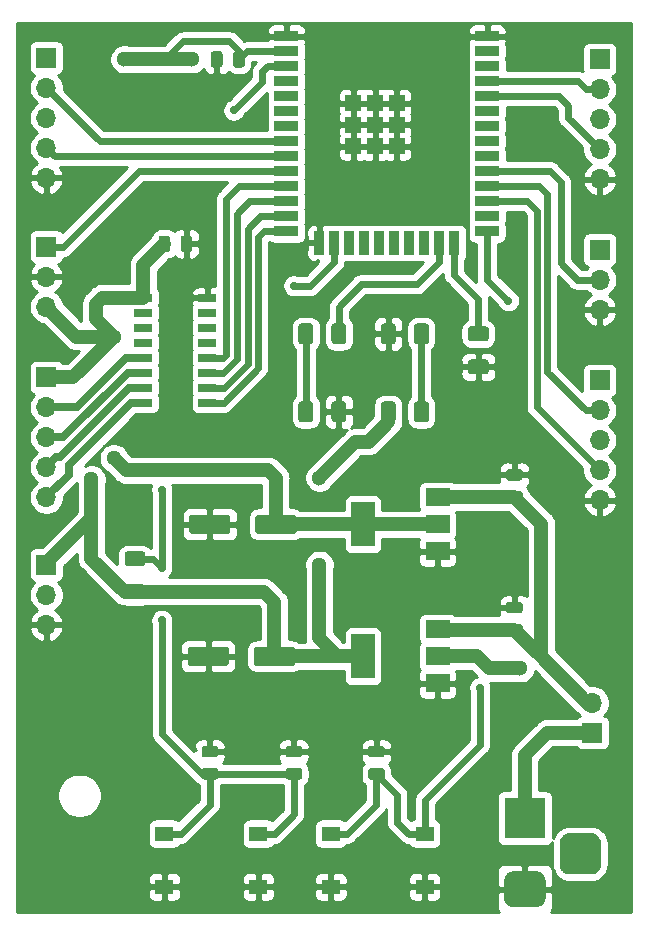
<source format=gbr>
G04 #@! TF.GenerationSoftware,KiCad,Pcbnew,5.1.5+dfsg1-2build2*
G04 #@! TF.CreationDate,2021-12-20T11:22:31-05:00*
G04 #@! TF.ProjectId,pro_SE_DCM,70726f5f-5345-45f4-9443-4d2e6b696361,rev?*
G04 #@! TF.SameCoordinates,Original*
G04 #@! TF.FileFunction,Copper,L1,Top*
G04 #@! TF.FilePolarity,Positive*
%FSLAX46Y46*%
G04 Gerber Fmt 4.6, Leading zero omitted, Abs format (unit mm)*
G04 Created by KiCad (PCBNEW 5.1.5+dfsg1-2build2) date 2021-12-20 11:22:31*
%MOMM*%
%LPD*%
G04 APERTURE LIST*
%ADD10R,1.550000X1.300000*%
%ADD11C,0.100000*%
%ADD12R,1.700000X1.700000*%
%ADD13O,1.700000X1.700000*%
%ADD14R,3.500000X3.500000*%
%ADD15R,2.000000X3.800000*%
%ADD16R,2.000000X1.500000*%
%ADD17R,2.000000X0.900000*%
%ADD18R,0.900000X2.000000*%
%ADD19R,1.330000X1.330000*%
%ADD20R,1.525000X0.650000*%
%ADD21C,0.700000*%
%ADD22C,1.300000*%
%ADD23C,0.600000*%
%ADD24C,1.200000*%
%ADD25C,0.700000*%
%ADD26C,0.304800*%
%ADD27C,0.254000*%
G04 APERTURE END LIST*
D10*
X102197000Y-153833000D03*
X102197000Y-158333000D03*
X110147000Y-158333000D03*
X110147000Y-153833000D03*
X96050000Y-153833000D03*
X96050000Y-158333000D03*
X88100000Y-158333000D03*
X88100000Y-153833000D03*
G04 #@! TA.AperFunction,SMDPad,CuDef*
D11*
G36*
X92428142Y-148279174D02*
G01*
X92451803Y-148282684D01*
X92475007Y-148288496D01*
X92497529Y-148296554D01*
X92519153Y-148306782D01*
X92539670Y-148319079D01*
X92558883Y-148333329D01*
X92576607Y-148349393D01*
X92592671Y-148367117D01*
X92606921Y-148386330D01*
X92619218Y-148406847D01*
X92629446Y-148428471D01*
X92637504Y-148450993D01*
X92643316Y-148474197D01*
X92646826Y-148497858D01*
X92648000Y-148521750D01*
X92648000Y-149009250D01*
X92646826Y-149033142D01*
X92643316Y-149056803D01*
X92637504Y-149080007D01*
X92629446Y-149102529D01*
X92619218Y-149124153D01*
X92606921Y-149144670D01*
X92592671Y-149163883D01*
X92576607Y-149181607D01*
X92558883Y-149197671D01*
X92539670Y-149211921D01*
X92519153Y-149224218D01*
X92497529Y-149234446D01*
X92475007Y-149242504D01*
X92451803Y-149248316D01*
X92428142Y-149251826D01*
X92404250Y-149253000D01*
X91491750Y-149253000D01*
X91467858Y-149251826D01*
X91444197Y-149248316D01*
X91420993Y-149242504D01*
X91398471Y-149234446D01*
X91376847Y-149224218D01*
X91356330Y-149211921D01*
X91337117Y-149197671D01*
X91319393Y-149181607D01*
X91303329Y-149163883D01*
X91289079Y-149144670D01*
X91276782Y-149124153D01*
X91266554Y-149102529D01*
X91258496Y-149080007D01*
X91252684Y-149056803D01*
X91249174Y-149033142D01*
X91248000Y-149009250D01*
X91248000Y-148521750D01*
X91249174Y-148497858D01*
X91252684Y-148474197D01*
X91258496Y-148450993D01*
X91266554Y-148428471D01*
X91276782Y-148406847D01*
X91289079Y-148386330D01*
X91303329Y-148367117D01*
X91319393Y-148349393D01*
X91337117Y-148333329D01*
X91356330Y-148319079D01*
X91376847Y-148306782D01*
X91398471Y-148296554D01*
X91420993Y-148288496D01*
X91444197Y-148282684D01*
X91467858Y-148279174D01*
X91491750Y-148278000D01*
X92404250Y-148278000D01*
X92428142Y-148279174D01*
G37*
G04 #@! TD.AperFunction*
G04 #@! TA.AperFunction,SMDPad,CuDef*
G36*
X92428142Y-146404174D02*
G01*
X92451803Y-146407684D01*
X92475007Y-146413496D01*
X92497529Y-146421554D01*
X92519153Y-146431782D01*
X92539670Y-146444079D01*
X92558883Y-146458329D01*
X92576607Y-146474393D01*
X92592671Y-146492117D01*
X92606921Y-146511330D01*
X92619218Y-146531847D01*
X92629446Y-146553471D01*
X92637504Y-146575993D01*
X92643316Y-146599197D01*
X92646826Y-146622858D01*
X92648000Y-146646750D01*
X92648000Y-147134250D01*
X92646826Y-147158142D01*
X92643316Y-147181803D01*
X92637504Y-147205007D01*
X92629446Y-147227529D01*
X92619218Y-147249153D01*
X92606921Y-147269670D01*
X92592671Y-147288883D01*
X92576607Y-147306607D01*
X92558883Y-147322671D01*
X92539670Y-147336921D01*
X92519153Y-147349218D01*
X92497529Y-147359446D01*
X92475007Y-147367504D01*
X92451803Y-147373316D01*
X92428142Y-147376826D01*
X92404250Y-147378000D01*
X91491750Y-147378000D01*
X91467858Y-147376826D01*
X91444197Y-147373316D01*
X91420993Y-147367504D01*
X91398471Y-147359446D01*
X91376847Y-147349218D01*
X91356330Y-147336921D01*
X91337117Y-147322671D01*
X91319393Y-147306607D01*
X91303329Y-147288883D01*
X91289079Y-147269670D01*
X91276782Y-147249153D01*
X91266554Y-147227529D01*
X91258496Y-147205007D01*
X91252684Y-147181803D01*
X91249174Y-147158142D01*
X91248000Y-147134250D01*
X91248000Y-146646750D01*
X91249174Y-146622858D01*
X91252684Y-146599197D01*
X91258496Y-146575993D01*
X91266554Y-146553471D01*
X91276782Y-146531847D01*
X91289079Y-146511330D01*
X91303329Y-146492117D01*
X91319393Y-146474393D01*
X91337117Y-146458329D01*
X91356330Y-146444079D01*
X91376847Y-146431782D01*
X91398471Y-146421554D01*
X91420993Y-146413496D01*
X91444197Y-146407684D01*
X91467858Y-146404174D01*
X91491750Y-146403000D01*
X92404250Y-146403000D01*
X92428142Y-146404174D01*
G37*
G04 #@! TD.AperFunction*
G04 #@! TA.AperFunction,SMDPad,CuDef*
G36*
X106525142Y-148279174D02*
G01*
X106548803Y-148282684D01*
X106572007Y-148288496D01*
X106594529Y-148296554D01*
X106616153Y-148306782D01*
X106636670Y-148319079D01*
X106655883Y-148333329D01*
X106673607Y-148349393D01*
X106689671Y-148367117D01*
X106703921Y-148386330D01*
X106716218Y-148406847D01*
X106726446Y-148428471D01*
X106734504Y-148450993D01*
X106740316Y-148474197D01*
X106743826Y-148497858D01*
X106745000Y-148521750D01*
X106745000Y-149009250D01*
X106743826Y-149033142D01*
X106740316Y-149056803D01*
X106734504Y-149080007D01*
X106726446Y-149102529D01*
X106716218Y-149124153D01*
X106703921Y-149144670D01*
X106689671Y-149163883D01*
X106673607Y-149181607D01*
X106655883Y-149197671D01*
X106636670Y-149211921D01*
X106616153Y-149224218D01*
X106594529Y-149234446D01*
X106572007Y-149242504D01*
X106548803Y-149248316D01*
X106525142Y-149251826D01*
X106501250Y-149253000D01*
X105588750Y-149253000D01*
X105564858Y-149251826D01*
X105541197Y-149248316D01*
X105517993Y-149242504D01*
X105495471Y-149234446D01*
X105473847Y-149224218D01*
X105453330Y-149211921D01*
X105434117Y-149197671D01*
X105416393Y-149181607D01*
X105400329Y-149163883D01*
X105386079Y-149144670D01*
X105373782Y-149124153D01*
X105363554Y-149102529D01*
X105355496Y-149080007D01*
X105349684Y-149056803D01*
X105346174Y-149033142D01*
X105345000Y-149009250D01*
X105345000Y-148521750D01*
X105346174Y-148497858D01*
X105349684Y-148474197D01*
X105355496Y-148450993D01*
X105363554Y-148428471D01*
X105373782Y-148406847D01*
X105386079Y-148386330D01*
X105400329Y-148367117D01*
X105416393Y-148349393D01*
X105434117Y-148333329D01*
X105453330Y-148319079D01*
X105473847Y-148306782D01*
X105495471Y-148296554D01*
X105517993Y-148288496D01*
X105541197Y-148282684D01*
X105564858Y-148279174D01*
X105588750Y-148278000D01*
X106501250Y-148278000D01*
X106525142Y-148279174D01*
G37*
G04 #@! TD.AperFunction*
G04 #@! TA.AperFunction,SMDPad,CuDef*
G36*
X106525142Y-146404174D02*
G01*
X106548803Y-146407684D01*
X106572007Y-146413496D01*
X106594529Y-146421554D01*
X106616153Y-146431782D01*
X106636670Y-146444079D01*
X106655883Y-146458329D01*
X106673607Y-146474393D01*
X106689671Y-146492117D01*
X106703921Y-146511330D01*
X106716218Y-146531847D01*
X106726446Y-146553471D01*
X106734504Y-146575993D01*
X106740316Y-146599197D01*
X106743826Y-146622858D01*
X106745000Y-146646750D01*
X106745000Y-147134250D01*
X106743826Y-147158142D01*
X106740316Y-147181803D01*
X106734504Y-147205007D01*
X106726446Y-147227529D01*
X106716218Y-147249153D01*
X106703921Y-147269670D01*
X106689671Y-147288883D01*
X106673607Y-147306607D01*
X106655883Y-147322671D01*
X106636670Y-147336921D01*
X106616153Y-147349218D01*
X106594529Y-147359446D01*
X106572007Y-147367504D01*
X106548803Y-147373316D01*
X106525142Y-147376826D01*
X106501250Y-147378000D01*
X105588750Y-147378000D01*
X105564858Y-147376826D01*
X105541197Y-147373316D01*
X105517993Y-147367504D01*
X105495471Y-147359446D01*
X105473847Y-147349218D01*
X105453330Y-147336921D01*
X105434117Y-147322671D01*
X105416393Y-147306607D01*
X105400329Y-147288883D01*
X105386079Y-147269670D01*
X105373782Y-147249153D01*
X105363554Y-147227529D01*
X105355496Y-147205007D01*
X105349684Y-147181803D01*
X105346174Y-147158142D01*
X105345000Y-147134250D01*
X105345000Y-146646750D01*
X105346174Y-146622858D01*
X105349684Y-146599197D01*
X105355496Y-146575993D01*
X105363554Y-146553471D01*
X105373782Y-146531847D01*
X105386079Y-146511330D01*
X105400329Y-146492117D01*
X105416393Y-146474393D01*
X105434117Y-146458329D01*
X105453330Y-146444079D01*
X105473847Y-146431782D01*
X105495471Y-146421554D01*
X105517993Y-146413496D01*
X105541197Y-146407684D01*
X105564858Y-146404174D01*
X105588750Y-146403000D01*
X106501250Y-146403000D01*
X106525142Y-146404174D01*
G37*
G04 #@! TD.AperFunction*
G04 #@! TA.AperFunction,SMDPad,CuDef*
G36*
X99540142Y-146404174D02*
G01*
X99563803Y-146407684D01*
X99587007Y-146413496D01*
X99609529Y-146421554D01*
X99631153Y-146431782D01*
X99651670Y-146444079D01*
X99670883Y-146458329D01*
X99688607Y-146474393D01*
X99704671Y-146492117D01*
X99718921Y-146511330D01*
X99731218Y-146531847D01*
X99741446Y-146553471D01*
X99749504Y-146575993D01*
X99755316Y-146599197D01*
X99758826Y-146622858D01*
X99760000Y-146646750D01*
X99760000Y-147134250D01*
X99758826Y-147158142D01*
X99755316Y-147181803D01*
X99749504Y-147205007D01*
X99741446Y-147227529D01*
X99731218Y-147249153D01*
X99718921Y-147269670D01*
X99704671Y-147288883D01*
X99688607Y-147306607D01*
X99670883Y-147322671D01*
X99651670Y-147336921D01*
X99631153Y-147349218D01*
X99609529Y-147359446D01*
X99587007Y-147367504D01*
X99563803Y-147373316D01*
X99540142Y-147376826D01*
X99516250Y-147378000D01*
X98603750Y-147378000D01*
X98579858Y-147376826D01*
X98556197Y-147373316D01*
X98532993Y-147367504D01*
X98510471Y-147359446D01*
X98488847Y-147349218D01*
X98468330Y-147336921D01*
X98449117Y-147322671D01*
X98431393Y-147306607D01*
X98415329Y-147288883D01*
X98401079Y-147269670D01*
X98388782Y-147249153D01*
X98378554Y-147227529D01*
X98370496Y-147205007D01*
X98364684Y-147181803D01*
X98361174Y-147158142D01*
X98360000Y-147134250D01*
X98360000Y-146646750D01*
X98361174Y-146622858D01*
X98364684Y-146599197D01*
X98370496Y-146575993D01*
X98378554Y-146553471D01*
X98388782Y-146531847D01*
X98401079Y-146511330D01*
X98415329Y-146492117D01*
X98431393Y-146474393D01*
X98449117Y-146458329D01*
X98468330Y-146444079D01*
X98488847Y-146431782D01*
X98510471Y-146421554D01*
X98532993Y-146413496D01*
X98556197Y-146407684D01*
X98579858Y-146404174D01*
X98603750Y-146403000D01*
X99516250Y-146403000D01*
X99540142Y-146404174D01*
G37*
G04 #@! TD.AperFunction*
G04 #@! TA.AperFunction,SMDPad,CuDef*
G36*
X99540142Y-148279174D02*
G01*
X99563803Y-148282684D01*
X99587007Y-148288496D01*
X99609529Y-148296554D01*
X99631153Y-148306782D01*
X99651670Y-148319079D01*
X99670883Y-148333329D01*
X99688607Y-148349393D01*
X99704671Y-148367117D01*
X99718921Y-148386330D01*
X99731218Y-148406847D01*
X99741446Y-148428471D01*
X99749504Y-148450993D01*
X99755316Y-148474197D01*
X99758826Y-148497858D01*
X99760000Y-148521750D01*
X99760000Y-149009250D01*
X99758826Y-149033142D01*
X99755316Y-149056803D01*
X99749504Y-149080007D01*
X99741446Y-149102529D01*
X99731218Y-149124153D01*
X99718921Y-149144670D01*
X99704671Y-149163883D01*
X99688607Y-149181607D01*
X99670883Y-149197671D01*
X99651670Y-149211921D01*
X99631153Y-149224218D01*
X99609529Y-149234446D01*
X99587007Y-149242504D01*
X99563803Y-149248316D01*
X99540142Y-149251826D01*
X99516250Y-149253000D01*
X98603750Y-149253000D01*
X98579858Y-149251826D01*
X98556197Y-149248316D01*
X98532993Y-149242504D01*
X98510471Y-149234446D01*
X98488847Y-149224218D01*
X98468330Y-149211921D01*
X98449117Y-149197671D01*
X98431393Y-149181607D01*
X98415329Y-149163883D01*
X98401079Y-149144670D01*
X98388782Y-149124153D01*
X98378554Y-149102529D01*
X98370496Y-149080007D01*
X98364684Y-149056803D01*
X98361174Y-149033142D01*
X98360000Y-149009250D01*
X98360000Y-148521750D01*
X98361174Y-148497858D01*
X98364684Y-148474197D01*
X98370496Y-148450993D01*
X98378554Y-148428471D01*
X98388782Y-148406847D01*
X98401079Y-148386330D01*
X98415329Y-148367117D01*
X98431393Y-148349393D01*
X98449117Y-148333329D01*
X98468330Y-148319079D01*
X98488847Y-148306782D01*
X98510471Y-148296554D01*
X98532993Y-148288496D01*
X98556197Y-148282684D01*
X98579858Y-148279174D01*
X98603750Y-148278000D01*
X99516250Y-148278000D01*
X99540142Y-148279174D01*
G37*
G04 #@! TD.AperFunction*
G04 #@! TA.AperFunction,SMDPad,CuDef*
G36*
X118209142Y-134212174D02*
G01*
X118232803Y-134215684D01*
X118256007Y-134221496D01*
X118278529Y-134229554D01*
X118300153Y-134239782D01*
X118320670Y-134252079D01*
X118339883Y-134266329D01*
X118357607Y-134282393D01*
X118373671Y-134300117D01*
X118387921Y-134319330D01*
X118400218Y-134339847D01*
X118410446Y-134361471D01*
X118418504Y-134383993D01*
X118424316Y-134407197D01*
X118427826Y-134430858D01*
X118429000Y-134454750D01*
X118429000Y-134942250D01*
X118427826Y-134966142D01*
X118424316Y-134989803D01*
X118418504Y-135013007D01*
X118410446Y-135035529D01*
X118400218Y-135057153D01*
X118387921Y-135077670D01*
X118373671Y-135096883D01*
X118357607Y-135114607D01*
X118339883Y-135130671D01*
X118320670Y-135144921D01*
X118300153Y-135157218D01*
X118278529Y-135167446D01*
X118256007Y-135175504D01*
X118232803Y-135181316D01*
X118209142Y-135184826D01*
X118185250Y-135186000D01*
X117272750Y-135186000D01*
X117248858Y-135184826D01*
X117225197Y-135181316D01*
X117201993Y-135175504D01*
X117179471Y-135167446D01*
X117157847Y-135157218D01*
X117137330Y-135144921D01*
X117118117Y-135130671D01*
X117100393Y-135114607D01*
X117084329Y-135096883D01*
X117070079Y-135077670D01*
X117057782Y-135057153D01*
X117047554Y-135035529D01*
X117039496Y-135013007D01*
X117033684Y-134989803D01*
X117030174Y-134966142D01*
X117029000Y-134942250D01*
X117029000Y-134454750D01*
X117030174Y-134430858D01*
X117033684Y-134407197D01*
X117039496Y-134383993D01*
X117047554Y-134361471D01*
X117057782Y-134339847D01*
X117070079Y-134319330D01*
X117084329Y-134300117D01*
X117100393Y-134282393D01*
X117118117Y-134266329D01*
X117137330Y-134252079D01*
X117157847Y-134239782D01*
X117179471Y-134229554D01*
X117201993Y-134221496D01*
X117225197Y-134215684D01*
X117248858Y-134212174D01*
X117272750Y-134211000D01*
X118185250Y-134211000D01*
X118209142Y-134212174D01*
G37*
G04 #@! TD.AperFunction*
G04 #@! TA.AperFunction,SMDPad,CuDef*
G36*
X118209142Y-136087174D02*
G01*
X118232803Y-136090684D01*
X118256007Y-136096496D01*
X118278529Y-136104554D01*
X118300153Y-136114782D01*
X118320670Y-136127079D01*
X118339883Y-136141329D01*
X118357607Y-136157393D01*
X118373671Y-136175117D01*
X118387921Y-136194330D01*
X118400218Y-136214847D01*
X118410446Y-136236471D01*
X118418504Y-136258993D01*
X118424316Y-136282197D01*
X118427826Y-136305858D01*
X118429000Y-136329750D01*
X118429000Y-136817250D01*
X118427826Y-136841142D01*
X118424316Y-136864803D01*
X118418504Y-136888007D01*
X118410446Y-136910529D01*
X118400218Y-136932153D01*
X118387921Y-136952670D01*
X118373671Y-136971883D01*
X118357607Y-136989607D01*
X118339883Y-137005671D01*
X118320670Y-137019921D01*
X118300153Y-137032218D01*
X118278529Y-137042446D01*
X118256007Y-137050504D01*
X118232803Y-137056316D01*
X118209142Y-137059826D01*
X118185250Y-137061000D01*
X117272750Y-137061000D01*
X117248858Y-137059826D01*
X117225197Y-137056316D01*
X117201993Y-137050504D01*
X117179471Y-137042446D01*
X117157847Y-137032218D01*
X117137330Y-137019921D01*
X117118117Y-137005671D01*
X117100393Y-136989607D01*
X117084329Y-136971883D01*
X117070079Y-136952670D01*
X117057782Y-136932153D01*
X117047554Y-136910529D01*
X117039496Y-136888007D01*
X117033684Y-136864803D01*
X117030174Y-136841142D01*
X117029000Y-136817250D01*
X117029000Y-136329750D01*
X117030174Y-136305858D01*
X117033684Y-136282197D01*
X117039496Y-136258993D01*
X117047554Y-136236471D01*
X117057782Y-136214847D01*
X117070079Y-136194330D01*
X117084329Y-136175117D01*
X117100393Y-136157393D01*
X117118117Y-136141329D01*
X117137330Y-136127079D01*
X117157847Y-136114782D01*
X117179471Y-136104554D01*
X117201993Y-136096496D01*
X117225197Y-136090684D01*
X117248858Y-136087174D01*
X117272750Y-136086000D01*
X118185250Y-136086000D01*
X118209142Y-136087174D01*
G37*
G04 #@! TD.AperFunction*
G04 #@! TA.AperFunction,SMDPad,CuDef*
G36*
X93466865Y-126836202D02*
G01*
X93491095Y-126839796D01*
X93514855Y-126845748D01*
X93537918Y-126854000D01*
X93560061Y-126864472D01*
X93581070Y-126877065D01*
X93600745Y-126891657D01*
X93618894Y-126908106D01*
X93635343Y-126926255D01*
X93649935Y-126945930D01*
X93662528Y-126966939D01*
X93673000Y-126989082D01*
X93681252Y-127012145D01*
X93687204Y-127035905D01*
X93690798Y-127060135D01*
X93692000Y-127084600D01*
X93692000Y-128185400D01*
X93690798Y-128209865D01*
X93687204Y-128234095D01*
X93681252Y-128257855D01*
X93673000Y-128280918D01*
X93662528Y-128303061D01*
X93649935Y-128324070D01*
X93635343Y-128343745D01*
X93618894Y-128361894D01*
X93600745Y-128378343D01*
X93581070Y-128392935D01*
X93560061Y-128405528D01*
X93537918Y-128416000D01*
X93514855Y-128424252D01*
X93491095Y-128430204D01*
X93466865Y-128433798D01*
X93442400Y-128435000D01*
X90441600Y-128435000D01*
X90417135Y-128433798D01*
X90392905Y-128430204D01*
X90369145Y-128424252D01*
X90346082Y-128416000D01*
X90323939Y-128405528D01*
X90302930Y-128392935D01*
X90283255Y-128378343D01*
X90265106Y-128361894D01*
X90248657Y-128343745D01*
X90234065Y-128324070D01*
X90221472Y-128303061D01*
X90211000Y-128280918D01*
X90202748Y-128257855D01*
X90196796Y-128234095D01*
X90193202Y-128209865D01*
X90192000Y-128185400D01*
X90192000Y-127084600D01*
X90193202Y-127060135D01*
X90196796Y-127035905D01*
X90202748Y-127012145D01*
X90211000Y-126989082D01*
X90221472Y-126966939D01*
X90234065Y-126945930D01*
X90248657Y-126926255D01*
X90265106Y-126908106D01*
X90283255Y-126891657D01*
X90302930Y-126877065D01*
X90323939Y-126864472D01*
X90346082Y-126854000D01*
X90369145Y-126845748D01*
X90392905Y-126839796D01*
X90417135Y-126836202D01*
X90441600Y-126835000D01*
X93442400Y-126835000D01*
X93466865Y-126836202D01*
G37*
G04 #@! TD.AperFunction*
G04 #@! TA.AperFunction,SMDPad,CuDef*
G36*
X99066504Y-126836204D02*
G01*
X99090773Y-126839804D01*
X99114571Y-126845765D01*
X99137671Y-126854030D01*
X99159849Y-126864520D01*
X99180893Y-126877133D01*
X99200598Y-126891747D01*
X99218777Y-126908223D01*
X99235253Y-126926402D01*
X99249867Y-126946107D01*
X99262480Y-126967151D01*
X99272970Y-126989329D01*
X99281235Y-127012429D01*
X99287196Y-127036227D01*
X99290796Y-127060496D01*
X99292000Y-127085000D01*
X99292000Y-128185000D01*
X99290796Y-128209504D01*
X99287196Y-128233773D01*
X99281235Y-128257571D01*
X99272970Y-128280671D01*
X99262480Y-128302849D01*
X99249867Y-128323893D01*
X99235253Y-128343598D01*
X99218777Y-128361777D01*
X99200598Y-128378253D01*
X99180893Y-128392867D01*
X99159849Y-128405480D01*
X99137671Y-128415970D01*
X99114571Y-128424235D01*
X99090773Y-128430196D01*
X99066504Y-128433796D01*
X99042000Y-128435000D01*
X96042000Y-128435000D01*
X96017496Y-128433796D01*
X95993227Y-128430196D01*
X95969429Y-128424235D01*
X95946329Y-128415970D01*
X95924151Y-128405480D01*
X95903107Y-128392867D01*
X95883402Y-128378253D01*
X95865223Y-128361777D01*
X95848747Y-128343598D01*
X95834133Y-128323893D01*
X95821520Y-128302849D01*
X95811030Y-128280671D01*
X95802765Y-128257571D01*
X95796804Y-128233773D01*
X95793204Y-128209504D01*
X95792000Y-128185000D01*
X95792000Y-127085000D01*
X95793204Y-127060496D01*
X95796804Y-127036227D01*
X95802765Y-127012429D01*
X95811030Y-126989329D01*
X95821520Y-126967151D01*
X95834133Y-126946107D01*
X95848747Y-126926402D01*
X95865223Y-126908223D01*
X95883402Y-126891747D01*
X95903107Y-126877133D01*
X95924151Y-126864520D01*
X95946329Y-126854030D01*
X95969429Y-126845765D01*
X95993227Y-126839804D01*
X96017496Y-126836204D01*
X96042000Y-126835000D01*
X99042000Y-126835000D01*
X99066504Y-126836204D01*
G37*
G04 #@! TD.AperFunction*
G04 #@! TA.AperFunction,SMDPad,CuDef*
G36*
X118209142Y-122957674D02*
G01*
X118232803Y-122961184D01*
X118256007Y-122966996D01*
X118278529Y-122975054D01*
X118300153Y-122985282D01*
X118320670Y-122997579D01*
X118339883Y-123011829D01*
X118357607Y-123027893D01*
X118373671Y-123045617D01*
X118387921Y-123064830D01*
X118400218Y-123085347D01*
X118410446Y-123106971D01*
X118418504Y-123129493D01*
X118424316Y-123152697D01*
X118427826Y-123176358D01*
X118429000Y-123200250D01*
X118429000Y-123687750D01*
X118427826Y-123711642D01*
X118424316Y-123735303D01*
X118418504Y-123758507D01*
X118410446Y-123781029D01*
X118400218Y-123802653D01*
X118387921Y-123823170D01*
X118373671Y-123842383D01*
X118357607Y-123860107D01*
X118339883Y-123876171D01*
X118320670Y-123890421D01*
X118300153Y-123902718D01*
X118278529Y-123912946D01*
X118256007Y-123921004D01*
X118232803Y-123926816D01*
X118209142Y-123930326D01*
X118185250Y-123931500D01*
X117272750Y-123931500D01*
X117248858Y-123930326D01*
X117225197Y-123926816D01*
X117201993Y-123921004D01*
X117179471Y-123912946D01*
X117157847Y-123902718D01*
X117137330Y-123890421D01*
X117118117Y-123876171D01*
X117100393Y-123860107D01*
X117084329Y-123842383D01*
X117070079Y-123823170D01*
X117057782Y-123802653D01*
X117047554Y-123781029D01*
X117039496Y-123758507D01*
X117033684Y-123735303D01*
X117030174Y-123711642D01*
X117029000Y-123687750D01*
X117029000Y-123200250D01*
X117030174Y-123176358D01*
X117033684Y-123152697D01*
X117039496Y-123129493D01*
X117047554Y-123106971D01*
X117057782Y-123085347D01*
X117070079Y-123064830D01*
X117084329Y-123045617D01*
X117100393Y-123027893D01*
X117118117Y-123011829D01*
X117137330Y-122997579D01*
X117157847Y-122985282D01*
X117179471Y-122975054D01*
X117201993Y-122966996D01*
X117225197Y-122961184D01*
X117248858Y-122957674D01*
X117272750Y-122956500D01*
X118185250Y-122956500D01*
X118209142Y-122957674D01*
G37*
G04 #@! TD.AperFunction*
G04 #@! TA.AperFunction,SMDPad,CuDef*
G36*
X118209142Y-124832674D02*
G01*
X118232803Y-124836184D01*
X118256007Y-124841996D01*
X118278529Y-124850054D01*
X118300153Y-124860282D01*
X118320670Y-124872579D01*
X118339883Y-124886829D01*
X118357607Y-124902893D01*
X118373671Y-124920617D01*
X118387921Y-124939830D01*
X118400218Y-124960347D01*
X118410446Y-124981971D01*
X118418504Y-125004493D01*
X118424316Y-125027697D01*
X118427826Y-125051358D01*
X118429000Y-125075250D01*
X118429000Y-125562750D01*
X118427826Y-125586642D01*
X118424316Y-125610303D01*
X118418504Y-125633507D01*
X118410446Y-125656029D01*
X118400218Y-125677653D01*
X118387921Y-125698170D01*
X118373671Y-125717383D01*
X118357607Y-125735107D01*
X118339883Y-125751171D01*
X118320670Y-125765421D01*
X118300153Y-125777718D01*
X118278529Y-125787946D01*
X118256007Y-125796004D01*
X118232803Y-125801816D01*
X118209142Y-125805326D01*
X118185250Y-125806500D01*
X117272750Y-125806500D01*
X117248858Y-125805326D01*
X117225197Y-125801816D01*
X117201993Y-125796004D01*
X117179471Y-125787946D01*
X117157847Y-125777718D01*
X117137330Y-125765421D01*
X117118117Y-125751171D01*
X117100393Y-125735107D01*
X117084329Y-125717383D01*
X117070079Y-125698170D01*
X117057782Y-125677653D01*
X117047554Y-125656029D01*
X117039496Y-125633507D01*
X117033684Y-125610303D01*
X117030174Y-125586642D01*
X117029000Y-125562750D01*
X117029000Y-125075250D01*
X117030174Y-125051358D01*
X117033684Y-125027697D01*
X117039496Y-125004493D01*
X117047554Y-124981971D01*
X117057782Y-124960347D01*
X117070079Y-124939830D01*
X117084329Y-124920617D01*
X117100393Y-124902893D01*
X117118117Y-124886829D01*
X117137330Y-124872579D01*
X117157847Y-124860282D01*
X117179471Y-124850054D01*
X117201993Y-124841996D01*
X117225197Y-124836184D01*
X117248858Y-124832674D01*
X117272750Y-124831500D01*
X118185250Y-124831500D01*
X118209142Y-124832674D01*
G37*
G04 #@! TD.AperFunction*
G04 #@! TA.AperFunction,SMDPad,CuDef*
G36*
X98939504Y-138012204D02*
G01*
X98963773Y-138015804D01*
X98987571Y-138021765D01*
X99010671Y-138030030D01*
X99032849Y-138040520D01*
X99053893Y-138053133D01*
X99073598Y-138067747D01*
X99091777Y-138084223D01*
X99108253Y-138102402D01*
X99122867Y-138122107D01*
X99135480Y-138143151D01*
X99145970Y-138165329D01*
X99154235Y-138188429D01*
X99160196Y-138212227D01*
X99163796Y-138236496D01*
X99165000Y-138261000D01*
X99165000Y-139361000D01*
X99163796Y-139385504D01*
X99160196Y-139409773D01*
X99154235Y-139433571D01*
X99145970Y-139456671D01*
X99135480Y-139478849D01*
X99122867Y-139499893D01*
X99108253Y-139519598D01*
X99091777Y-139537777D01*
X99073598Y-139554253D01*
X99053893Y-139568867D01*
X99032849Y-139581480D01*
X99010671Y-139591970D01*
X98987571Y-139600235D01*
X98963773Y-139606196D01*
X98939504Y-139609796D01*
X98915000Y-139611000D01*
X95915000Y-139611000D01*
X95890496Y-139609796D01*
X95866227Y-139606196D01*
X95842429Y-139600235D01*
X95819329Y-139591970D01*
X95797151Y-139581480D01*
X95776107Y-139568867D01*
X95756402Y-139554253D01*
X95738223Y-139537777D01*
X95721747Y-139519598D01*
X95707133Y-139499893D01*
X95694520Y-139478849D01*
X95684030Y-139456671D01*
X95675765Y-139433571D01*
X95669804Y-139409773D01*
X95666204Y-139385504D01*
X95665000Y-139361000D01*
X95665000Y-138261000D01*
X95666204Y-138236496D01*
X95669804Y-138212227D01*
X95675765Y-138188429D01*
X95684030Y-138165329D01*
X95694520Y-138143151D01*
X95707133Y-138122107D01*
X95721747Y-138102402D01*
X95738223Y-138084223D01*
X95756402Y-138067747D01*
X95776107Y-138053133D01*
X95797151Y-138040520D01*
X95819329Y-138030030D01*
X95842429Y-138021765D01*
X95866227Y-138015804D01*
X95890496Y-138012204D01*
X95915000Y-138011000D01*
X98915000Y-138011000D01*
X98939504Y-138012204D01*
G37*
G04 #@! TD.AperFunction*
G04 #@! TA.AperFunction,SMDPad,CuDef*
G36*
X93339865Y-138012202D02*
G01*
X93364095Y-138015796D01*
X93387855Y-138021748D01*
X93410918Y-138030000D01*
X93433061Y-138040472D01*
X93454070Y-138053065D01*
X93473745Y-138067657D01*
X93491894Y-138084106D01*
X93508343Y-138102255D01*
X93522935Y-138121930D01*
X93535528Y-138142939D01*
X93546000Y-138165082D01*
X93554252Y-138188145D01*
X93560204Y-138211905D01*
X93563798Y-138236135D01*
X93565000Y-138260600D01*
X93565000Y-139361400D01*
X93563798Y-139385865D01*
X93560204Y-139410095D01*
X93554252Y-139433855D01*
X93546000Y-139456918D01*
X93535528Y-139479061D01*
X93522935Y-139500070D01*
X93508343Y-139519745D01*
X93491894Y-139537894D01*
X93473745Y-139554343D01*
X93454070Y-139568935D01*
X93433061Y-139581528D01*
X93410918Y-139592000D01*
X93387855Y-139600252D01*
X93364095Y-139606204D01*
X93339865Y-139609798D01*
X93315400Y-139611000D01*
X90314600Y-139611000D01*
X90290135Y-139609798D01*
X90265905Y-139606204D01*
X90242145Y-139600252D01*
X90219082Y-139592000D01*
X90196939Y-139581528D01*
X90175930Y-139568935D01*
X90156255Y-139554343D01*
X90138106Y-139537894D01*
X90121657Y-139519745D01*
X90107065Y-139500070D01*
X90094472Y-139479061D01*
X90084000Y-139456918D01*
X90075748Y-139433855D01*
X90069796Y-139410095D01*
X90066202Y-139385865D01*
X90065000Y-139361400D01*
X90065000Y-138260600D01*
X90066202Y-138236135D01*
X90069796Y-138211905D01*
X90075748Y-138188145D01*
X90084000Y-138165082D01*
X90094472Y-138142939D01*
X90107065Y-138121930D01*
X90121657Y-138102255D01*
X90138106Y-138084106D01*
X90156255Y-138067657D01*
X90175930Y-138053065D01*
X90196939Y-138040472D01*
X90219082Y-138030000D01*
X90242145Y-138021748D01*
X90265905Y-138015796D01*
X90290135Y-138012202D01*
X90314600Y-138011000D01*
X93315400Y-138011000D01*
X93339865Y-138012202D01*
G37*
G04 #@! TD.AperFunction*
G04 #@! TA.AperFunction,SMDPad,CuDef*
G36*
X88357142Y-103187174D02*
G01*
X88380803Y-103190684D01*
X88404007Y-103196496D01*
X88426529Y-103204554D01*
X88448153Y-103214782D01*
X88468670Y-103227079D01*
X88487883Y-103241329D01*
X88505607Y-103257393D01*
X88521671Y-103275117D01*
X88535921Y-103294330D01*
X88548218Y-103314847D01*
X88558446Y-103336471D01*
X88566504Y-103358993D01*
X88572316Y-103382197D01*
X88575826Y-103405858D01*
X88577000Y-103429750D01*
X88577000Y-104342250D01*
X88575826Y-104366142D01*
X88572316Y-104389803D01*
X88566504Y-104413007D01*
X88558446Y-104435529D01*
X88548218Y-104457153D01*
X88535921Y-104477670D01*
X88521671Y-104496883D01*
X88505607Y-104514607D01*
X88487883Y-104530671D01*
X88468670Y-104544921D01*
X88448153Y-104557218D01*
X88426529Y-104567446D01*
X88404007Y-104575504D01*
X88380803Y-104581316D01*
X88357142Y-104584826D01*
X88333250Y-104586000D01*
X87845750Y-104586000D01*
X87821858Y-104584826D01*
X87798197Y-104581316D01*
X87774993Y-104575504D01*
X87752471Y-104567446D01*
X87730847Y-104557218D01*
X87710330Y-104544921D01*
X87691117Y-104530671D01*
X87673393Y-104514607D01*
X87657329Y-104496883D01*
X87643079Y-104477670D01*
X87630782Y-104457153D01*
X87620554Y-104435529D01*
X87612496Y-104413007D01*
X87606684Y-104389803D01*
X87603174Y-104366142D01*
X87602000Y-104342250D01*
X87602000Y-103429750D01*
X87603174Y-103405858D01*
X87606684Y-103382197D01*
X87612496Y-103358993D01*
X87620554Y-103336471D01*
X87630782Y-103314847D01*
X87643079Y-103294330D01*
X87657329Y-103275117D01*
X87673393Y-103257393D01*
X87691117Y-103241329D01*
X87710330Y-103227079D01*
X87730847Y-103214782D01*
X87752471Y-103204554D01*
X87774993Y-103196496D01*
X87798197Y-103190684D01*
X87821858Y-103187174D01*
X87845750Y-103186000D01*
X88333250Y-103186000D01*
X88357142Y-103187174D01*
G37*
G04 #@! TD.AperFunction*
G04 #@! TA.AperFunction,SMDPad,CuDef*
G36*
X90232142Y-103187174D02*
G01*
X90255803Y-103190684D01*
X90279007Y-103196496D01*
X90301529Y-103204554D01*
X90323153Y-103214782D01*
X90343670Y-103227079D01*
X90362883Y-103241329D01*
X90380607Y-103257393D01*
X90396671Y-103275117D01*
X90410921Y-103294330D01*
X90423218Y-103314847D01*
X90433446Y-103336471D01*
X90441504Y-103358993D01*
X90447316Y-103382197D01*
X90450826Y-103405858D01*
X90452000Y-103429750D01*
X90452000Y-104342250D01*
X90450826Y-104366142D01*
X90447316Y-104389803D01*
X90441504Y-104413007D01*
X90433446Y-104435529D01*
X90423218Y-104457153D01*
X90410921Y-104477670D01*
X90396671Y-104496883D01*
X90380607Y-104514607D01*
X90362883Y-104530671D01*
X90343670Y-104544921D01*
X90323153Y-104557218D01*
X90301529Y-104567446D01*
X90279007Y-104575504D01*
X90255803Y-104581316D01*
X90232142Y-104584826D01*
X90208250Y-104586000D01*
X89720750Y-104586000D01*
X89696858Y-104584826D01*
X89673197Y-104581316D01*
X89649993Y-104575504D01*
X89627471Y-104567446D01*
X89605847Y-104557218D01*
X89585330Y-104544921D01*
X89566117Y-104530671D01*
X89548393Y-104514607D01*
X89532329Y-104496883D01*
X89518079Y-104477670D01*
X89505782Y-104457153D01*
X89495554Y-104435529D01*
X89487496Y-104413007D01*
X89481684Y-104389803D01*
X89478174Y-104366142D01*
X89477000Y-104342250D01*
X89477000Y-103429750D01*
X89478174Y-103405858D01*
X89481684Y-103382197D01*
X89487496Y-103358993D01*
X89495554Y-103336471D01*
X89505782Y-103314847D01*
X89518079Y-103294330D01*
X89532329Y-103275117D01*
X89548393Y-103257393D01*
X89566117Y-103241329D01*
X89585330Y-103227079D01*
X89605847Y-103214782D01*
X89627471Y-103204554D01*
X89649993Y-103196496D01*
X89673197Y-103190684D01*
X89696858Y-103187174D01*
X89720750Y-103186000D01*
X90208250Y-103186000D01*
X90232142Y-103187174D01*
G37*
G04 #@! TD.AperFunction*
G04 #@! TA.AperFunction,SMDPad,CuDef*
G36*
X110257504Y-117236204D02*
G01*
X110281773Y-117239804D01*
X110305571Y-117245765D01*
X110328671Y-117254030D01*
X110350849Y-117264520D01*
X110371893Y-117277133D01*
X110391598Y-117291747D01*
X110409777Y-117308223D01*
X110426253Y-117326402D01*
X110440867Y-117346107D01*
X110453480Y-117367151D01*
X110463970Y-117389329D01*
X110472235Y-117412429D01*
X110478196Y-117436227D01*
X110481796Y-117460496D01*
X110483000Y-117485000D01*
X110483000Y-118735000D01*
X110481796Y-118759504D01*
X110478196Y-118783773D01*
X110472235Y-118807571D01*
X110463970Y-118830671D01*
X110453480Y-118852849D01*
X110440867Y-118873893D01*
X110426253Y-118893598D01*
X110409777Y-118911777D01*
X110391598Y-118928253D01*
X110371893Y-118942867D01*
X110350849Y-118955480D01*
X110328671Y-118965970D01*
X110305571Y-118974235D01*
X110281773Y-118980196D01*
X110257504Y-118983796D01*
X110233000Y-118985000D01*
X109483000Y-118985000D01*
X109458496Y-118983796D01*
X109434227Y-118980196D01*
X109410429Y-118974235D01*
X109387329Y-118965970D01*
X109365151Y-118955480D01*
X109344107Y-118942867D01*
X109324402Y-118928253D01*
X109306223Y-118911777D01*
X109289747Y-118893598D01*
X109275133Y-118873893D01*
X109262520Y-118852849D01*
X109252030Y-118830671D01*
X109243765Y-118807571D01*
X109237804Y-118783773D01*
X109234204Y-118759504D01*
X109233000Y-118735000D01*
X109233000Y-117485000D01*
X109234204Y-117460496D01*
X109237804Y-117436227D01*
X109243765Y-117412429D01*
X109252030Y-117389329D01*
X109262520Y-117367151D01*
X109275133Y-117346107D01*
X109289747Y-117326402D01*
X109306223Y-117308223D01*
X109324402Y-117291747D01*
X109344107Y-117277133D01*
X109365151Y-117264520D01*
X109387329Y-117254030D01*
X109410429Y-117245765D01*
X109434227Y-117239804D01*
X109458496Y-117236204D01*
X109483000Y-117235000D01*
X110233000Y-117235000D01*
X110257504Y-117236204D01*
G37*
G04 #@! TD.AperFunction*
G04 #@! TA.AperFunction,SMDPad,CuDef*
G36*
X107457504Y-117236204D02*
G01*
X107481773Y-117239804D01*
X107505571Y-117245765D01*
X107528671Y-117254030D01*
X107550849Y-117264520D01*
X107571893Y-117277133D01*
X107591598Y-117291747D01*
X107609777Y-117308223D01*
X107626253Y-117326402D01*
X107640867Y-117346107D01*
X107653480Y-117367151D01*
X107663970Y-117389329D01*
X107672235Y-117412429D01*
X107678196Y-117436227D01*
X107681796Y-117460496D01*
X107683000Y-117485000D01*
X107683000Y-118735000D01*
X107681796Y-118759504D01*
X107678196Y-118783773D01*
X107672235Y-118807571D01*
X107663970Y-118830671D01*
X107653480Y-118852849D01*
X107640867Y-118873893D01*
X107626253Y-118893598D01*
X107609777Y-118911777D01*
X107591598Y-118928253D01*
X107571893Y-118942867D01*
X107550849Y-118955480D01*
X107528671Y-118965970D01*
X107505571Y-118974235D01*
X107481773Y-118980196D01*
X107457504Y-118983796D01*
X107433000Y-118985000D01*
X106683000Y-118985000D01*
X106658496Y-118983796D01*
X106634227Y-118980196D01*
X106610429Y-118974235D01*
X106587329Y-118965970D01*
X106565151Y-118955480D01*
X106544107Y-118942867D01*
X106524402Y-118928253D01*
X106506223Y-118911777D01*
X106489747Y-118893598D01*
X106475133Y-118873893D01*
X106462520Y-118852849D01*
X106452030Y-118830671D01*
X106443765Y-118807571D01*
X106437804Y-118783773D01*
X106434204Y-118759504D01*
X106433000Y-118735000D01*
X106433000Y-117485000D01*
X106434204Y-117460496D01*
X106437804Y-117436227D01*
X106443765Y-117412429D01*
X106452030Y-117389329D01*
X106462520Y-117367151D01*
X106475133Y-117346107D01*
X106489747Y-117326402D01*
X106506223Y-117308223D01*
X106524402Y-117291747D01*
X106544107Y-117277133D01*
X106565151Y-117264520D01*
X106587329Y-117254030D01*
X106610429Y-117245765D01*
X106634227Y-117239804D01*
X106658496Y-117236204D01*
X106683000Y-117235000D01*
X107433000Y-117235000D01*
X107457504Y-117236204D01*
G37*
G04 #@! TD.AperFunction*
G04 #@! TA.AperFunction,SMDPad,CuDef*
G36*
X103272504Y-110632204D02*
G01*
X103296773Y-110635804D01*
X103320571Y-110641765D01*
X103343671Y-110650030D01*
X103365849Y-110660520D01*
X103386893Y-110673133D01*
X103406598Y-110687747D01*
X103424777Y-110704223D01*
X103441253Y-110722402D01*
X103455867Y-110742107D01*
X103468480Y-110763151D01*
X103478970Y-110785329D01*
X103487235Y-110808429D01*
X103493196Y-110832227D01*
X103496796Y-110856496D01*
X103498000Y-110881000D01*
X103498000Y-112131000D01*
X103496796Y-112155504D01*
X103493196Y-112179773D01*
X103487235Y-112203571D01*
X103478970Y-112226671D01*
X103468480Y-112248849D01*
X103455867Y-112269893D01*
X103441253Y-112289598D01*
X103424777Y-112307777D01*
X103406598Y-112324253D01*
X103386893Y-112338867D01*
X103365849Y-112351480D01*
X103343671Y-112361970D01*
X103320571Y-112370235D01*
X103296773Y-112376196D01*
X103272504Y-112379796D01*
X103248000Y-112381000D01*
X102498000Y-112381000D01*
X102473496Y-112379796D01*
X102449227Y-112376196D01*
X102425429Y-112370235D01*
X102402329Y-112361970D01*
X102380151Y-112351480D01*
X102359107Y-112338867D01*
X102339402Y-112324253D01*
X102321223Y-112307777D01*
X102304747Y-112289598D01*
X102290133Y-112269893D01*
X102277520Y-112248849D01*
X102267030Y-112226671D01*
X102258765Y-112203571D01*
X102252804Y-112179773D01*
X102249204Y-112155504D01*
X102248000Y-112131000D01*
X102248000Y-110881000D01*
X102249204Y-110856496D01*
X102252804Y-110832227D01*
X102258765Y-110808429D01*
X102267030Y-110785329D01*
X102277520Y-110763151D01*
X102290133Y-110742107D01*
X102304747Y-110722402D01*
X102321223Y-110704223D01*
X102339402Y-110687747D01*
X102359107Y-110673133D01*
X102380151Y-110660520D01*
X102402329Y-110650030D01*
X102425429Y-110641765D01*
X102449227Y-110635804D01*
X102473496Y-110632204D01*
X102498000Y-110631000D01*
X103248000Y-110631000D01*
X103272504Y-110632204D01*
G37*
G04 #@! TD.AperFunction*
G04 #@! TA.AperFunction,SMDPad,CuDef*
G36*
X100472504Y-110632204D02*
G01*
X100496773Y-110635804D01*
X100520571Y-110641765D01*
X100543671Y-110650030D01*
X100565849Y-110660520D01*
X100586893Y-110673133D01*
X100606598Y-110687747D01*
X100624777Y-110704223D01*
X100641253Y-110722402D01*
X100655867Y-110742107D01*
X100668480Y-110763151D01*
X100678970Y-110785329D01*
X100687235Y-110808429D01*
X100693196Y-110832227D01*
X100696796Y-110856496D01*
X100698000Y-110881000D01*
X100698000Y-112131000D01*
X100696796Y-112155504D01*
X100693196Y-112179773D01*
X100687235Y-112203571D01*
X100678970Y-112226671D01*
X100668480Y-112248849D01*
X100655867Y-112269893D01*
X100641253Y-112289598D01*
X100624777Y-112307777D01*
X100606598Y-112324253D01*
X100586893Y-112338867D01*
X100565849Y-112351480D01*
X100543671Y-112361970D01*
X100520571Y-112370235D01*
X100496773Y-112376196D01*
X100472504Y-112379796D01*
X100448000Y-112381000D01*
X99698000Y-112381000D01*
X99673496Y-112379796D01*
X99649227Y-112376196D01*
X99625429Y-112370235D01*
X99602329Y-112361970D01*
X99580151Y-112351480D01*
X99559107Y-112338867D01*
X99539402Y-112324253D01*
X99521223Y-112307777D01*
X99504747Y-112289598D01*
X99490133Y-112269893D01*
X99477520Y-112248849D01*
X99467030Y-112226671D01*
X99458765Y-112203571D01*
X99452804Y-112179773D01*
X99449204Y-112155504D01*
X99448000Y-112131000D01*
X99448000Y-110881000D01*
X99449204Y-110856496D01*
X99452804Y-110832227D01*
X99458765Y-110808429D01*
X99467030Y-110785329D01*
X99477520Y-110763151D01*
X99490133Y-110742107D01*
X99504747Y-110722402D01*
X99521223Y-110704223D01*
X99539402Y-110687747D01*
X99559107Y-110673133D01*
X99580151Y-110660520D01*
X99602329Y-110650030D01*
X99625429Y-110641765D01*
X99649227Y-110635804D01*
X99673496Y-110632204D01*
X99698000Y-110631000D01*
X100448000Y-110631000D01*
X100472504Y-110632204D01*
G37*
G04 #@! TD.AperFunction*
D12*
X124333000Y-145288000D03*
D13*
X124333000Y-142748000D03*
D12*
X78105000Y-115189000D03*
D13*
X78105000Y-117729000D03*
X78105000Y-120269000D03*
X78105000Y-122809000D03*
X78105000Y-125349000D03*
X124968000Y-98425000D03*
X124968000Y-95885000D03*
X124968000Y-93345000D03*
X124968000Y-90805000D03*
D12*
X124968000Y-88265000D03*
D13*
X78105000Y-98298000D03*
X78105000Y-95758000D03*
X78105000Y-93218000D03*
X78105000Y-90678000D03*
D12*
X78105000Y-88138000D03*
D13*
X124968000Y-125603000D03*
X124968000Y-123063000D03*
X124968000Y-120523000D03*
X124968000Y-117983000D03*
D12*
X124968000Y-115443000D03*
D13*
X78105000Y-136144000D03*
X78105000Y-133604000D03*
D12*
X78105000Y-131064000D03*
D13*
X124968000Y-109474000D03*
X124968000Y-106934000D03*
D12*
X124968000Y-104394000D03*
D14*
X118618000Y-152527000D03*
G04 #@! TA.AperFunction,ComponentPad*
D11*
G36*
X119691513Y-157030611D02*
G01*
X119764318Y-157041411D01*
X119835714Y-157059295D01*
X119905013Y-157084090D01*
X119971548Y-157115559D01*
X120034678Y-157153398D01*
X120093795Y-157197242D01*
X120148330Y-157246670D01*
X120197758Y-157301205D01*
X120241602Y-157360322D01*
X120279441Y-157423452D01*
X120310910Y-157489987D01*
X120335705Y-157559286D01*
X120353589Y-157630682D01*
X120364389Y-157703487D01*
X120368000Y-157777000D01*
X120368000Y-159277000D01*
X120364389Y-159350513D01*
X120353589Y-159423318D01*
X120335705Y-159494714D01*
X120310910Y-159564013D01*
X120279441Y-159630548D01*
X120241602Y-159693678D01*
X120197758Y-159752795D01*
X120148330Y-159807330D01*
X120093795Y-159856758D01*
X120034678Y-159900602D01*
X119971548Y-159938441D01*
X119905013Y-159969910D01*
X119835714Y-159994705D01*
X119764318Y-160012589D01*
X119691513Y-160023389D01*
X119618000Y-160027000D01*
X117618000Y-160027000D01*
X117544487Y-160023389D01*
X117471682Y-160012589D01*
X117400286Y-159994705D01*
X117330987Y-159969910D01*
X117264452Y-159938441D01*
X117201322Y-159900602D01*
X117142205Y-159856758D01*
X117087670Y-159807330D01*
X117038242Y-159752795D01*
X116994398Y-159693678D01*
X116956559Y-159630548D01*
X116925090Y-159564013D01*
X116900295Y-159494714D01*
X116882411Y-159423318D01*
X116871611Y-159350513D01*
X116868000Y-159277000D01*
X116868000Y-157777000D01*
X116871611Y-157703487D01*
X116882411Y-157630682D01*
X116900295Y-157559286D01*
X116925090Y-157489987D01*
X116956559Y-157423452D01*
X116994398Y-157360322D01*
X117038242Y-157301205D01*
X117087670Y-157246670D01*
X117142205Y-157197242D01*
X117201322Y-157153398D01*
X117264452Y-157115559D01*
X117330987Y-157084090D01*
X117400286Y-157059295D01*
X117471682Y-157041411D01*
X117544487Y-157030611D01*
X117618000Y-157027000D01*
X119618000Y-157027000D01*
X119691513Y-157030611D01*
G37*
G04 #@! TD.AperFunction*
G04 #@! TA.AperFunction,ComponentPad*
G36*
X124278765Y-153781213D02*
G01*
X124363704Y-153793813D01*
X124446999Y-153814677D01*
X124527848Y-153843605D01*
X124605472Y-153880319D01*
X124679124Y-153924464D01*
X124748094Y-153975616D01*
X124811718Y-154033282D01*
X124869384Y-154096906D01*
X124920536Y-154165876D01*
X124964681Y-154239528D01*
X125001395Y-154317152D01*
X125030323Y-154398001D01*
X125051187Y-154481296D01*
X125063787Y-154566235D01*
X125068000Y-154652000D01*
X125068000Y-156402000D01*
X125063787Y-156487765D01*
X125051187Y-156572704D01*
X125030323Y-156655999D01*
X125001395Y-156736848D01*
X124964681Y-156814472D01*
X124920536Y-156888124D01*
X124869384Y-156957094D01*
X124811718Y-157020718D01*
X124748094Y-157078384D01*
X124679124Y-157129536D01*
X124605472Y-157173681D01*
X124527848Y-157210395D01*
X124446999Y-157239323D01*
X124363704Y-157260187D01*
X124278765Y-157272787D01*
X124193000Y-157277000D01*
X122443000Y-157277000D01*
X122357235Y-157272787D01*
X122272296Y-157260187D01*
X122189001Y-157239323D01*
X122108152Y-157210395D01*
X122030528Y-157173681D01*
X121956876Y-157129536D01*
X121887906Y-157078384D01*
X121824282Y-157020718D01*
X121766616Y-156957094D01*
X121715464Y-156888124D01*
X121671319Y-156814472D01*
X121634605Y-156736848D01*
X121605677Y-156655999D01*
X121584813Y-156572704D01*
X121572213Y-156487765D01*
X121568000Y-156402000D01*
X121568000Y-154652000D01*
X121572213Y-154566235D01*
X121584813Y-154481296D01*
X121605677Y-154398001D01*
X121634605Y-154317152D01*
X121671319Y-154239528D01*
X121715464Y-154165876D01*
X121766616Y-154096906D01*
X121824282Y-154033282D01*
X121887906Y-153975616D01*
X121956876Y-153924464D01*
X122030528Y-153880319D01*
X122108152Y-153843605D01*
X122189001Y-153814677D01*
X122272296Y-153793813D01*
X122357235Y-153781213D01*
X122443000Y-153777000D01*
X124193000Y-153777000D01*
X124278765Y-153781213D01*
G37*
G04 #@! TD.AperFunction*
G04 #@! TA.AperFunction,SMDPad,CuDef*
G36*
X115330504Y-113682204D02*
G01*
X115354773Y-113685804D01*
X115378571Y-113691765D01*
X115401671Y-113700030D01*
X115423849Y-113710520D01*
X115444893Y-113723133D01*
X115464598Y-113737747D01*
X115482777Y-113754223D01*
X115499253Y-113772402D01*
X115513867Y-113792107D01*
X115526480Y-113813151D01*
X115536970Y-113835329D01*
X115545235Y-113858429D01*
X115551196Y-113882227D01*
X115554796Y-113906496D01*
X115556000Y-113931000D01*
X115556000Y-114681000D01*
X115554796Y-114705504D01*
X115551196Y-114729773D01*
X115545235Y-114753571D01*
X115536970Y-114776671D01*
X115526480Y-114798849D01*
X115513867Y-114819893D01*
X115499253Y-114839598D01*
X115482777Y-114857777D01*
X115464598Y-114874253D01*
X115444893Y-114888867D01*
X115423849Y-114901480D01*
X115401671Y-114911970D01*
X115378571Y-114920235D01*
X115354773Y-114926196D01*
X115330504Y-114929796D01*
X115306000Y-114931000D01*
X114056000Y-114931000D01*
X114031496Y-114929796D01*
X114007227Y-114926196D01*
X113983429Y-114920235D01*
X113960329Y-114911970D01*
X113938151Y-114901480D01*
X113917107Y-114888867D01*
X113897402Y-114874253D01*
X113879223Y-114857777D01*
X113862747Y-114839598D01*
X113848133Y-114819893D01*
X113835520Y-114798849D01*
X113825030Y-114776671D01*
X113816765Y-114753571D01*
X113810804Y-114729773D01*
X113807204Y-114705504D01*
X113806000Y-114681000D01*
X113806000Y-113931000D01*
X113807204Y-113906496D01*
X113810804Y-113882227D01*
X113816765Y-113858429D01*
X113825030Y-113835329D01*
X113835520Y-113813151D01*
X113848133Y-113792107D01*
X113862747Y-113772402D01*
X113879223Y-113754223D01*
X113897402Y-113737747D01*
X113917107Y-113723133D01*
X113938151Y-113710520D01*
X113960329Y-113700030D01*
X113983429Y-113691765D01*
X114007227Y-113685804D01*
X114031496Y-113682204D01*
X114056000Y-113681000D01*
X115306000Y-113681000D01*
X115330504Y-113682204D01*
G37*
G04 #@! TD.AperFunction*
G04 #@! TA.AperFunction,SMDPad,CuDef*
G36*
X115330504Y-110882204D02*
G01*
X115354773Y-110885804D01*
X115378571Y-110891765D01*
X115401671Y-110900030D01*
X115423849Y-110910520D01*
X115444893Y-110923133D01*
X115464598Y-110937747D01*
X115482777Y-110954223D01*
X115499253Y-110972402D01*
X115513867Y-110992107D01*
X115526480Y-111013151D01*
X115536970Y-111035329D01*
X115545235Y-111058429D01*
X115551196Y-111082227D01*
X115554796Y-111106496D01*
X115556000Y-111131000D01*
X115556000Y-111881000D01*
X115554796Y-111905504D01*
X115551196Y-111929773D01*
X115545235Y-111953571D01*
X115536970Y-111976671D01*
X115526480Y-111998849D01*
X115513867Y-112019893D01*
X115499253Y-112039598D01*
X115482777Y-112057777D01*
X115464598Y-112074253D01*
X115444893Y-112088867D01*
X115423849Y-112101480D01*
X115401671Y-112111970D01*
X115378571Y-112120235D01*
X115354773Y-112126196D01*
X115330504Y-112129796D01*
X115306000Y-112131000D01*
X114056000Y-112131000D01*
X114031496Y-112129796D01*
X114007227Y-112126196D01*
X113983429Y-112120235D01*
X113960329Y-112111970D01*
X113938151Y-112101480D01*
X113917107Y-112088867D01*
X113897402Y-112074253D01*
X113879223Y-112057777D01*
X113862747Y-112039598D01*
X113848133Y-112019893D01*
X113835520Y-111998849D01*
X113825030Y-111976671D01*
X113816765Y-111953571D01*
X113810804Y-111929773D01*
X113807204Y-111905504D01*
X113806000Y-111881000D01*
X113806000Y-111131000D01*
X113807204Y-111106496D01*
X113810804Y-111082227D01*
X113816765Y-111058429D01*
X113825030Y-111035329D01*
X113835520Y-111013151D01*
X113848133Y-110992107D01*
X113862747Y-110972402D01*
X113879223Y-110954223D01*
X113897402Y-110937747D01*
X113917107Y-110923133D01*
X113938151Y-110910520D01*
X113960329Y-110900030D01*
X113983429Y-110891765D01*
X114007227Y-110885804D01*
X114031496Y-110882204D01*
X114056000Y-110881000D01*
X115306000Y-110881000D01*
X115330504Y-110882204D01*
G37*
G04 #@! TD.AperFunction*
G04 #@! TA.AperFunction,SMDPad,CuDef*
G36*
X86247504Y-132729204D02*
G01*
X86271773Y-132732804D01*
X86295571Y-132738765D01*
X86318671Y-132747030D01*
X86340849Y-132757520D01*
X86361893Y-132770133D01*
X86381598Y-132784747D01*
X86399777Y-132801223D01*
X86416253Y-132819402D01*
X86430867Y-132839107D01*
X86443480Y-132860151D01*
X86453970Y-132882329D01*
X86462235Y-132905429D01*
X86468196Y-132929227D01*
X86471796Y-132953496D01*
X86473000Y-132978000D01*
X86473000Y-133728000D01*
X86471796Y-133752504D01*
X86468196Y-133776773D01*
X86462235Y-133800571D01*
X86453970Y-133823671D01*
X86443480Y-133845849D01*
X86430867Y-133866893D01*
X86416253Y-133886598D01*
X86399777Y-133904777D01*
X86381598Y-133921253D01*
X86361893Y-133935867D01*
X86340849Y-133948480D01*
X86318671Y-133958970D01*
X86295571Y-133967235D01*
X86271773Y-133973196D01*
X86247504Y-133976796D01*
X86223000Y-133978000D01*
X84973000Y-133978000D01*
X84948496Y-133976796D01*
X84924227Y-133973196D01*
X84900429Y-133967235D01*
X84877329Y-133958970D01*
X84855151Y-133948480D01*
X84834107Y-133935867D01*
X84814402Y-133921253D01*
X84796223Y-133904777D01*
X84779747Y-133886598D01*
X84765133Y-133866893D01*
X84752520Y-133845849D01*
X84742030Y-133823671D01*
X84733765Y-133800571D01*
X84727804Y-133776773D01*
X84724204Y-133752504D01*
X84723000Y-133728000D01*
X84723000Y-132978000D01*
X84724204Y-132953496D01*
X84727804Y-132929227D01*
X84733765Y-132905429D01*
X84742030Y-132882329D01*
X84752520Y-132860151D01*
X84765133Y-132839107D01*
X84779747Y-132819402D01*
X84796223Y-132801223D01*
X84814402Y-132784747D01*
X84834107Y-132770133D01*
X84855151Y-132757520D01*
X84877329Y-132747030D01*
X84900429Y-132738765D01*
X84924227Y-132732804D01*
X84948496Y-132729204D01*
X84973000Y-132728000D01*
X86223000Y-132728000D01*
X86247504Y-132729204D01*
G37*
G04 #@! TD.AperFunction*
G04 #@! TA.AperFunction,SMDPad,CuDef*
G36*
X86247504Y-129929204D02*
G01*
X86271773Y-129932804D01*
X86295571Y-129938765D01*
X86318671Y-129947030D01*
X86340849Y-129957520D01*
X86361893Y-129970133D01*
X86381598Y-129984747D01*
X86399777Y-130001223D01*
X86416253Y-130019402D01*
X86430867Y-130039107D01*
X86443480Y-130060151D01*
X86453970Y-130082329D01*
X86462235Y-130105429D01*
X86468196Y-130129227D01*
X86471796Y-130153496D01*
X86473000Y-130178000D01*
X86473000Y-130928000D01*
X86471796Y-130952504D01*
X86468196Y-130976773D01*
X86462235Y-131000571D01*
X86453970Y-131023671D01*
X86443480Y-131045849D01*
X86430867Y-131066893D01*
X86416253Y-131086598D01*
X86399777Y-131104777D01*
X86381598Y-131121253D01*
X86361893Y-131135867D01*
X86340849Y-131148480D01*
X86318671Y-131158970D01*
X86295571Y-131167235D01*
X86271773Y-131173196D01*
X86247504Y-131176796D01*
X86223000Y-131178000D01*
X84973000Y-131178000D01*
X84948496Y-131176796D01*
X84924227Y-131173196D01*
X84900429Y-131167235D01*
X84877329Y-131158970D01*
X84855151Y-131148480D01*
X84834107Y-131135867D01*
X84814402Y-131121253D01*
X84796223Y-131104777D01*
X84779747Y-131086598D01*
X84765133Y-131066893D01*
X84752520Y-131045849D01*
X84742030Y-131023671D01*
X84733765Y-131000571D01*
X84727804Y-130976773D01*
X84724204Y-130952504D01*
X84723000Y-130928000D01*
X84723000Y-130178000D01*
X84724204Y-130153496D01*
X84727804Y-130129227D01*
X84733765Y-130105429D01*
X84742030Y-130082329D01*
X84752520Y-130060151D01*
X84765133Y-130039107D01*
X84779747Y-130019402D01*
X84796223Y-130001223D01*
X84814402Y-129984747D01*
X84834107Y-129970133D01*
X84855151Y-129957520D01*
X84877329Y-129947030D01*
X84900429Y-129938765D01*
X84924227Y-129932804D01*
X84948496Y-129929204D01*
X84973000Y-129928000D01*
X86223000Y-129928000D01*
X86247504Y-129929204D01*
G37*
G04 #@! TD.AperFunction*
D15*
X104927000Y-127635000D03*
D16*
X111227000Y-127635000D03*
X111227000Y-125335000D03*
X111227000Y-129935000D03*
X111227000Y-141111000D03*
X111227000Y-136511000D03*
X111227000Y-138811000D03*
D15*
X104927000Y-138811000D03*
D17*
X98434000Y-86307000D03*
X98434000Y-87577000D03*
X98434000Y-88847000D03*
X98434000Y-90117000D03*
X98434000Y-91387000D03*
X98434000Y-92657000D03*
X98434000Y-93927000D03*
X98434000Y-95197000D03*
X98434000Y-96467000D03*
X98434000Y-97737000D03*
X98434000Y-99007000D03*
X98434000Y-100277000D03*
X98434000Y-101547000D03*
X98434000Y-102817000D03*
D18*
X101219000Y-103817000D03*
X102489000Y-103817000D03*
X103759000Y-103817000D03*
X105029000Y-103817000D03*
X106299000Y-103817000D03*
X107569000Y-103817000D03*
X108839000Y-103817000D03*
X110109000Y-103817000D03*
X111379000Y-103817000D03*
X112649000Y-103817000D03*
D17*
X115434000Y-102817000D03*
X115434000Y-101547000D03*
X115434000Y-100277000D03*
X115434000Y-99007000D03*
X115434000Y-97737000D03*
X115434000Y-96467000D03*
X115434000Y-95197000D03*
X115434000Y-93927000D03*
X115434000Y-92657000D03*
X115434000Y-91387000D03*
X115434000Y-90117000D03*
X115434000Y-88847000D03*
X115434000Y-87577000D03*
X115434000Y-86307000D03*
D19*
X104099000Y-91972000D03*
X104099000Y-93807000D03*
X104099000Y-95642000D03*
X105934000Y-95642000D03*
X107769000Y-95642000D03*
X107769000Y-93807000D03*
X107769000Y-91972000D03*
X105934000Y-91972000D03*
X105934000Y-93807000D03*
D20*
X91739000Y-117348000D03*
X91739000Y-116078000D03*
X91739000Y-114808000D03*
X91739000Y-113538000D03*
X91739000Y-112268000D03*
X91739000Y-110998000D03*
X91739000Y-109728000D03*
X91739000Y-108458000D03*
X86315000Y-108458000D03*
X86315000Y-109728000D03*
X86315000Y-110998000D03*
X86315000Y-112268000D03*
X86315000Y-113538000D03*
X86315000Y-114808000D03*
X86315000Y-116078000D03*
X86315000Y-117348000D03*
G04 #@! TA.AperFunction,SMDPad,CuDef*
D11*
G36*
X100472504Y-117236204D02*
G01*
X100496773Y-117239804D01*
X100520571Y-117245765D01*
X100543671Y-117254030D01*
X100565849Y-117264520D01*
X100586893Y-117277133D01*
X100606598Y-117291747D01*
X100624777Y-117308223D01*
X100641253Y-117326402D01*
X100655867Y-117346107D01*
X100668480Y-117367151D01*
X100678970Y-117389329D01*
X100687235Y-117412429D01*
X100693196Y-117436227D01*
X100696796Y-117460496D01*
X100698000Y-117485000D01*
X100698000Y-118735000D01*
X100696796Y-118759504D01*
X100693196Y-118783773D01*
X100687235Y-118807571D01*
X100678970Y-118830671D01*
X100668480Y-118852849D01*
X100655867Y-118873893D01*
X100641253Y-118893598D01*
X100624777Y-118911777D01*
X100606598Y-118928253D01*
X100586893Y-118942867D01*
X100565849Y-118955480D01*
X100543671Y-118965970D01*
X100520571Y-118974235D01*
X100496773Y-118980196D01*
X100472504Y-118983796D01*
X100448000Y-118985000D01*
X99698000Y-118985000D01*
X99673496Y-118983796D01*
X99649227Y-118980196D01*
X99625429Y-118974235D01*
X99602329Y-118965970D01*
X99580151Y-118955480D01*
X99559107Y-118942867D01*
X99539402Y-118928253D01*
X99521223Y-118911777D01*
X99504747Y-118893598D01*
X99490133Y-118873893D01*
X99477520Y-118852849D01*
X99467030Y-118830671D01*
X99458765Y-118807571D01*
X99452804Y-118783773D01*
X99449204Y-118759504D01*
X99448000Y-118735000D01*
X99448000Y-117485000D01*
X99449204Y-117460496D01*
X99452804Y-117436227D01*
X99458765Y-117412429D01*
X99467030Y-117389329D01*
X99477520Y-117367151D01*
X99490133Y-117346107D01*
X99504747Y-117326402D01*
X99521223Y-117308223D01*
X99539402Y-117291747D01*
X99559107Y-117277133D01*
X99580151Y-117264520D01*
X99602329Y-117254030D01*
X99625429Y-117245765D01*
X99649227Y-117239804D01*
X99673496Y-117236204D01*
X99698000Y-117235000D01*
X100448000Y-117235000D01*
X100472504Y-117236204D01*
G37*
G04 #@! TD.AperFunction*
G04 #@! TA.AperFunction,SMDPad,CuDef*
G36*
X103272504Y-117236204D02*
G01*
X103296773Y-117239804D01*
X103320571Y-117245765D01*
X103343671Y-117254030D01*
X103365849Y-117264520D01*
X103386893Y-117277133D01*
X103406598Y-117291747D01*
X103424777Y-117308223D01*
X103441253Y-117326402D01*
X103455867Y-117346107D01*
X103468480Y-117367151D01*
X103478970Y-117389329D01*
X103487235Y-117412429D01*
X103493196Y-117436227D01*
X103496796Y-117460496D01*
X103498000Y-117485000D01*
X103498000Y-118735000D01*
X103496796Y-118759504D01*
X103493196Y-118783773D01*
X103487235Y-118807571D01*
X103478970Y-118830671D01*
X103468480Y-118852849D01*
X103455867Y-118873893D01*
X103441253Y-118893598D01*
X103424777Y-118911777D01*
X103406598Y-118928253D01*
X103386893Y-118942867D01*
X103365849Y-118955480D01*
X103343671Y-118965970D01*
X103320571Y-118974235D01*
X103296773Y-118980196D01*
X103272504Y-118983796D01*
X103248000Y-118985000D01*
X102498000Y-118985000D01*
X102473496Y-118983796D01*
X102449227Y-118980196D01*
X102425429Y-118974235D01*
X102402329Y-118965970D01*
X102380151Y-118955480D01*
X102359107Y-118942867D01*
X102339402Y-118928253D01*
X102321223Y-118911777D01*
X102304747Y-118893598D01*
X102290133Y-118873893D01*
X102277520Y-118852849D01*
X102267030Y-118830671D01*
X102258765Y-118807571D01*
X102252804Y-118783773D01*
X102249204Y-118759504D01*
X102248000Y-118735000D01*
X102248000Y-117485000D01*
X102249204Y-117460496D01*
X102252804Y-117436227D01*
X102258765Y-117412429D01*
X102267030Y-117389329D01*
X102277520Y-117367151D01*
X102290133Y-117346107D01*
X102304747Y-117326402D01*
X102321223Y-117308223D01*
X102339402Y-117291747D01*
X102359107Y-117277133D01*
X102380151Y-117264520D01*
X102402329Y-117254030D01*
X102425429Y-117245765D01*
X102449227Y-117239804D01*
X102473496Y-117236204D01*
X102498000Y-117235000D01*
X103248000Y-117235000D01*
X103272504Y-117236204D01*
G37*
G04 #@! TD.AperFunction*
G04 #@! TA.AperFunction,SMDPad,CuDef*
G36*
X107457504Y-110632204D02*
G01*
X107481773Y-110635804D01*
X107505571Y-110641765D01*
X107528671Y-110650030D01*
X107550849Y-110660520D01*
X107571893Y-110673133D01*
X107591598Y-110687747D01*
X107609777Y-110704223D01*
X107626253Y-110722402D01*
X107640867Y-110742107D01*
X107653480Y-110763151D01*
X107663970Y-110785329D01*
X107672235Y-110808429D01*
X107678196Y-110832227D01*
X107681796Y-110856496D01*
X107683000Y-110881000D01*
X107683000Y-112131000D01*
X107681796Y-112155504D01*
X107678196Y-112179773D01*
X107672235Y-112203571D01*
X107663970Y-112226671D01*
X107653480Y-112248849D01*
X107640867Y-112269893D01*
X107626253Y-112289598D01*
X107609777Y-112307777D01*
X107591598Y-112324253D01*
X107571893Y-112338867D01*
X107550849Y-112351480D01*
X107528671Y-112361970D01*
X107505571Y-112370235D01*
X107481773Y-112376196D01*
X107457504Y-112379796D01*
X107433000Y-112381000D01*
X106683000Y-112381000D01*
X106658496Y-112379796D01*
X106634227Y-112376196D01*
X106610429Y-112370235D01*
X106587329Y-112361970D01*
X106565151Y-112351480D01*
X106544107Y-112338867D01*
X106524402Y-112324253D01*
X106506223Y-112307777D01*
X106489747Y-112289598D01*
X106475133Y-112269893D01*
X106462520Y-112248849D01*
X106452030Y-112226671D01*
X106443765Y-112203571D01*
X106437804Y-112179773D01*
X106434204Y-112155504D01*
X106433000Y-112131000D01*
X106433000Y-110881000D01*
X106434204Y-110856496D01*
X106437804Y-110832227D01*
X106443765Y-110808429D01*
X106452030Y-110785329D01*
X106462520Y-110763151D01*
X106475133Y-110742107D01*
X106489747Y-110722402D01*
X106506223Y-110704223D01*
X106524402Y-110687747D01*
X106544107Y-110673133D01*
X106565151Y-110660520D01*
X106587329Y-110650030D01*
X106610429Y-110641765D01*
X106634227Y-110635804D01*
X106658496Y-110632204D01*
X106683000Y-110631000D01*
X107433000Y-110631000D01*
X107457504Y-110632204D01*
G37*
G04 #@! TD.AperFunction*
G04 #@! TA.AperFunction,SMDPad,CuDef*
G36*
X110257504Y-110632204D02*
G01*
X110281773Y-110635804D01*
X110305571Y-110641765D01*
X110328671Y-110650030D01*
X110350849Y-110660520D01*
X110371893Y-110673133D01*
X110391598Y-110687747D01*
X110409777Y-110704223D01*
X110426253Y-110722402D01*
X110440867Y-110742107D01*
X110453480Y-110763151D01*
X110463970Y-110785329D01*
X110472235Y-110808429D01*
X110478196Y-110832227D01*
X110481796Y-110856496D01*
X110483000Y-110881000D01*
X110483000Y-112131000D01*
X110481796Y-112155504D01*
X110478196Y-112179773D01*
X110472235Y-112203571D01*
X110463970Y-112226671D01*
X110453480Y-112248849D01*
X110440867Y-112269893D01*
X110426253Y-112289598D01*
X110409777Y-112307777D01*
X110391598Y-112324253D01*
X110371893Y-112338867D01*
X110350849Y-112351480D01*
X110328671Y-112361970D01*
X110305571Y-112370235D01*
X110281773Y-112376196D01*
X110257504Y-112379796D01*
X110233000Y-112381000D01*
X109483000Y-112381000D01*
X109458496Y-112379796D01*
X109434227Y-112376196D01*
X109410429Y-112370235D01*
X109387329Y-112361970D01*
X109365151Y-112351480D01*
X109344107Y-112338867D01*
X109324402Y-112324253D01*
X109306223Y-112307777D01*
X109289747Y-112289598D01*
X109275133Y-112269893D01*
X109262520Y-112248849D01*
X109252030Y-112226671D01*
X109243765Y-112203571D01*
X109237804Y-112179773D01*
X109234204Y-112155504D01*
X109233000Y-112131000D01*
X109233000Y-110881000D01*
X109234204Y-110856496D01*
X109237804Y-110832227D01*
X109243765Y-110808429D01*
X109252030Y-110785329D01*
X109262520Y-110763151D01*
X109275133Y-110742107D01*
X109289747Y-110722402D01*
X109306223Y-110704223D01*
X109324402Y-110687747D01*
X109344107Y-110673133D01*
X109365151Y-110660520D01*
X109387329Y-110650030D01*
X109410429Y-110641765D01*
X109434227Y-110635804D01*
X109458496Y-110632204D01*
X109483000Y-110631000D01*
X110233000Y-110631000D01*
X110257504Y-110632204D01*
G37*
G04 #@! TD.AperFunction*
G04 #@! TA.AperFunction,SMDPad,CuDef*
G36*
X94677142Y-87566174D02*
G01*
X94700803Y-87569684D01*
X94724007Y-87575496D01*
X94746529Y-87583554D01*
X94768153Y-87593782D01*
X94788670Y-87606079D01*
X94807883Y-87620329D01*
X94825607Y-87636393D01*
X94841671Y-87654117D01*
X94855921Y-87673330D01*
X94868218Y-87693847D01*
X94878446Y-87715471D01*
X94886504Y-87737993D01*
X94892316Y-87761197D01*
X94895826Y-87784858D01*
X94897000Y-87808750D01*
X94897000Y-88721250D01*
X94895826Y-88745142D01*
X94892316Y-88768803D01*
X94886504Y-88792007D01*
X94878446Y-88814529D01*
X94868218Y-88836153D01*
X94855921Y-88856670D01*
X94841671Y-88875883D01*
X94825607Y-88893607D01*
X94807883Y-88909671D01*
X94788670Y-88923921D01*
X94768153Y-88936218D01*
X94746529Y-88946446D01*
X94724007Y-88954504D01*
X94700803Y-88960316D01*
X94677142Y-88963826D01*
X94653250Y-88965000D01*
X94165750Y-88965000D01*
X94141858Y-88963826D01*
X94118197Y-88960316D01*
X94094993Y-88954504D01*
X94072471Y-88946446D01*
X94050847Y-88936218D01*
X94030330Y-88923921D01*
X94011117Y-88909671D01*
X93993393Y-88893607D01*
X93977329Y-88875883D01*
X93963079Y-88856670D01*
X93950782Y-88836153D01*
X93940554Y-88814529D01*
X93932496Y-88792007D01*
X93926684Y-88768803D01*
X93923174Y-88745142D01*
X93922000Y-88721250D01*
X93922000Y-87808750D01*
X93923174Y-87784858D01*
X93926684Y-87761197D01*
X93932496Y-87737993D01*
X93940554Y-87715471D01*
X93950782Y-87693847D01*
X93963079Y-87673330D01*
X93977329Y-87654117D01*
X93993393Y-87636393D01*
X94011117Y-87620329D01*
X94030330Y-87606079D01*
X94050847Y-87593782D01*
X94072471Y-87583554D01*
X94094993Y-87575496D01*
X94118197Y-87569684D01*
X94141858Y-87566174D01*
X94165750Y-87565000D01*
X94653250Y-87565000D01*
X94677142Y-87566174D01*
G37*
G04 #@! TD.AperFunction*
G04 #@! TA.AperFunction,SMDPad,CuDef*
G36*
X92802142Y-87566174D02*
G01*
X92825803Y-87569684D01*
X92849007Y-87575496D01*
X92871529Y-87583554D01*
X92893153Y-87593782D01*
X92913670Y-87606079D01*
X92932883Y-87620329D01*
X92950607Y-87636393D01*
X92966671Y-87654117D01*
X92980921Y-87673330D01*
X92993218Y-87693847D01*
X93003446Y-87715471D01*
X93011504Y-87737993D01*
X93017316Y-87761197D01*
X93020826Y-87784858D01*
X93022000Y-87808750D01*
X93022000Y-88721250D01*
X93020826Y-88745142D01*
X93017316Y-88768803D01*
X93011504Y-88792007D01*
X93003446Y-88814529D01*
X92993218Y-88836153D01*
X92980921Y-88856670D01*
X92966671Y-88875883D01*
X92950607Y-88893607D01*
X92932883Y-88909671D01*
X92913670Y-88923921D01*
X92893153Y-88936218D01*
X92871529Y-88946446D01*
X92849007Y-88954504D01*
X92825803Y-88960316D01*
X92802142Y-88963826D01*
X92778250Y-88965000D01*
X92290750Y-88965000D01*
X92266858Y-88963826D01*
X92243197Y-88960316D01*
X92219993Y-88954504D01*
X92197471Y-88946446D01*
X92175847Y-88936218D01*
X92155330Y-88923921D01*
X92136117Y-88909671D01*
X92118393Y-88893607D01*
X92102329Y-88875883D01*
X92088079Y-88856670D01*
X92075782Y-88836153D01*
X92065554Y-88814529D01*
X92057496Y-88792007D01*
X92051684Y-88768803D01*
X92048174Y-88745142D01*
X92047000Y-88721250D01*
X92047000Y-87808750D01*
X92048174Y-87784858D01*
X92051684Y-87761197D01*
X92057496Y-87737993D01*
X92065554Y-87715471D01*
X92075782Y-87693847D01*
X92088079Y-87673330D01*
X92102329Y-87654117D01*
X92118393Y-87636393D01*
X92136117Y-87620329D01*
X92155330Y-87606079D01*
X92175847Y-87593782D01*
X92197471Y-87583554D01*
X92219993Y-87575496D01*
X92243197Y-87569684D01*
X92266858Y-87566174D01*
X92290750Y-87565000D01*
X92778250Y-87565000D01*
X92802142Y-87566174D01*
G37*
G04 #@! TD.AperFunction*
D12*
X78105000Y-104140000D03*
D13*
X78105000Y-106680000D03*
X78105000Y-109220000D03*
D21*
X114808000Y-141478000D03*
X117221000Y-108712000D03*
D22*
X87884000Y-91948000D03*
X124587000Y-133096000D03*
X82677000Y-143510000D03*
D21*
X87884000Y-135763000D03*
X87884000Y-131318000D03*
X87884000Y-124714000D03*
X93980000Y-92583000D03*
D22*
X83820000Y-122047000D03*
X83820000Y-111760000D03*
X84709000Y-88265000D03*
X90424000Y-88265000D03*
X118237000Y-139827000D03*
X101219000Y-131064000D03*
X101219000Y-123698000D03*
X81915000Y-123825000D03*
D21*
X99060000Y-107442000D03*
D23*
X103572000Y-153833000D02*
X106045000Y-151360000D01*
X102197000Y-153833000D02*
X103572000Y-153833000D01*
X106045000Y-151360000D02*
X106045000Y-148765500D01*
X110147000Y-153833000D02*
X110147000Y-150965000D01*
X110147000Y-150965000D02*
X114808000Y-146304000D01*
X114808000Y-146304000D02*
X114808000Y-141478000D01*
X115434000Y-106925000D02*
X115434000Y-102817000D01*
X117221000Y-108712000D02*
X115434000Y-106925000D01*
X108772000Y-153833000D02*
X107823000Y-152884000D01*
X110147000Y-153833000D02*
X108772000Y-153833000D01*
X107823000Y-150543500D02*
X106045000Y-148765500D01*
X107823000Y-152884000D02*
X107823000Y-150543500D01*
X91948000Y-149253000D02*
X91948000Y-148765500D01*
X91948000Y-151360000D02*
X91948000Y-149253000D01*
X89475000Y-153833000D02*
X91948000Y-151360000D01*
X88100000Y-153833000D02*
X89475000Y-153833000D01*
X99060000Y-149253000D02*
X99060000Y-148765500D01*
X99060000Y-152198000D02*
X99060000Y-149253000D01*
X97425000Y-153833000D02*
X99060000Y-152198000D01*
X96050000Y-153833000D02*
X97425000Y-153833000D01*
X92648000Y-148765500D02*
X99060000Y-148765500D01*
X91948000Y-148765500D02*
X92648000Y-148765500D01*
X91248000Y-148765500D02*
X87884000Y-145401500D01*
X91948000Y-148765500D02*
X91248000Y-148765500D01*
X87884000Y-145401500D02*
X87884000Y-135763000D01*
X87119000Y-130553000D02*
X85598000Y-130553000D01*
X87884000Y-131318000D02*
X87119000Y-130553000D01*
X87884000Y-131318000D02*
X87884000Y-130823026D01*
X87884000Y-130823026D02*
X87884000Y-124714000D01*
X96834000Y-88847000D02*
X98434000Y-88847000D01*
X96393000Y-89288000D02*
X96834000Y-88847000D01*
X96393000Y-90170000D02*
X96393000Y-89288000D01*
X93980000Y-92583000D02*
X96393000Y-90170000D01*
D24*
X111289500Y-136573500D02*
X111227000Y-136511000D01*
X117729000Y-136573500D02*
X111289500Y-136573500D01*
X111243000Y-125319000D02*
X111227000Y-125335000D01*
X117729000Y-125319000D02*
X111243000Y-125319000D01*
X124333000Y-142748000D02*
X123903500Y-142748000D01*
X120001500Y-138570500D02*
X119888000Y-138684000D01*
X117729000Y-125319000D02*
X120001500Y-127591500D01*
X119888000Y-138684000D02*
X117729000Y-136573500D01*
X120001500Y-127591500D02*
X120001500Y-138570500D01*
X123903500Y-142748000D02*
X119888000Y-138684000D01*
X97542000Y-127635000D02*
X97542000Y-123704000D01*
X97542000Y-123704000D02*
X96901000Y-123063000D01*
X96901000Y-123063000D02*
X85217000Y-123063000D01*
X86315000Y-105660500D02*
X88089500Y-103886000D01*
X104927000Y-127635000D02*
X97542000Y-127635000D01*
X111202000Y-127635000D02*
X104902000Y-127635000D01*
X85217000Y-123063000D02*
X84836000Y-123063000D01*
X84836000Y-123063000D02*
X83820000Y-122047000D01*
X83820000Y-111760000D02*
X80391000Y-115189000D01*
X80391000Y-115189000D02*
X78105000Y-115189000D01*
X80645000Y-111760000D02*
X78105000Y-109220000D01*
X83820000Y-111760000D02*
X80645000Y-111760000D01*
X83820000Y-111760000D02*
X82296000Y-110236000D01*
X82296000Y-110236000D02*
X82296000Y-108966000D01*
X82804000Y-108458000D02*
X86315000Y-108458000D01*
X82296000Y-108966000D02*
X82804000Y-108458000D01*
X86315000Y-108458000D02*
X86315000Y-105660500D01*
X104927000Y-138811000D02*
X97415000Y-138811000D01*
X97415000Y-138811000D02*
X97415000Y-134245000D01*
X96523000Y-133353000D02*
X85598000Y-133353000D01*
X97415000Y-134245000D02*
X96523000Y-133353000D01*
X84709000Y-88265000D02*
X85628238Y-88265000D01*
X85628238Y-88265000D02*
X87503000Y-88265000D01*
X102727000Y-138811000D02*
X101219000Y-137303000D01*
X104927000Y-138811000D02*
X102727000Y-138811000D01*
X101219000Y-137303000D02*
X101219000Y-131064000D01*
X101219000Y-123698000D02*
X104267000Y-120650000D01*
X107058000Y-118985000D02*
X107058000Y-118110000D01*
X105393000Y-120650000D02*
X107058000Y-118985000D01*
X104267000Y-120650000D02*
X105393000Y-120650000D01*
D23*
X95097500Y-87577000D02*
X94409500Y-88265000D01*
X98434000Y-87577000D02*
X95097500Y-87577000D01*
X94409500Y-87565000D02*
X93599000Y-86754500D01*
X94409500Y-88265000D02*
X94409500Y-87565000D01*
X89648500Y-86754500D02*
X88138000Y-88265000D01*
X93599000Y-86754500D02*
X89648500Y-86754500D01*
D24*
X88138000Y-88265000D02*
X90424000Y-88265000D01*
X87503000Y-88265000D02*
X88138000Y-88265000D01*
X85598000Y-133353000D02*
X84723000Y-133353000D01*
X84723000Y-133353000D02*
X81915000Y-130545000D01*
X78105000Y-131064000D02*
X78105000Y-130937000D01*
X81661000Y-127381000D02*
X81915000Y-127381000D01*
X78105000Y-130937000D02*
X81661000Y-127381000D01*
X81915000Y-127381000D02*
X81915000Y-123825000D01*
X81915000Y-130545000D02*
X81915000Y-127381000D01*
X118237000Y-139827000D02*
X115570000Y-139827000D01*
X114554000Y-138811000D02*
X111227000Y-138811000D01*
X115570000Y-139827000D02*
X114554000Y-138811000D01*
D23*
X109858000Y-117235000D02*
X109858000Y-111506000D01*
X109858000Y-118110000D02*
X109858000Y-117235000D01*
X100073000Y-111506000D02*
X100073000Y-118110000D01*
D24*
X120523000Y-145288000D02*
X124333000Y-145288000D01*
X118618000Y-147193000D02*
X120523000Y-145288000D01*
X118618000Y-152527000D02*
X118618000Y-147193000D01*
D25*
X86315000Y-117348000D02*
X85285178Y-117348000D01*
X85285178Y-117348000D02*
X80010000Y-122623178D01*
X80010000Y-123444000D02*
X78105000Y-125349000D01*
X80010000Y-122623178D02*
X80010000Y-123444000D01*
X78954999Y-121959001D02*
X78105000Y-122809000D01*
X85140952Y-116078000D02*
X79259951Y-121959001D01*
X79259951Y-121959001D02*
X78954999Y-121959001D01*
X86315000Y-116078000D02*
X85140952Y-116078000D01*
X79307081Y-120269000D02*
X78105000Y-120269000D01*
X79535726Y-120269000D02*
X79307081Y-120269000D01*
X84996726Y-114808000D02*
X79535726Y-120269000D01*
X86315000Y-114808000D02*
X84996726Y-114808000D01*
X79307081Y-117729000D02*
X78105000Y-117729000D01*
X80661500Y-117729000D02*
X79307081Y-117729000D01*
X84852500Y-113538000D02*
X80661500Y-117729000D01*
X86315000Y-113538000D02*
X84852500Y-113538000D01*
D23*
X117034000Y-90117000D02*
X115434000Y-90117000D01*
X123077919Y-90117000D02*
X117034000Y-90117000D01*
X123765919Y-90805000D02*
X123077919Y-90117000D01*
X124968000Y-90805000D02*
X123765919Y-90805000D01*
X121486000Y-91387000D02*
X115434000Y-91387000D01*
X122301000Y-92202000D02*
X121486000Y-91387000D01*
X122301000Y-93218000D02*
X122301000Y-92202000D01*
X124968000Y-95885000D02*
X122301000Y-93218000D01*
X98434000Y-96467000D02*
X78814000Y-96467000D01*
X78814000Y-96467000D02*
X78105000Y-95758000D01*
X82624000Y-95197000D02*
X98434000Y-95197000D01*
X78105000Y-90678000D02*
X82624000Y-95197000D01*
X119835000Y-99007000D02*
X115434000Y-99007000D01*
X120523000Y-99695000D02*
X119835000Y-99007000D01*
X120523000Y-114740081D02*
X120523000Y-99695000D01*
X123765919Y-117983000D02*
X120523000Y-114740081D01*
X124968000Y-117983000D02*
X123765919Y-117983000D01*
X118819000Y-100277000D02*
X115434000Y-100277000D01*
X119622990Y-101080990D02*
X118819000Y-100277000D01*
X119622990Y-117717990D02*
X119622990Y-101080990D01*
X124968000Y-123063000D02*
X119622990Y-117717990D01*
X102489000Y-105417000D02*
X102489000Y-103817000D01*
X100464000Y-107442000D02*
X102489000Y-105417000D01*
X99060000Y-107442000D02*
X100464000Y-107442000D01*
X124968000Y-106934000D02*
X123063000Y-106934000D01*
X123063000Y-106934000D02*
X121666000Y-105537000D01*
X121666000Y-105537000D02*
X121666000Y-98679000D01*
X120724000Y-97737000D02*
X115434000Y-97737000D01*
X121666000Y-98679000D02*
X120724000Y-97737000D01*
X114681000Y-111506000D02*
X114681000Y-108585000D01*
X112649000Y-106553000D02*
X112649000Y-103817000D01*
X114681000Y-108585000D02*
X112649000Y-106553000D01*
D26*
X98277002Y-98933000D02*
X98500001Y-98710001D01*
D23*
X93101500Y-113538000D02*
X91739000Y-113538000D01*
X93345000Y-113294500D02*
X93101500Y-113538000D01*
X93345000Y-100076000D02*
X93345000Y-113294500D01*
X94414000Y-99007000D02*
X93345000Y-100076000D01*
X98434000Y-99007000D02*
X94414000Y-99007000D01*
X93101500Y-114808000D02*
X91739000Y-114808000D01*
X93104306Y-114808000D02*
X93101500Y-114808000D01*
X94245009Y-113667297D02*
X93104306Y-114808000D01*
X94245009Y-101334991D02*
X94245009Y-113667297D01*
X95303000Y-100277000D02*
X94245009Y-101334991D01*
X98434000Y-100277000D02*
X95303000Y-100277000D01*
X93107112Y-116078000D02*
X93101500Y-116078000D01*
X95145019Y-114040093D02*
X93107112Y-116078000D01*
X95145018Y-102593982D02*
X95145019Y-114040093D01*
X93101500Y-116078000D02*
X91739000Y-116078000D01*
X96192000Y-101547000D02*
X95145018Y-102593982D01*
X98434000Y-101547000D02*
X96192000Y-101547000D01*
X93101500Y-117348000D02*
X91739000Y-117348000D01*
X96045028Y-114412890D02*
X93109918Y-117348000D01*
X93109918Y-117348000D02*
X93101500Y-117348000D01*
X96573000Y-102817000D02*
X96045028Y-103344972D01*
X96045028Y-103344972D02*
X96045028Y-114412890D01*
X98434000Y-102817000D02*
X96573000Y-102817000D01*
X79555000Y-104140000D02*
X78105000Y-104140000D01*
X85958000Y-97737000D02*
X79555000Y-104140000D01*
X98434000Y-97737000D02*
X85958000Y-97737000D01*
X102873000Y-109217000D02*
X102873000Y-111506000D01*
X104775000Y-107315000D02*
X102873000Y-109217000D01*
X109481000Y-107315000D02*
X104775000Y-107315000D01*
X111379000Y-105417000D02*
X109481000Y-107315000D01*
X111379000Y-103817000D02*
X111379000Y-105417000D01*
D27*
G36*
X127585000Y-160478000D02*
G01*
X120819337Y-160478000D01*
X120898537Y-160381494D01*
X120957502Y-160271180D01*
X120993812Y-160151482D01*
X121006072Y-160027000D01*
X121003000Y-158812750D01*
X120844250Y-158654000D01*
X118745000Y-158654000D01*
X118745000Y-158674000D01*
X118491000Y-158674000D01*
X118491000Y-158654000D01*
X116391750Y-158654000D01*
X116233000Y-158812750D01*
X116229928Y-160027000D01*
X116242188Y-160151482D01*
X116278498Y-160271180D01*
X116337463Y-160381494D01*
X116416663Y-160478000D01*
X75615000Y-160478000D01*
X75615000Y-158983000D01*
X86686928Y-158983000D01*
X86699188Y-159107482D01*
X86735498Y-159227180D01*
X86794463Y-159337494D01*
X86873815Y-159434185D01*
X86970506Y-159513537D01*
X87080820Y-159572502D01*
X87200518Y-159608812D01*
X87325000Y-159621072D01*
X87814250Y-159618000D01*
X87973000Y-159459250D01*
X87973000Y-158460000D01*
X88227000Y-158460000D01*
X88227000Y-159459250D01*
X88385750Y-159618000D01*
X88875000Y-159621072D01*
X88999482Y-159608812D01*
X89119180Y-159572502D01*
X89229494Y-159513537D01*
X89326185Y-159434185D01*
X89405537Y-159337494D01*
X89464502Y-159227180D01*
X89500812Y-159107482D01*
X89513072Y-158983000D01*
X94636928Y-158983000D01*
X94649188Y-159107482D01*
X94685498Y-159227180D01*
X94744463Y-159337494D01*
X94823815Y-159434185D01*
X94920506Y-159513537D01*
X95030820Y-159572502D01*
X95150518Y-159608812D01*
X95275000Y-159621072D01*
X95764250Y-159618000D01*
X95923000Y-159459250D01*
X95923000Y-158460000D01*
X96177000Y-158460000D01*
X96177000Y-159459250D01*
X96335750Y-159618000D01*
X96825000Y-159621072D01*
X96949482Y-159608812D01*
X97069180Y-159572502D01*
X97179494Y-159513537D01*
X97276185Y-159434185D01*
X97355537Y-159337494D01*
X97414502Y-159227180D01*
X97450812Y-159107482D01*
X97463072Y-158983000D01*
X100783928Y-158983000D01*
X100796188Y-159107482D01*
X100832498Y-159227180D01*
X100891463Y-159337494D01*
X100970815Y-159434185D01*
X101067506Y-159513537D01*
X101177820Y-159572502D01*
X101297518Y-159608812D01*
X101422000Y-159621072D01*
X101911250Y-159618000D01*
X102070000Y-159459250D01*
X102070000Y-158460000D01*
X102324000Y-158460000D01*
X102324000Y-159459250D01*
X102482750Y-159618000D01*
X102972000Y-159621072D01*
X103096482Y-159608812D01*
X103216180Y-159572502D01*
X103326494Y-159513537D01*
X103423185Y-159434185D01*
X103502537Y-159337494D01*
X103561502Y-159227180D01*
X103597812Y-159107482D01*
X103610072Y-158983000D01*
X108733928Y-158983000D01*
X108746188Y-159107482D01*
X108782498Y-159227180D01*
X108841463Y-159337494D01*
X108920815Y-159434185D01*
X109017506Y-159513537D01*
X109127820Y-159572502D01*
X109247518Y-159608812D01*
X109372000Y-159621072D01*
X109861250Y-159618000D01*
X110020000Y-159459250D01*
X110020000Y-158460000D01*
X110274000Y-158460000D01*
X110274000Y-159459250D01*
X110432750Y-159618000D01*
X110922000Y-159621072D01*
X111046482Y-159608812D01*
X111166180Y-159572502D01*
X111276494Y-159513537D01*
X111373185Y-159434185D01*
X111452537Y-159337494D01*
X111511502Y-159227180D01*
X111547812Y-159107482D01*
X111560072Y-158983000D01*
X111557000Y-158618750D01*
X111398250Y-158460000D01*
X110274000Y-158460000D01*
X110020000Y-158460000D01*
X108895750Y-158460000D01*
X108737000Y-158618750D01*
X108733928Y-158983000D01*
X103610072Y-158983000D01*
X103607000Y-158618750D01*
X103448250Y-158460000D01*
X102324000Y-158460000D01*
X102070000Y-158460000D01*
X100945750Y-158460000D01*
X100787000Y-158618750D01*
X100783928Y-158983000D01*
X97463072Y-158983000D01*
X97460000Y-158618750D01*
X97301250Y-158460000D01*
X96177000Y-158460000D01*
X95923000Y-158460000D01*
X94798750Y-158460000D01*
X94640000Y-158618750D01*
X94636928Y-158983000D01*
X89513072Y-158983000D01*
X89510000Y-158618750D01*
X89351250Y-158460000D01*
X88227000Y-158460000D01*
X87973000Y-158460000D01*
X86848750Y-158460000D01*
X86690000Y-158618750D01*
X86686928Y-158983000D01*
X75615000Y-158983000D01*
X75615000Y-157683000D01*
X86686928Y-157683000D01*
X86690000Y-158047250D01*
X86848750Y-158206000D01*
X87973000Y-158206000D01*
X87973000Y-157206750D01*
X88227000Y-157206750D01*
X88227000Y-158206000D01*
X89351250Y-158206000D01*
X89510000Y-158047250D01*
X89513072Y-157683000D01*
X94636928Y-157683000D01*
X94640000Y-158047250D01*
X94798750Y-158206000D01*
X95923000Y-158206000D01*
X95923000Y-157206750D01*
X96177000Y-157206750D01*
X96177000Y-158206000D01*
X97301250Y-158206000D01*
X97460000Y-158047250D01*
X97463072Y-157683000D01*
X100783928Y-157683000D01*
X100787000Y-158047250D01*
X100945750Y-158206000D01*
X102070000Y-158206000D01*
X102070000Y-157206750D01*
X102324000Y-157206750D01*
X102324000Y-158206000D01*
X103448250Y-158206000D01*
X103607000Y-158047250D01*
X103610072Y-157683000D01*
X108733928Y-157683000D01*
X108737000Y-158047250D01*
X108895750Y-158206000D01*
X110020000Y-158206000D01*
X110020000Y-157206750D01*
X110274000Y-157206750D01*
X110274000Y-158206000D01*
X111398250Y-158206000D01*
X111557000Y-158047250D01*
X111560072Y-157683000D01*
X111547812Y-157558518D01*
X111511502Y-157438820D01*
X111452537Y-157328506D01*
X111373185Y-157231815D01*
X111276494Y-157152463D01*
X111166180Y-157093498D01*
X111046482Y-157057188D01*
X110922000Y-157044928D01*
X110432750Y-157048000D01*
X110274000Y-157206750D01*
X110020000Y-157206750D01*
X109861250Y-157048000D01*
X109372000Y-157044928D01*
X109247518Y-157057188D01*
X109127820Y-157093498D01*
X109017506Y-157152463D01*
X108920815Y-157231815D01*
X108841463Y-157328506D01*
X108782498Y-157438820D01*
X108746188Y-157558518D01*
X108733928Y-157683000D01*
X103610072Y-157683000D01*
X103597812Y-157558518D01*
X103561502Y-157438820D01*
X103502537Y-157328506D01*
X103423185Y-157231815D01*
X103326494Y-157152463D01*
X103216180Y-157093498D01*
X103096482Y-157057188D01*
X102972000Y-157044928D01*
X102482750Y-157048000D01*
X102324000Y-157206750D01*
X102070000Y-157206750D01*
X101911250Y-157048000D01*
X101422000Y-157044928D01*
X101297518Y-157057188D01*
X101177820Y-157093498D01*
X101067506Y-157152463D01*
X100970815Y-157231815D01*
X100891463Y-157328506D01*
X100832498Y-157438820D01*
X100796188Y-157558518D01*
X100783928Y-157683000D01*
X97463072Y-157683000D01*
X97450812Y-157558518D01*
X97414502Y-157438820D01*
X97355537Y-157328506D01*
X97276185Y-157231815D01*
X97179494Y-157152463D01*
X97069180Y-157093498D01*
X96949482Y-157057188D01*
X96825000Y-157044928D01*
X96335750Y-157048000D01*
X96177000Y-157206750D01*
X95923000Y-157206750D01*
X95764250Y-157048000D01*
X95275000Y-157044928D01*
X95150518Y-157057188D01*
X95030820Y-157093498D01*
X94920506Y-157152463D01*
X94823815Y-157231815D01*
X94744463Y-157328506D01*
X94685498Y-157438820D01*
X94649188Y-157558518D01*
X94636928Y-157683000D01*
X89513072Y-157683000D01*
X89500812Y-157558518D01*
X89464502Y-157438820D01*
X89405537Y-157328506D01*
X89326185Y-157231815D01*
X89229494Y-157152463D01*
X89119180Y-157093498D01*
X88999482Y-157057188D01*
X88875000Y-157044928D01*
X88385750Y-157048000D01*
X88227000Y-157206750D01*
X87973000Y-157206750D01*
X87814250Y-157048000D01*
X87325000Y-157044928D01*
X87200518Y-157057188D01*
X87080820Y-157093498D01*
X86970506Y-157152463D01*
X86873815Y-157231815D01*
X86794463Y-157328506D01*
X86735498Y-157438820D01*
X86699188Y-157558518D01*
X86686928Y-157683000D01*
X75615000Y-157683000D01*
X75615000Y-157027000D01*
X116229928Y-157027000D01*
X116233000Y-158241250D01*
X116391750Y-158400000D01*
X118491000Y-158400000D01*
X118491000Y-156550750D01*
X118745000Y-156550750D01*
X118745000Y-158400000D01*
X120844250Y-158400000D01*
X121003000Y-158241250D01*
X121006072Y-157027000D01*
X120993812Y-156902518D01*
X120957502Y-156782820D01*
X120898537Y-156672506D01*
X120819185Y-156575815D01*
X120722494Y-156496463D01*
X120612180Y-156437498D01*
X120492482Y-156401188D01*
X120368000Y-156388928D01*
X118903750Y-156392000D01*
X118745000Y-156550750D01*
X118491000Y-156550750D01*
X118332250Y-156392000D01*
X116868000Y-156388928D01*
X116743518Y-156401188D01*
X116623820Y-156437498D01*
X116513506Y-156496463D01*
X116416815Y-156575815D01*
X116337463Y-156672506D01*
X116278498Y-156782820D01*
X116242188Y-156902518D01*
X116229928Y-157027000D01*
X75615000Y-157027000D01*
X75615000Y-153183000D01*
X86686928Y-153183000D01*
X86686928Y-154483000D01*
X86699188Y-154607482D01*
X86735498Y-154727180D01*
X86794463Y-154837494D01*
X86873815Y-154934185D01*
X86970506Y-155013537D01*
X87080820Y-155072502D01*
X87200518Y-155108812D01*
X87325000Y-155121072D01*
X88875000Y-155121072D01*
X88999482Y-155108812D01*
X89119180Y-155072502D01*
X89229494Y-155013537D01*
X89326185Y-154934185D01*
X89405537Y-154837494D01*
X89442002Y-154769274D01*
X89475000Y-154772524D01*
X89520932Y-154768000D01*
X89658292Y-154754471D01*
X89834540Y-154701007D01*
X89996972Y-154614186D01*
X90139344Y-154497344D01*
X90168630Y-154461659D01*
X92576666Y-152053624D01*
X92612344Y-152024344D01*
X92729186Y-151881972D01*
X92816007Y-151719540D01*
X92869471Y-151543292D01*
X92883000Y-151405932D01*
X92883000Y-151405931D01*
X92887524Y-151360001D01*
X92883000Y-151314069D01*
X92883000Y-149748425D01*
X92894164Y-149742458D01*
X92945290Y-149700500D01*
X98062710Y-149700500D01*
X98113836Y-149742458D01*
X98125001Y-149748426D01*
X98125000Y-151810710D01*
X97236480Y-152699230D01*
X97179494Y-152652463D01*
X97069180Y-152593498D01*
X96949482Y-152557188D01*
X96825000Y-152544928D01*
X95275000Y-152544928D01*
X95150518Y-152557188D01*
X95030820Y-152593498D01*
X94920506Y-152652463D01*
X94823815Y-152731815D01*
X94744463Y-152828506D01*
X94685498Y-152938820D01*
X94649188Y-153058518D01*
X94636928Y-153183000D01*
X94636928Y-154483000D01*
X94649188Y-154607482D01*
X94685498Y-154727180D01*
X94744463Y-154837494D01*
X94823815Y-154934185D01*
X94920506Y-155013537D01*
X95030820Y-155072502D01*
X95150518Y-155108812D01*
X95275000Y-155121072D01*
X96825000Y-155121072D01*
X96949482Y-155108812D01*
X97069180Y-155072502D01*
X97179494Y-155013537D01*
X97276185Y-154934185D01*
X97355537Y-154837494D01*
X97392002Y-154769274D01*
X97425000Y-154772524D01*
X97470932Y-154768000D01*
X97608292Y-154754471D01*
X97784540Y-154701007D01*
X97946972Y-154614186D01*
X98089344Y-154497344D01*
X98118630Y-154461659D01*
X99688665Y-152891624D01*
X99724344Y-152862344D01*
X99841186Y-152719972D01*
X99928007Y-152557540D01*
X99981471Y-152381292D01*
X99995000Y-152243932D01*
X99995000Y-152243931D01*
X99999524Y-152198001D01*
X99995000Y-152152069D01*
X99995000Y-149748425D01*
X100006164Y-149742458D01*
X100139792Y-149632792D01*
X100249458Y-149499164D01*
X100330947Y-149346709D01*
X100381128Y-149181285D01*
X100398072Y-149009250D01*
X100398072Y-148521750D01*
X100381128Y-148349715D01*
X100330947Y-148184291D01*
X100249458Y-148031836D01*
X100139792Y-147898208D01*
X100133436Y-147892992D01*
X100211185Y-147829185D01*
X100290537Y-147732494D01*
X100349502Y-147622180D01*
X100385812Y-147502482D01*
X100398072Y-147378000D01*
X100395000Y-147176250D01*
X100236250Y-147017500D01*
X99187000Y-147017500D01*
X99187000Y-147037500D01*
X98933000Y-147037500D01*
X98933000Y-147017500D01*
X97883750Y-147017500D01*
X97725000Y-147176250D01*
X97721928Y-147378000D01*
X97734188Y-147502482D01*
X97770498Y-147622180D01*
X97829463Y-147732494D01*
X97908815Y-147829185D01*
X97910417Y-147830500D01*
X93097583Y-147830500D01*
X93099185Y-147829185D01*
X93178537Y-147732494D01*
X93237502Y-147622180D01*
X93273812Y-147502482D01*
X93286072Y-147378000D01*
X93283000Y-147176250D01*
X93124250Y-147017500D01*
X92075000Y-147017500D01*
X92075000Y-147037500D01*
X91821000Y-147037500D01*
X91821000Y-147017500D01*
X91801000Y-147017500D01*
X91801000Y-146763500D01*
X91821000Y-146763500D01*
X91821000Y-145926750D01*
X92075000Y-145926750D01*
X92075000Y-146763500D01*
X93124250Y-146763500D01*
X93283000Y-146604750D01*
X93286072Y-146403000D01*
X97721928Y-146403000D01*
X97725000Y-146604750D01*
X97883750Y-146763500D01*
X98933000Y-146763500D01*
X98933000Y-145926750D01*
X99187000Y-145926750D01*
X99187000Y-146763500D01*
X100236250Y-146763500D01*
X100395000Y-146604750D01*
X100398072Y-146403000D01*
X104706928Y-146403000D01*
X104710000Y-146604750D01*
X104868750Y-146763500D01*
X105918000Y-146763500D01*
X105918000Y-145926750D01*
X106172000Y-145926750D01*
X106172000Y-146763500D01*
X107221250Y-146763500D01*
X107380000Y-146604750D01*
X107383072Y-146403000D01*
X107370812Y-146278518D01*
X107334502Y-146158820D01*
X107275537Y-146048506D01*
X107196185Y-145951815D01*
X107099494Y-145872463D01*
X106989180Y-145813498D01*
X106869482Y-145777188D01*
X106745000Y-145764928D01*
X106330750Y-145768000D01*
X106172000Y-145926750D01*
X105918000Y-145926750D01*
X105759250Y-145768000D01*
X105345000Y-145764928D01*
X105220518Y-145777188D01*
X105100820Y-145813498D01*
X104990506Y-145872463D01*
X104893815Y-145951815D01*
X104814463Y-146048506D01*
X104755498Y-146158820D01*
X104719188Y-146278518D01*
X104706928Y-146403000D01*
X100398072Y-146403000D01*
X100385812Y-146278518D01*
X100349502Y-146158820D01*
X100290537Y-146048506D01*
X100211185Y-145951815D01*
X100114494Y-145872463D01*
X100004180Y-145813498D01*
X99884482Y-145777188D01*
X99760000Y-145764928D01*
X99345750Y-145768000D01*
X99187000Y-145926750D01*
X98933000Y-145926750D01*
X98774250Y-145768000D01*
X98360000Y-145764928D01*
X98235518Y-145777188D01*
X98115820Y-145813498D01*
X98005506Y-145872463D01*
X97908815Y-145951815D01*
X97829463Y-146048506D01*
X97770498Y-146158820D01*
X97734188Y-146278518D01*
X97721928Y-146403000D01*
X93286072Y-146403000D01*
X93273812Y-146278518D01*
X93237502Y-146158820D01*
X93178537Y-146048506D01*
X93099185Y-145951815D01*
X93002494Y-145872463D01*
X92892180Y-145813498D01*
X92772482Y-145777188D01*
X92648000Y-145764928D01*
X92233750Y-145768000D01*
X92075000Y-145926750D01*
X91821000Y-145926750D01*
X91662250Y-145768000D01*
X91248000Y-145764928D01*
X91123518Y-145777188D01*
X91003820Y-145813498D01*
X90893506Y-145872463D01*
X90796815Y-145951815D01*
X90717463Y-146048506D01*
X90658498Y-146158820D01*
X90622188Y-146278518D01*
X90609928Y-146403000D01*
X90613000Y-146604750D01*
X90771748Y-146763498D01*
X90613000Y-146763498D01*
X90613000Y-146808210D01*
X88819000Y-145014211D01*
X88819000Y-141861000D01*
X109588928Y-141861000D01*
X109601188Y-141985482D01*
X109637498Y-142105180D01*
X109696463Y-142215494D01*
X109775815Y-142312185D01*
X109872506Y-142391537D01*
X109982820Y-142450502D01*
X110102518Y-142486812D01*
X110227000Y-142499072D01*
X110941250Y-142496000D01*
X111100000Y-142337250D01*
X111100000Y-141238000D01*
X111354000Y-141238000D01*
X111354000Y-142337250D01*
X111512750Y-142496000D01*
X112227000Y-142499072D01*
X112351482Y-142486812D01*
X112471180Y-142450502D01*
X112581494Y-142391537D01*
X112678185Y-142312185D01*
X112757537Y-142215494D01*
X112816502Y-142105180D01*
X112852812Y-141985482D01*
X112865072Y-141861000D01*
X112862000Y-141396750D01*
X112703250Y-141238000D01*
X111354000Y-141238000D01*
X111100000Y-141238000D01*
X109750750Y-141238000D01*
X109592000Y-141396750D01*
X109588928Y-141861000D01*
X88819000Y-141861000D01*
X88819000Y-139611000D01*
X89426928Y-139611000D01*
X89439188Y-139735482D01*
X89475498Y-139855180D01*
X89534463Y-139965494D01*
X89613815Y-140062185D01*
X89710506Y-140141537D01*
X89820820Y-140200502D01*
X89940518Y-140236812D01*
X90065000Y-140249072D01*
X91529250Y-140246000D01*
X91688000Y-140087250D01*
X91688000Y-138938000D01*
X91942000Y-138938000D01*
X91942000Y-140087250D01*
X92100750Y-140246000D01*
X93565000Y-140249072D01*
X93689482Y-140236812D01*
X93809180Y-140200502D01*
X93919494Y-140141537D01*
X94016185Y-140062185D01*
X94095537Y-139965494D01*
X94154502Y-139855180D01*
X94190812Y-139735482D01*
X94203072Y-139611000D01*
X94200000Y-139096750D01*
X94041250Y-138938000D01*
X91942000Y-138938000D01*
X91688000Y-138938000D01*
X89588750Y-138938000D01*
X89430000Y-139096750D01*
X89426928Y-139611000D01*
X88819000Y-139611000D01*
X88819000Y-138011000D01*
X89426928Y-138011000D01*
X89430000Y-138525250D01*
X89588750Y-138684000D01*
X91688000Y-138684000D01*
X91688000Y-137534750D01*
X91942000Y-137534750D01*
X91942000Y-138684000D01*
X94041250Y-138684000D01*
X94200000Y-138525250D01*
X94203072Y-138011000D01*
X94190812Y-137886518D01*
X94154502Y-137766820D01*
X94095537Y-137656506D01*
X94016185Y-137559815D01*
X93919494Y-137480463D01*
X93809180Y-137421498D01*
X93689482Y-137385188D01*
X93565000Y-137372928D01*
X92100750Y-137376000D01*
X91942000Y-137534750D01*
X91688000Y-137534750D01*
X91529250Y-137376000D01*
X90065000Y-137372928D01*
X89940518Y-137385188D01*
X89820820Y-137421498D01*
X89710506Y-137480463D01*
X89613815Y-137559815D01*
X89534463Y-137656506D01*
X89475498Y-137766820D01*
X89439188Y-137886518D01*
X89426928Y-138011000D01*
X88819000Y-138011000D01*
X88819000Y-136079639D01*
X88831147Y-136050314D01*
X88869000Y-135860014D01*
X88869000Y-135665986D01*
X88831147Y-135475686D01*
X88756896Y-135296428D01*
X88649099Y-135135099D01*
X88511901Y-134997901D01*
X88350572Y-134890104D01*
X88171314Y-134815853D01*
X87981014Y-134778000D01*
X87786986Y-134778000D01*
X87596686Y-134815853D01*
X87417428Y-134890104D01*
X87256099Y-134997901D01*
X87118901Y-135135099D01*
X87011104Y-135296428D01*
X86936853Y-135475686D01*
X86899000Y-135665986D01*
X86899000Y-135860014D01*
X86936853Y-136050314D01*
X86949001Y-136079642D01*
X86949000Y-145355568D01*
X86944476Y-145401500D01*
X86962529Y-145584791D01*
X87015993Y-145761039D01*
X87102814Y-145923471D01*
X87219656Y-146065844D01*
X87255341Y-146095130D01*
X90554374Y-149394164D01*
X90583656Y-149429844D01*
X90726028Y-149546686D01*
X90853427Y-149614782D01*
X90868208Y-149632792D01*
X91001836Y-149742458D01*
X91013001Y-149748426D01*
X91013000Y-150972710D01*
X89286480Y-152699230D01*
X89229494Y-152652463D01*
X89119180Y-152593498D01*
X88999482Y-152557188D01*
X88875000Y-152544928D01*
X87325000Y-152544928D01*
X87200518Y-152557188D01*
X87080820Y-152593498D01*
X86970506Y-152652463D01*
X86873815Y-152731815D01*
X86794463Y-152828506D01*
X86735498Y-152938820D01*
X86699188Y-153058518D01*
X86686928Y-153183000D01*
X75615000Y-153183000D01*
X75615000Y-150436344D01*
X79014000Y-150436344D01*
X79014000Y-150807656D01*
X79086439Y-151171834D01*
X79228534Y-151514882D01*
X79434825Y-151823618D01*
X79697382Y-152086175D01*
X80006118Y-152292466D01*
X80349166Y-152434561D01*
X80713344Y-152507000D01*
X81084656Y-152507000D01*
X81448834Y-152434561D01*
X81791882Y-152292466D01*
X82100618Y-152086175D01*
X82363175Y-151823618D01*
X82569466Y-151514882D01*
X82711561Y-151171834D01*
X82784000Y-150807656D01*
X82784000Y-150436344D01*
X82711561Y-150072166D01*
X82569466Y-149729118D01*
X82363175Y-149420382D01*
X82100618Y-149157825D01*
X81791882Y-148951534D01*
X81448834Y-148809439D01*
X81084656Y-148737000D01*
X80713344Y-148737000D01*
X80349166Y-148809439D01*
X80006118Y-148951534D01*
X79697382Y-149157825D01*
X79434825Y-149420382D01*
X79228534Y-149729118D01*
X79086439Y-150072166D01*
X79014000Y-150436344D01*
X75615000Y-150436344D01*
X75615000Y-136500890D01*
X76663524Y-136500890D01*
X76708175Y-136648099D01*
X76833359Y-136910920D01*
X77007412Y-137144269D01*
X77223645Y-137339178D01*
X77473748Y-137488157D01*
X77748109Y-137585481D01*
X77978000Y-137464814D01*
X77978000Y-136271000D01*
X78232000Y-136271000D01*
X78232000Y-137464814D01*
X78461891Y-137585481D01*
X78736252Y-137488157D01*
X78986355Y-137339178D01*
X79202588Y-137144269D01*
X79376641Y-136910920D01*
X79501825Y-136648099D01*
X79546476Y-136500890D01*
X79425155Y-136271000D01*
X78232000Y-136271000D01*
X77978000Y-136271000D01*
X76784845Y-136271000D01*
X76663524Y-136500890D01*
X75615000Y-136500890D01*
X75615000Y-114339000D01*
X76616928Y-114339000D01*
X76616928Y-116039000D01*
X76629188Y-116163482D01*
X76665498Y-116283180D01*
X76724463Y-116393494D01*
X76803815Y-116490185D01*
X76900506Y-116569537D01*
X77010820Y-116628502D01*
X77083380Y-116650513D01*
X76951525Y-116782368D01*
X76789010Y-117025589D01*
X76677068Y-117295842D01*
X76620000Y-117582740D01*
X76620000Y-117875260D01*
X76677068Y-118162158D01*
X76789010Y-118432411D01*
X76951525Y-118675632D01*
X77158368Y-118882475D01*
X77332760Y-118999000D01*
X77158368Y-119115525D01*
X76951525Y-119322368D01*
X76789010Y-119565589D01*
X76677068Y-119835842D01*
X76620000Y-120122740D01*
X76620000Y-120415260D01*
X76677068Y-120702158D01*
X76789010Y-120972411D01*
X76951525Y-121215632D01*
X77158368Y-121422475D01*
X77332760Y-121539000D01*
X77158368Y-121655525D01*
X76951525Y-121862368D01*
X76789010Y-122105589D01*
X76677068Y-122375842D01*
X76620000Y-122662740D01*
X76620000Y-122955260D01*
X76677068Y-123242158D01*
X76789010Y-123512411D01*
X76951525Y-123755632D01*
X77158368Y-123962475D01*
X77332760Y-124079000D01*
X77158368Y-124195525D01*
X76951525Y-124402368D01*
X76789010Y-124645589D01*
X76677068Y-124915842D01*
X76620000Y-125202740D01*
X76620000Y-125495260D01*
X76677068Y-125782158D01*
X76789010Y-126052411D01*
X76951525Y-126295632D01*
X77158368Y-126502475D01*
X77401589Y-126664990D01*
X77671842Y-126776932D01*
X77958740Y-126834000D01*
X78251260Y-126834000D01*
X78538158Y-126776932D01*
X78808411Y-126664990D01*
X79051632Y-126502475D01*
X79258475Y-126295632D01*
X79420990Y-126052411D01*
X79532932Y-125782158D01*
X79590000Y-125495260D01*
X79590000Y-125257000D01*
X80672290Y-124174711D01*
X80674092Y-124173232D01*
X80679381Y-124199821D01*
X80680001Y-124201318D01*
X80680000Y-126615446D01*
X77719519Y-129575928D01*
X77255000Y-129575928D01*
X77130518Y-129588188D01*
X77010820Y-129624498D01*
X76900506Y-129683463D01*
X76803815Y-129762815D01*
X76724463Y-129859506D01*
X76665498Y-129969820D01*
X76629188Y-130089518D01*
X76616928Y-130214000D01*
X76616928Y-131914000D01*
X76629188Y-132038482D01*
X76665498Y-132158180D01*
X76724463Y-132268494D01*
X76803815Y-132365185D01*
X76900506Y-132444537D01*
X77010820Y-132503502D01*
X77083380Y-132525513D01*
X76951525Y-132657368D01*
X76789010Y-132900589D01*
X76677068Y-133170842D01*
X76620000Y-133457740D01*
X76620000Y-133750260D01*
X76677068Y-134037158D01*
X76789010Y-134307411D01*
X76951525Y-134550632D01*
X77158368Y-134757475D01*
X77340534Y-134879195D01*
X77223645Y-134948822D01*
X77007412Y-135143731D01*
X76833359Y-135377080D01*
X76708175Y-135639901D01*
X76663524Y-135787110D01*
X76784845Y-136017000D01*
X77978000Y-136017000D01*
X77978000Y-135997000D01*
X78232000Y-135997000D01*
X78232000Y-136017000D01*
X79425155Y-136017000D01*
X79546476Y-135787110D01*
X79501825Y-135639901D01*
X79376641Y-135377080D01*
X79202588Y-135143731D01*
X78986355Y-134948822D01*
X78869466Y-134879195D01*
X79051632Y-134757475D01*
X79258475Y-134550632D01*
X79420990Y-134307411D01*
X79532932Y-134037158D01*
X79590000Y-133750260D01*
X79590000Y-133457740D01*
X79532932Y-133170842D01*
X79420990Y-132900589D01*
X79258475Y-132657368D01*
X79126620Y-132525513D01*
X79199180Y-132503502D01*
X79309494Y-132444537D01*
X79406185Y-132365185D01*
X79485537Y-132268494D01*
X79544502Y-132158180D01*
X79580812Y-132038482D01*
X79593072Y-131914000D01*
X79593072Y-131195481D01*
X80680000Y-130108553D01*
X80680000Y-130484335D01*
X80674025Y-130545000D01*
X80697870Y-130787102D01*
X80717383Y-130851428D01*
X80768489Y-131019900D01*
X80883167Y-131234448D01*
X81037498Y-131422502D01*
X81084625Y-131461178D01*
X83806826Y-134183380D01*
X83845498Y-134230502D01*
X84033551Y-134384833D01*
X84248099Y-134499511D01*
X84416622Y-134550632D01*
X84480898Y-134570130D01*
X84723000Y-134593975D01*
X84768410Y-134589502D01*
X84799746Y-134599008D01*
X84973000Y-134616072D01*
X86223000Y-134616072D01*
X86396254Y-134599008D01*
X86432543Y-134588000D01*
X96011447Y-134588000D01*
X96180001Y-134756554D01*
X96180000Y-137372928D01*
X95915000Y-137372928D01*
X95741746Y-137389992D01*
X95575150Y-137440528D01*
X95421614Y-137522595D01*
X95287038Y-137633038D01*
X95176595Y-137767614D01*
X95094528Y-137921150D01*
X95043992Y-138087746D01*
X95026928Y-138261000D01*
X95026928Y-139361000D01*
X95043992Y-139534254D01*
X95094528Y-139700850D01*
X95176595Y-139854386D01*
X95287038Y-139988962D01*
X95421614Y-140099405D01*
X95575150Y-140181472D01*
X95741746Y-140232008D01*
X95915000Y-140249072D01*
X98915000Y-140249072D01*
X99088254Y-140232008D01*
X99254850Y-140181472D01*
X99408386Y-140099405D01*
X99473461Y-140046000D01*
X102666334Y-140046000D01*
X102726999Y-140051975D01*
X102787664Y-140046000D01*
X103288928Y-140046000D01*
X103288928Y-140711000D01*
X103301188Y-140835482D01*
X103337498Y-140955180D01*
X103396463Y-141065494D01*
X103475815Y-141162185D01*
X103572506Y-141241537D01*
X103682820Y-141300502D01*
X103802518Y-141336812D01*
X103927000Y-141349072D01*
X105927000Y-141349072D01*
X106051482Y-141336812D01*
X106171180Y-141300502D01*
X106281494Y-141241537D01*
X106378185Y-141162185D01*
X106457537Y-141065494D01*
X106516502Y-140955180D01*
X106552812Y-140835482D01*
X106565072Y-140711000D01*
X106565072Y-136911000D01*
X106552812Y-136786518D01*
X106516502Y-136666820D01*
X106457537Y-136556506D01*
X106378185Y-136459815D01*
X106281494Y-136380463D01*
X106171180Y-136321498D01*
X106051482Y-136285188D01*
X105927000Y-136272928D01*
X103927000Y-136272928D01*
X103802518Y-136285188D01*
X103682820Y-136321498D01*
X103572506Y-136380463D01*
X103475815Y-136459815D01*
X103396463Y-136556506D01*
X103337498Y-136666820D01*
X103301188Y-136786518D01*
X103288928Y-136911000D01*
X103288928Y-137576000D01*
X103238554Y-137576000D01*
X102454000Y-136791447D01*
X102454000Y-134211000D01*
X116390928Y-134211000D01*
X116394000Y-134412750D01*
X116552750Y-134571500D01*
X117602000Y-134571500D01*
X117602000Y-133734750D01*
X117443250Y-133576000D01*
X117029000Y-133572928D01*
X116904518Y-133585188D01*
X116784820Y-133621498D01*
X116674506Y-133680463D01*
X116577815Y-133759815D01*
X116498463Y-133856506D01*
X116439498Y-133966820D01*
X116403188Y-134086518D01*
X116390928Y-134211000D01*
X102454000Y-134211000D01*
X102454000Y-131440315D01*
X102454619Y-131438821D01*
X102504000Y-131190561D01*
X102504000Y-130937439D01*
X102454619Y-130689179D01*
X102452888Y-130685000D01*
X109588928Y-130685000D01*
X109601188Y-130809482D01*
X109637498Y-130929180D01*
X109696463Y-131039494D01*
X109775815Y-131136185D01*
X109872506Y-131215537D01*
X109982820Y-131274502D01*
X110102518Y-131310812D01*
X110227000Y-131323072D01*
X110941250Y-131320000D01*
X111100000Y-131161250D01*
X111100000Y-130062000D01*
X111354000Y-130062000D01*
X111354000Y-131161250D01*
X111512750Y-131320000D01*
X112227000Y-131323072D01*
X112351482Y-131310812D01*
X112471180Y-131274502D01*
X112581494Y-131215537D01*
X112678185Y-131136185D01*
X112757537Y-131039494D01*
X112816502Y-130929180D01*
X112852812Y-130809482D01*
X112865072Y-130685000D01*
X112862000Y-130220750D01*
X112703250Y-130062000D01*
X111354000Y-130062000D01*
X111100000Y-130062000D01*
X109750750Y-130062000D01*
X109592000Y-130220750D01*
X109588928Y-130685000D01*
X102452888Y-130685000D01*
X102357753Y-130455324D01*
X102217125Y-130244860D01*
X102038140Y-130065875D01*
X101827676Y-129925247D01*
X101593821Y-129828381D01*
X101345561Y-129779000D01*
X101092439Y-129779000D01*
X100844179Y-129828381D01*
X100610324Y-129925247D01*
X100399860Y-130065875D01*
X100220875Y-130244860D01*
X100080247Y-130455324D01*
X99983381Y-130689179D01*
X99934000Y-130937439D01*
X99934000Y-131190561D01*
X99983381Y-131438821D01*
X99984001Y-131440318D01*
X99984000Y-137242335D01*
X99978025Y-137303000D01*
X100001870Y-137545102D01*
X100011243Y-137576000D01*
X99473461Y-137576000D01*
X99408386Y-137522595D01*
X99254850Y-137440528D01*
X99088254Y-137389992D01*
X98915000Y-137372928D01*
X98650000Y-137372928D01*
X98650000Y-134305654D01*
X98655974Y-134244999D01*
X98650000Y-134184344D01*
X98650000Y-134184335D01*
X98632130Y-134002898D01*
X98561511Y-133770099D01*
X98446833Y-133555551D01*
X98292502Y-133367498D01*
X98245380Y-133328826D01*
X97439178Y-132522625D01*
X97400502Y-132475498D01*
X97212449Y-132321167D01*
X96997901Y-132206489D01*
X96765102Y-132135870D01*
X96583665Y-132118000D01*
X96523000Y-132112025D01*
X96462335Y-132118000D01*
X88459668Y-132118000D01*
X88511901Y-132083099D01*
X88649099Y-131945901D01*
X88756896Y-131784572D01*
X88831147Y-131605314D01*
X88869000Y-131415014D01*
X88869000Y-131220986D01*
X88831147Y-131030686D01*
X88819000Y-131001361D01*
X88819000Y-128435000D01*
X89553928Y-128435000D01*
X89566188Y-128559482D01*
X89602498Y-128679180D01*
X89661463Y-128789494D01*
X89740815Y-128886185D01*
X89837506Y-128965537D01*
X89947820Y-129024502D01*
X90067518Y-129060812D01*
X90192000Y-129073072D01*
X91656250Y-129070000D01*
X91815000Y-128911250D01*
X91815000Y-127762000D01*
X92069000Y-127762000D01*
X92069000Y-128911250D01*
X92227750Y-129070000D01*
X93692000Y-129073072D01*
X93816482Y-129060812D01*
X93936180Y-129024502D01*
X94046494Y-128965537D01*
X94143185Y-128886185D01*
X94222537Y-128789494D01*
X94281502Y-128679180D01*
X94317812Y-128559482D01*
X94330072Y-128435000D01*
X94327000Y-127920750D01*
X94168250Y-127762000D01*
X92069000Y-127762000D01*
X91815000Y-127762000D01*
X89715750Y-127762000D01*
X89557000Y-127920750D01*
X89553928Y-128435000D01*
X88819000Y-128435000D01*
X88819000Y-126835000D01*
X89553928Y-126835000D01*
X89557000Y-127349250D01*
X89715750Y-127508000D01*
X91815000Y-127508000D01*
X91815000Y-126358750D01*
X92069000Y-126358750D01*
X92069000Y-127508000D01*
X94168250Y-127508000D01*
X94327000Y-127349250D01*
X94330072Y-126835000D01*
X94317812Y-126710518D01*
X94281502Y-126590820D01*
X94222537Y-126480506D01*
X94143185Y-126383815D01*
X94046494Y-126304463D01*
X93936180Y-126245498D01*
X93816482Y-126209188D01*
X93692000Y-126196928D01*
X92227750Y-126200000D01*
X92069000Y-126358750D01*
X91815000Y-126358750D01*
X91656250Y-126200000D01*
X90192000Y-126196928D01*
X90067518Y-126209188D01*
X89947820Y-126245498D01*
X89837506Y-126304463D01*
X89740815Y-126383815D01*
X89661463Y-126480506D01*
X89602498Y-126590820D01*
X89566188Y-126710518D01*
X89553928Y-126835000D01*
X88819000Y-126835000D01*
X88819000Y-125030639D01*
X88831147Y-125001314D01*
X88869000Y-124811014D01*
X88869000Y-124616986D01*
X88831147Y-124426686D01*
X88777844Y-124298000D01*
X96307001Y-124298000D01*
X96307000Y-126196928D01*
X96042000Y-126196928D01*
X95868746Y-126213992D01*
X95702150Y-126264528D01*
X95548614Y-126346595D01*
X95414038Y-126457038D01*
X95303595Y-126591614D01*
X95221528Y-126745150D01*
X95170992Y-126911746D01*
X95153928Y-127085000D01*
X95153928Y-128185000D01*
X95170992Y-128358254D01*
X95221528Y-128524850D01*
X95303595Y-128678386D01*
X95414038Y-128812962D01*
X95548614Y-128923405D01*
X95702150Y-129005472D01*
X95868746Y-129056008D01*
X96042000Y-129073072D01*
X99042000Y-129073072D01*
X99215254Y-129056008D01*
X99381850Y-129005472D01*
X99535386Y-128923405D01*
X99600461Y-128870000D01*
X103288928Y-128870000D01*
X103288928Y-129535000D01*
X103301188Y-129659482D01*
X103337498Y-129779180D01*
X103396463Y-129889494D01*
X103475815Y-129986185D01*
X103572506Y-130065537D01*
X103682820Y-130124502D01*
X103802518Y-130160812D01*
X103927000Y-130173072D01*
X105927000Y-130173072D01*
X106051482Y-130160812D01*
X106171180Y-130124502D01*
X106281494Y-130065537D01*
X106378185Y-129986185D01*
X106457537Y-129889494D01*
X106516502Y-129779180D01*
X106552812Y-129659482D01*
X106565072Y-129535000D01*
X106565072Y-128870000D01*
X109675353Y-128870000D01*
X109637498Y-128940820D01*
X109601188Y-129060518D01*
X109588928Y-129185000D01*
X109592000Y-129649250D01*
X109750750Y-129808000D01*
X111100000Y-129808000D01*
X111100000Y-129788000D01*
X111354000Y-129788000D01*
X111354000Y-129808000D01*
X112703250Y-129808000D01*
X112862000Y-129649250D01*
X112865072Y-129185000D01*
X112852812Y-129060518D01*
X112816502Y-128940820D01*
X112757537Y-128830506D01*
X112720191Y-128785000D01*
X112757537Y-128739494D01*
X112816502Y-128629180D01*
X112852812Y-128509482D01*
X112865072Y-128385000D01*
X112865072Y-126885000D01*
X112852812Y-126760518D01*
X112816502Y-126640820D01*
X112770095Y-126554000D01*
X117217447Y-126554000D01*
X118766500Y-128103054D01*
X118766501Y-133671380D01*
X118673180Y-133621498D01*
X118553482Y-133585188D01*
X118429000Y-133572928D01*
X118014750Y-133576000D01*
X117856000Y-133734750D01*
X117856000Y-134571500D01*
X117876000Y-134571500D01*
X117876000Y-134825500D01*
X117856000Y-134825500D01*
X117856000Y-134845500D01*
X117602000Y-134845500D01*
X117602000Y-134825500D01*
X116552750Y-134825500D01*
X116394000Y-134984250D01*
X116390928Y-135186000D01*
X116403188Y-135310482D01*
X116411687Y-135338500D01*
X112701726Y-135338500D01*
X112678185Y-135309815D01*
X112581494Y-135230463D01*
X112471180Y-135171498D01*
X112351482Y-135135188D01*
X112227000Y-135122928D01*
X110227000Y-135122928D01*
X110102518Y-135135188D01*
X109982820Y-135171498D01*
X109872506Y-135230463D01*
X109775815Y-135309815D01*
X109696463Y-135406506D01*
X109637498Y-135516820D01*
X109601188Y-135636518D01*
X109588928Y-135761000D01*
X109588928Y-137261000D01*
X109601188Y-137385482D01*
X109637498Y-137505180D01*
X109696463Y-137615494D01*
X109733809Y-137661000D01*
X109696463Y-137706506D01*
X109637498Y-137816820D01*
X109601188Y-137936518D01*
X109588928Y-138061000D01*
X109588928Y-139561000D01*
X109601188Y-139685482D01*
X109637498Y-139805180D01*
X109696463Y-139915494D01*
X109733809Y-139961000D01*
X109696463Y-140006506D01*
X109637498Y-140116820D01*
X109601188Y-140236518D01*
X109588928Y-140361000D01*
X109592000Y-140825250D01*
X109750750Y-140984000D01*
X111100000Y-140984000D01*
X111100000Y-140964000D01*
X111354000Y-140964000D01*
X111354000Y-140984000D01*
X112703250Y-140984000D01*
X112862000Y-140825250D01*
X112865072Y-140361000D01*
X112852812Y-140236518D01*
X112816502Y-140116820D01*
X112778647Y-140046000D01*
X114042447Y-140046000D01*
X114526202Y-140529756D01*
X114520686Y-140530853D01*
X114341428Y-140605104D01*
X114180099Y-140712901D01*
X114042901Y-140850099D01*
X113935104Y-141011428D01*
X113860853Y-141190686D01*
X113823000Y-141380986D01*
X113823000Y-141575014D01*
X113860853Y-141765314D01*
X113873001Y-141794642D01*
X113873000Y-145916710D01*
X109518336Y-150271375D01*
X109482657Y-150300656D01*
X109365815Y-150443028D01*
X109336663Y-150497568D01*
X109278994Y-150605460D01*
X109225529Y-150781709D01*
X109207476Y-150965000D01*
X109212001Y-151010942D01*
X109212000Y-152567962D01*
X109127820Y-152593498D01*
X109017506Y-152652463D01*
X108960519Y-152699230D01*
X108758000Y-152496711D01*
X108758000Y-150589435D01*
X108762524Y-150543500D01*
X108744472Y-150360208D01*
X108691007Y-150183959D01*
X108657358Y-150121007D01*
X108604186Y-150021528D01*
X108487344Y-149879156D01*
X108451659Y-149849870D01*
X107383072Y-148781283D01*
X107383072Y-148521750D01*
X107366128Y-148349715D01*
X107315947Y-148184291D01*
X107234458Y-148031836D01*
X107124792Y-147898208D01*
X107118436Y-147892992D01*
X107196185Y-147829185D01*
X107275537Y-147732494D01*
X107334502Y-147622180D01*
X107370812Y-147502482D01*
X107383072Y-147378000D01*
X107380000Y-147176250D01*
X107221250Y-147017500D01*
X106172000Y-147017500D01*
X106172000Y-147037500D01*
X105918000Y-147037500D01*
X105918000Y-147017500D01*
X104868750Y-147017500D01*
X104710000Y-147176250D01*
X104706928Y-147378000D01*
X104719188Y-147502482D01*
X104755498Y-147622180D01*
X104814463Y-147732494D01*
X104893815Y-147829185D01*
X104971564Y-147892992D01*
X104965208Y-147898208D01*
X104855542Y-148031836D01*
X104774053Y-148184291D01*
X104723872Y-148349715D01*
X104706928Y-148521750D01*
X104706928Y-149009250D01*
X104723872Y-149181285D01*
X104774053Y-149346709D01*
X104855542Y-149499164D01*
X104965208Y-149632792D01*
X105098836Y-149742458D01*
X105110001Y-149748426D01*
X105110000Y-150972710D01*
X103383480Y-152699230D01*
X103326494Y-152652463D01*
X103216180Y-152593498D01*
X103096482Y-152557188D01*
X102972000Y-152544928D01*
X101422000Y-152544928D01*
X101297518Y-152557188D01*
X101177820Y-152593498D01*
X101067506Y-152652463D01*
X100970815Y-152731815D01*
X100891463Y-152828506D01*
X100832498Y-152938820D01*
X100796188Y-153058518D01*
X100783928Y-153183000D01*
X100783928Y-154483000D01*
X100796188Y-154607482D01*
X100832498Y-154727180D01*
X100891463Y-154837494D01*
X100970815Y-154934185D01*
X101067506Y-155013537D01*
X101177820Y-155072502D01*
X101297518Y-155108812D01*
X101422000Y-155121072D01*
X102972000Y-155121072D01*
X103096482Y-155108812D01*
X103216180Y-155072502D01*
X103326494Y-155013537D01*
X103423185Y-154934185D01*
X103502537Y-154837494D01*
X103539002Y-154769274D01*
X103572000Y-154772524D01*
X103617932Y-154768000D01*
X103755292Y-154754471D01*
X103931540Y-154701007D01*
X104093972Y-154614186D01*
X104236344Y-154497344D01*
X104265630Y-154461659D01*
X106673666Y-152053624D01*
X106709344Y-152024344D01*
X106826186Y-151881972D01*
X106888000Y-151766324D01*
X106888000Y-152838068D01*
X106883476Y-152884000D01*
X106891453Y-152964993D01*
X106901529Y-153067291D01*
X106954993Y-153243539D01*
X107041814Y-153405971D01*
X107158656Y-153548344D01*
X107194341Y-153577630D01*
X108078370Y-154461659D01*
X108107656Y-154497344D01*
X108250028Y-154614186D01*
X108320774Y-154652000D01*
X108412459Y-154701007D01*
X108588708Y-154754472D01*
X108772000Y-154772524D01*
X108804998Y-154769274D01*
X108841463Y-154837494D01*
X108920815Y-154934185D01*
X109017506Y-155013537D01*
X109127820Y-155072502D01*
X109247518Y-155108812D01*
X109372000Y-155121072D01*
X110922000Y-155121072D01*
X111046482Y-155108812D01*
X111166180Y-155072502D01*
X111276494Y-155013537D01*
X111373185Y-154934185D01*
X111452537Y-154837494D01*
X111511502Y-154727180D01*
X111547812Y-154607482D01*
X111560072Y-154483000D01*
X111560072Y-153183000D01*
X111547812Y-153058518D01*
X111511502Y-152938820D01*
X111452537Y-152828506D01*
X111373185Y-152731815D01*
X111276494Y-152652463D01*
X111166180Y-152593498D01*
X111082000Y-152567962D01*
X111082000Y-151352289D01*
X115436666Y-146997624D01*
X115472344Y-146968344D01*
X115589186Y-146825972D01*
X115676007Y-146663540D01*
X115729471Y-146487292D01*
X115743000Y-146349932D01*
X115743000Y-146349931D01*
X115747524Y-146304001D01*
X115743000Y-146258069D01*
X115743000Y-141794639D01*
X115755147Y-141765314D01*
X115793000Y-141575014D01*
X115793000Y-141380986D01*
X115755147Y-141190686D01*
X115701844Y-141062000D01*
X117860685Y-141062000D01*
X117862179Y-141062619D01*
X118110439Y-141112000D01*
X118363561Y-141112000D01*
X118611821Y-141062619D01*
X118845676Y-140965753D01*
X119056140Y-140825125D01*
X119235125Y-140646140D01*
X119375753Y-140435676D01*
X119472619Y-140201821D01*
X119502603Y-140051080D01*
X122984967Y-143575505D01*
X123025998Y-143625502D01*
X123117210Y-143700357D01*
X123207869Y-143775675D01*
X123211157Y-143777458D01*
X123214051Y-143779833D01*
X123304972Y-143828431D01*
X123238820Y-143848498D01*
X123128506Y-143907463D01*
X123031815Y-143986815D01*
X122977499Y-144053000D01*
X120583665Y-144053000D01*
X120523000Y-144047025D01*
X120462335Y-144053000D01*
X120280898Y-144070870D01*
X120048099Y-144141489D01*
X119833551Y-144256167D01*
X119645498Y-144410498D01*
X119606826Y-144457620D01*
X117787621Y-146276826D01*
X117740499Y-146315498D01*
X117586168Y-146503551D01*
X117471490Y-146718099D01*
X117471489Y-146718101D01*
X117400870Y-146950898D01*
X117377025Y-147193000D01*
X117383001Y-147253675D01*
X117383000Y-150138928D01*
X116868000Y-150138928D01*
X116743518Y-150151188D01*
X116623820Y-150187498D01*
X116513506Y-150246463D01*
X116416815Y-150325815D01*
X116337463Y-150422506D01*
X116278498Y-150532820D01*
X116242188Y-150652518D01*
X116229928Y-150777000D01*
X116229928Y-154277000D01*
X116242188Y-154401482D01*
X116278498Y-154521180D01*
X116337463Y-154631494D01*
X116416815Y-154728185D01*
X116513506Y-154807537D01*
X116623820Y-154866502D01*
X116743518Y-154902812D01*
X116868000Y-154915072D01*
X120368000Y-154915072D01*
X120492482Y-154902812D01*
X120612180Y-154866502D01*
X120722494Y-154807537D01*
X120819185Y-154728185D01*
X120898537Y-154631494D01*
X120939494Y-154554869D01*
X120929928Y-154652000D01*
X120929928Y-156402000D01*
X120959001Y-156697186D01*
X121045104Y-156981028D01*
X121184927Y-157242618D01*
X121373097Y-157471903D01*
X121602382Y-157660073D01*
X121863972Y-157799896D01*
X122147814Y-157885999D01*
X122443000Y-157915072D01*
X124193000Y-157915072D01*
X124488186Y-157885999D01*
X124772028Y-157799896D01*
X125033618Y-157660073D01*
X125262903Y-157471903D01*
X125451073Y-157242618D01*
X125590896Y-156981028D01*
X125676999Y-156697186D01*
X125706072Y-156402000D01*
X125706072Y-154652000D01*
X125676999Y-154356814D01*
X125590896Y-154072972D01*
X125451073Y-153811382D01*
X125262903Y-153582097D01*
X125033618Y-153393927D01*
X124772028Y-153254104D01*
X124488186Y-153168001D01*
X124193000Y-153138928D01*
X122443000Y-153138928D01*
X122147814Y-153168001D01*
X121863972Y-153254104D01*
X121602382Y-153393927D01*
X121373097Y-153582097D01*
X121184927Y-153811382D01*
X121045104Y-154072972D01*
X121006072Y-154201643D01*
X121006072Y-150777000D01*
X120993812Y-150652518D01*
X120957502Y-150532820D01*
X120898537Y-150422506D01*
X120819185Y-150325815D01*
X120722494Y-150246463D01*
X120612180Y-150187498D01*
X120492482Y-150151188D01*
X120368000Y-150138928D01*
X119853000Y-150138928D01*
X119853000Y-147704553D01*
X121034554Y-146523000D01*
X122977499Y-146523000D01*
X123031815Y-146589185D01*
X123128506Y-146668537D01*
X123238820Y-146727502D01*
X123358518Y-146763812D01*
X123483000Y-146776072D01*
X125183000Y-146776072D01*
X125307482Y-146763812D01*
X125427180Y-146727502D01*
X125537494Y-146668537D01*
X125634185Y-146589185D01*
X125713537Y-146492494D01*
X125772502Y-146382180D01*
X125808812Y-146262482D01*
X125821072Y-146138000D01*
X125821072Y-144438000D01*
X125808812Y-144313518D01*
X125772502Y-144193820D01*
X125713537Y-144083506D01*
X125634185Y-143986815D01*
X125537494Y-143907463D01*
X125427180Y-143848498D01*
X125354620Y-143826487D01*
X125486475Y-143694632D01*
X125648990Y-143451411D01*
X125760932Y-143181158D01*
X125818000Y-142894260D01*
X125818000Y-142601740D01*
X125760932Y-142314842D01*
X125648990Y-142044589D01*
X125486475Y-141801368D01*
X125279632Y-141594525D01*
X125036411Y-141432010D01*
X124766158Y-141320068D01*
X124479260Y-141263000D01*
X124186740Y-141263000D01*
X124174743Y-141265386D01*
X121236500Y-138291656D01*
X121236500Y-127652162D01*
X121242475Y-127591499D01*
X121234251Y-127508000D01*
X121218630Y-127349398D01*
X121148011Y-127116599D01*
X121033333Y-126902051D01*
X120879002Y-126713998D01*
X120831881Y-126675327D01*
X120116444Y-125959890D01*
X123526524Y-125959890D01*
X123571175Y-126107099D01*
X123696359Y-126369920D01*
X123870412Y-126603269D01*
X124086645Y-126798178D01*
X124336748Y-126947157D01*
X124611109Y-127044481D01*
X124841000Y-126923814D01*
X124841000Y-125730000D01*
X125095000Y-125730000D01*
X125095000Y-126923814D01*
X125324891Y-127044481D01*
X125599252Y-126947157D01*
X125849355Y-126798178D01*
X126065588Y-126603269D01*
X126239641Y-126369920D01*
X126364825Y-126107099D01*
X126409476Y-125959890D01*
X126288155Y-125730000D01*
X125095000Y-125730000D01*
X124841000Y-125730000D01*
X123647845Y-125730000D01*
X123526524Y-125959890D01*
X120116444Y-125959890D01*
X119045930Y-124889377D01*
X118999947Y-124737791D01*
X118918458Y-124585336D01*
X118808792Y-124451708D01*
X118802436Y-124446492D01*
X118880185Y-124382685D01*
X118959537Y-124285994D01*
X119018502Y-124175680D01*
X119054812Y-124055982D01*
X119067072Y-123931500D01*
X119064000Y-123729750D01*
X118905250Y-123571000D01*
X117856000Y-123571000D01*
X117856000Y-123591000D01*
X117602000Y-123591000D01*
X117602000Y-123571000D01*
X116552750Y-123571000D01*
X116394000Y-123729750D01*
X116390928Y-123931500D01*
X116403188Y-124055982D01*
X116411687Y-124084000D01*
X112617485Y-124084000D01*
X112581494Y-124054463D01*
X112471180Y-123995498D01*
X112351482Y-123959188D01*
X112227000Y-123946928D01*
X110227000Y-123946928D01*
X110102518Y-123959188D01*
X109982820Y-123995498D01*
X109872506Y-124054463D01*
X109775815Y-124133815D01*
X109696463Y-124230506D01*
X109637498Y-124340820D01*
X109601188Y-124460518D01*
X109588928Y-124585000D01*
X109588928Y-126085000D01*
X109601188Y-126209482D01*
X109637498Y-126329180D01*
X109675353Y-126400000D01*
X106565072Y-126400000D01*
X106565072Y-125735000D01*
X106552812Y-125610518D01*
X106516502Y-125490820D01*
X106457537Y-125380506D01*
X106378185Y-125283815D01*
X106281494Y-125204463D01*
X106171180Y-125145498D01*
X106051482Y-125109188D01*
X105927000Y-125096928D01*
X103927000Y-125096928D01*
X103802518Y-125109188D01*
X103682820Y-125145498D01*
X103572506Y-125204463D01*
X103475815Y-125283815D01*
X103396463Y-125380506D01*
X103337498Y-125490820D01*
X103301188Y-125610518D01*
X103288928Y-125735000D01*
X103288928Y-126400000D01*
X99600461Y-126400000D01*
X99535386Y-126346595D01*
X99381850Y-126264528D01*
X99215254Y-126213992D01*
X99042000Y-126196928D01*
X98777000Y-126196928D01*
X98777000Y-123764665D01*
X98782975Y-123704000D01*
X98769919Y-123571439D01*
X99934000Y-123571439D01*
X99934000Y-123824561D01*
X99983381Y-124072821D01*
X100080247Y-124306676D01*
X100220875Y-124517140D01*
X100399860Y-124696125D01*
X100610324Y-124836753D01*
X100844179Y-124933619D01*
X101092439Y-124983000D01*
X101345561Y-124983000D01*
X101593821Y-124933619D01*
X101827676Y-124836753D01*
X102038140Y-124696125D01*
X102217125Y-124517140D01*
X102357753Y-124306676D01*
X102358372Y-124305181D01*
X103707053Y-122956500D01*
X116390928Y-122956500D01*
X116394000Y-123158250D01*
X116552750Y-123317000D01*
X117602000Y-123317000D01*
X117602000Y-122480250D01*
X117856000Y-122480250D01*
X117856000Y-123317000D01*
X118905250Y-123317000D01*
X119064000Y-123158250D01*
X119067072Y-122956500D01*
X119054812Y-122832018D01*
X119018502Y-122712320D01*
X118959537Y-122602006D01*
X118880185Y-122505315D01*
X118783494Y-122425963D01*
X118673180Y-122366998D01*
X118553482Y-122330688D01*
X118429000Y-122318428D01*
X118014750Y-122321500D01*
X117856000Y-122480250D01*
X117602000Y-122480250D01*
X117443250Y-122321500D01*
X117029000Y-122318428D01*
X116904518Y-122330688D01*
X116784820Y-122366998D01*
X116674506Y-122425963D01*
X116577815Y-122505315D01*
X116498463Y-122602006D01*
X116439498Y-122712320D01*
X116403188Y-122832018D01*
X116390928Y-122956500D01*
X103707053Y-122956500D01*
X104778554Y-121885000D01*
X105332335Y-121885000D01*
X105393000Y-121890975D01*
X105453665Y-121885000D01*
X105635102Y-121867130D01*
X105867901Y-121796511D01*
X106082449Y-121681833D01*
X106270502Y-121527502D01*
X106309179Y-121480374D01*
X107888376Y-119901177D01*
X107935502Y-119862502D01*
X108089833Y-119674449D01*
X108204511Y-119459901D01*
X108275130Y-119227102D01*
X108293000Y-119045665D01*
X108293000Y-119045664D01*
X108298975Y-118985000D01*
X108294502Y-118939590D01*
X108304008Y-118908254D01*
X108321072Y-118735000D01*
X108321072Y-117485000D01*
X108304008Y-117311746D01*
X108253472Y-117145150D01*
X108171405Y-116991614D01*
X108060962Y-116857038D01*
X107926386Y-116746595D01*
X107772850Y-116664528D01*
X107606254Y-116613992D01*
X107433000Y-116596928D01*
X106683000Y-116596928D01*
X106509746Y-116613992D01*
X106343150Y-116664528D01*
X106189614Y-116746595D01*
X106055038Y-116857038D01*
X105944595Y-116991614D01*
X105862528Y-117145150D01*
X105811992Y-117311746D01*
X105794928Y-117485000D01*
X105794928Y-118501519D01*
X104881447Y-119415000D01*
X104327665Y-119415000D01*
X104267000Y-119409025D01*
X104024897Y-119432870D01*
X103981482Y-119446040D01*
X103911197Y-119467361D01*
X103949185Y-119436185D01*
X104028537Y-119339494D01*
X104087502Y-119229180D01*
X104123812Y-119109482D01*
X104136072Y-118985000D01*
X104133000Y-118395750D01*
X103974250Y-118237000D01*
X103000000Y-118237000D01*
X103000000Y-119461250D01*
X103158750Y-119620000D01*
X103498000Y-119623072D01*
X103584270Y-119614575D01*
X103577551Y-119618167D01*
X103389498Y-119772498D01*
X103350826Y-119819620D01*
X100611819Y-122558628D01*
X100610324Y-122559247D01*
X100399860Y-122699875D01*
X100220875Y-122878860D01*
X100080247Y-123089324D01*
X99983381Y-123323179D01*
X99934000Y-123571439D01*
X98769919Y-123571439D01*
X98759130Y-123461898D01*
X98717010Y-123323047D01*
X98688511Y-123229099D01*
X98573833Y-123014551D01*
X98419502Y-122826498D01*
X98372374Y-122787821D01*
X97817179Y-122232626D01*
X97778502Y-122185498D01*
X97590449Y-122031167D01*
X97375901Y-121916489D01*
X97143102Y-121845870D01*
X96961665Y-121828000D01*
X96901000Y-121822025D01*
X96840335Y-121828000D01*
X85347554Y-121828000D01*
X84959372Y-121439819D01*
X84958753Y-121438324D01*
X84818125Y-121227860D01*
X84639140Y-121048875D01*
X84428676Y-120908247D01*
X84194821Y-120811381D01*
X83946561Y-120762000D01*
X83693439Y-120762000D01*
X83445179Y-120811381D01*
X83211324Y-120908247D01*
X83000860Y-121048875D01*
X82821875Y-121227860D01*
X82681247Y-121438324D01*
X82584381Y-121672179D01*
X82535000Y-121920439D01*
X82535000Y-122173561D01*
X82584381Y-122421821D01*
X82681247Y-122655676D01*
X82821875Y-122866140D01*
X83000860Y-123045125D01*
X83211324Y-123185753D01*
X83212819Y-123186372D01*
X83919826Y-123893380D01*
X83958498Y-123940502D01*
X84146551Y-124094833D01*
X84361099Y-124209511D01*
X84430310Y-124230506D01*
X84593897Y-124280130D01*
X84836000Y-124303975D01*
X84896665Y-124298000D01*
X86990156Y-124298000D01*
X86936853Y-124426686D01*
X86899000Y-124616986D01*
X86899000Y-124811014D01*
X86936853Y-125001314D01*
X86949001Y-125030642D01*
X86949000Y-129618000D01*
X86906737Y-129618000D01*
X86850962Y-129550038D01*
X86716386Y-129439595D01*
X86562850Y-129357528D01*
X86396254Y-129306992D01*
X86223000Y-129289928D01*
X84973000Y-129289928D01*
X84799746Y-129306992D01*
X84633150Y-129357528D01*
X84479614Y-129439595D01*
X84345038Y-129550038D01*
X84234595Y-129684614D01*
X84152528Y-129838150D01*
X84101992Y-130004746D01*
X84084928Y-130178000D01*
X84084928Y-130928000D01*
X84089339Y-130972786D01*
X83150000Y-130033447D01*
X83150000Y-127441664D01*
X83155975Y-127381000D01*
X83150000Y-127320335D01*
X83150000Y-124201315D01*
X83150619Y-124199821D01*
X83200000Y-123951561D01*
X83200000Y-123698439D01*
X83150619Y-123450179D01*
X83053753Y-123216324D01*
X82913125Y-123005860D01*
X82734140Y-122826875D01*
X82523676Y-122686247D01*
X82289821Y-122589381D01*
X82041561Y-122540000D01*
X81788439Y-122540000D01*
X81540179Y-122589381D01*
X81363695Y-122662483D01*
X85693178Y-118333000D01*
X86363380Y-118333000D01*
X86508094Y-118318747D01*
X86533395Y-118311072D01*
X87077500Y-118311072D01*
X87201982Y-118298812D01*
X87321680Y-118262502D01*
X87431994Y-118203537D01*
X87528685Y-118124185D01*
X87608037Y-118027494D01*
X87667002Y-117917180D01*
X87703312Y-117797482D01*
X87715572Y-117673000D01*
X87715572Y-117023000D01*
X87703312Y-116898518D01*
X87667002Y-116778820D01*
X87631820Y-116713000D01*
X87667002Y-116647180D01*
X87703312Y-116527482D01*
X87715572Y-116403000D01*
X87715572Y-115753000D01*
X87703312Y-115628518D01*
X87667002Y-115508820D01*
X87631820Y-115443000D01*
X87667002Y-115377180D01*
X87703312Y-115257482D01*
X87715572Y-115133000D01*
X87715572Y-114483000D01*
X87703312Y-114358518D01*
X87667002Y-114238820D01*
X87631820Y-114173000D01*
X87667002Y-114107180D01*
X87703312Y-113987482D01*
X87715572Y-113863000D01*
X87715572Y-113213000D01*
X87703312Y-113088518D01*
X87667002Y-112968820D01*
X87631820Y-112903000D01*
X87667002Y-112837180D01*
X87703312Y-112717482D01*
X87715572Y-112593000D01*
X87715572Y-111943000D01*
X87703312Y-111818518D01*
X87667002Y-111698820D01*
X87631820Y-111633000D01*
X87667002Y-111567180D01*
X87703312Y-111447482D01*
X87715572Y-111323000D01*
X87715572Y-110673000D01*
X87703312Y-110548518D01*
X87667002Y-110428820D01*
X87631820Y-110363000D01*
X87667002Y-110297180D01*
X87703312Y-110177482D01*
X87715572Y-110053000D01*
X87715572Y-109403000D01*
X87703312Y-109278518D01*
X87667002Y-109158820D01*
X87631820Y-109093000D01*
X87667002Y-109027180D01*
X87703312Y-108907482D01*
X87715572Y-108783000D01*
X87715572Y-108133000D01*
X90338428Y-108133000D01*
X90341500Y-108172250D01*
X90500250Y-108331000D01*
X91612000Y-108331000D01*
X91612000Y-107656750D01*
X91453250Y-107498000D01*
X90976500Y-107494928D01*
X90852018Y-107507188D01*
X90732320Y-107543498D01*
X90622006Y-107602463D01*
X90525315Y-107681815D01*
X90445963Y-107778506D01*
X90386998Y-107888820D01*
X90350688Y-108008518D01*
X90338428Y-108133000D01*
X87715572Y-108133000D01*
X87703312Y-108008518D01*
X87667002Y-107888820D01*
X87608037Y-107778506D01*
X87550000Y-107707787D01*
X87550000Y-106172053D01*
X88519124Y-105202930D01*
X88670709Y-105156947D01*
X88823164Y-105075458D01*
X88956792Y-104965792D01*
X88962008Y-104959436D01*
X89025815Y-105037185D01*
X89122506Y-105116537D01*
X89232820Y-105175502D01*
X89352518Y-105211812D01*
X89477000Y-105224072D01*
X89678750Y-105221000D01*
X89837500Y-105062250D01*
X89837500Y-104013000D01*
X90091500Y-104013000D01*
X90091500Y-105062250D01*
X90250250Y-105221000D01*
X90452000Y-105224072D01*
X90576482Y-105211812D01*
X90696180Y-105175502D01*
X90806494Y-105116537D01*
X90903185Y-105037185D01*
X90982537Y-104940494D01*
X91041502Y-104830180D01*
X91077812Y-104710482D01*
X91090072Y-104586000D01*
X91087000Y-104171750D01*
X90928250Y-104013000D01*
X90091500Y-104013000D01*
X89837500Y-104013000D01*
X89817500Y-104013000D01*
X89817500Y-103759000D01*
X89837500Y-103759000D01*
X89837500Y-102709750D01*
X90091500Y-102709750D01*
X90091500Y-103759000D01*
X90928250Y-103759000D01*
X91087000Y-103600250D01*
X91090072Y-103186000D01*
X91077812Y-103061518D01*
X91041502Y-102941820D01*
X90982537Y-102831506D01*
X90903185Y-102734815D01*
X90806494Y-102655463D01*
X90696180Y-102596498D01*
X90576482Y-102560188D01*
X90452000Y-102547928D01*
X90250250Y-102551000D01*
X90091500Y-102709750D01*
X89837500Y-102709750D01*
X89678750Y-102551000D01*
X89477000Y-102547928D01*
X89352518Y-102560188D01*
X89232820Y-102596498D01*
X89122506Y-102655463D01*
X89025815Y-102734815D01*
X88962008Y-102812564D01*
X88956792Y-102806208D01*
X88823164Y-102696542D01*
X88670709Y-102615053D01*
X88505285Y-102564872D01*
X88333250Y-102547928D01*
X87845750Y-102547928D01*
X87673715Y-102564872D01*
X87508291Y-102615053D01*
X87355836Y-102696542D01*
X87222208Y-102806208D01*
X87112542Y-102939836D01*
X87031053Y-103092291D01*
X86985070Y-103243876D01*
X85484621Y-104744326D01*
X85437499Y-104782998D01*
X85283168Y-104971051D01*
X85183805Y-105156947D01*
X85168489Y-105185601D01*
X85097870Y-105418398D01*
X85074025Y-105660500D01*
X85080001Y-105721175D01*
X85080000Y-107223000D01*
X82864654Y-107223000D01*
X82803999Y-107217026D01*
X82743344Y-107223000D01*
X82743335Y-107223000D01*
X82561898Y-107240870D01*
X82329099Y-107311489D01*
X82114551Y-107426167D01*
X81926498Y-107580498D01*
X81887824Y-107627623D01*
X81465621Y-108049826D01*
X81418499Y-108088498D01*
X81264168Y-108276551D01*
X81149489Y-108491099D01*
X81086088Y-108700103D01*
X81078870Y-108723898D01*
X81055025Y-108966000D01*
X81061000Y-109026665D01*
X81061000Y-110175335D01*
X81055025Y-110236000D01*
X81075507Y-110443953D01*
X79561372Y-108929819D01*
X79532932Y-108786842D01*
X79420990Y-108516589D01*
X79258475Y-108273368D01*
X79051632Y-108066525D01*
X78869466Y-107944805D01*
X78986355Y-107875178D01*
X79202588Y-107680269D01*
X79376641Y-107446920D01*
X79501825Y-107184099D01*
X79546476Y-107036890D01*
X79425155Y-106807000D01*
X78232000Y-106807000D01*
X78232000Y-106827000D01*
X77978000Y-106827000D01*
X77978000Y-106807000D01*
X76784845Y-106807000D01*
X76663524Y-107036890D01*
X76708175Y-107184099D01*
X76833359Y-107446920D01*
X77007412Y-107680269D01*
X77223645Y-107875178D01*
X77340534Y-107944805D01*
X77158368Y-108066525D01*
X76951525Y-108273368D01*
X76789010Y-108516589D01*
X76677068Y-108786842D01*
X76620000Y-109073740D01*
X76620000Y-109366260D01*
X76677068Y-109653158D01*
X76789010Y-109923411D01*
X76951525Y-110166632D01*
X77158368Y-110373475D01*
X77401589Y-110535990D01*
X77671842Y-110647932D01*
X77814819Y-110676372D01*
X79728826Y-112590380D01*
X79767498Y-112637502D01*
X79955551Y-112791833D01*
X80170099Y-112906511D01*
X80402898Y-112977130D01*
X80584335Y-112995000D01*
X80584344Y-112995000D01*
X80644999Y-113000974D01*
X80705654Y-112995000D01*
X80838447Y-112995000D01*
X79879447Y-113954000D01*
X79460501Y-113954000D01*
X79406185Y-113887815D01*
X79309494Y-113808463D01*
X79199180Y-113749498D01*
X79079482Y-113713188D01*
X78955000Y-113700928D01*
X77255000Y-113700928D01*
X77130518Y-113713188D01*
X77010820Y-113749498D01*
X76900506Y-113808463D01*
X76803815Y-113887815D01*
X76724463Y-113984506D01*
X76665498Y-114094820D01*
X76629188Y-114214518D01*
X76616928Y-114339000D01*
X75615000Y-114339000D01*
X75615000Y-98654890D01*
X76663524Y-98654890D01*
X76708175Y-98802099D01*
X76833359Y-99064920D01*
X77007412Y-99298269D01*
X77223645Y-99493178D01*
X77473748Y-99642157D01*
X77748109Y-99739481D01*
X77978000Y-99618814D01*
X77978000Y-98425000D01*
X78232000Y-98425000D01*
X78232000Y-99618814D01*
X78461891Y-99739481D01*
X78736252Y-99642157D01*
X78986355Y-99493178D01*
X79202588Y-99298269D01*
X79376641Y-99064920D01*
X79501825Y-98802099D01*
X79546476Y-98654890D01*
X79425155Y-98425000D01*
X78232000Y-98425000D01*
X77978000Y-98425000D01*
X76784845Y-98425000D01*
X76663524Y-98654890D01*
X75615000Y-98654890D01*
X75615000Y-87288000D01*
X76616928Y-87288000D01*
X76616928Y-88988000D01*
X76629188Y-89112482D01*
X76665498Y-89232180D01*
X76724463Y-89342494D01*
X76803815Y-89439185D01*
X76900506Y-89518537D01*
X77010820Y-89577502D01*
X77083380Y-89599513D01*
X76951525Y-89731368D01*
X76789010Y-89974589D01*
X76677068Y-90244842D01*
X76620000Y-90531740D01*
X76620000Y-90824260D01*
X76677068Y-91111158D01*
X76789010Y-91381411D01*
X76951525Y-91624632D01*
X77158368Y-91831475D01*
X77332760Y-91948000D01*
X77158368Y-92064525D01*
X76951525Y-92271368D01*
X76789010Y-92514589D01*
X76677068Y-92784842D01*
X76620000Y-93071740D01*
X76620000Y-93364260D01*
X76677068Y-93651158D01*
X76789010Y-93921411D01*
X76951525Y-94164632D01*
X77158368Y-94371475D01*
X77332760Y-94488000D01*
X77158368Y-94604525D01*
X76951525Y-94811368D01*
X76789010Y-95054589D01*
X76677068Y-95324842D01*
X76620000Y-95611740D01*
X76620000Y-95904260D01*
X76677068Y-96191158D01*
X76789010Y-96461411D01*
X76951525Y-96704632D01*
X77158368Y-96911475D01*
X77340534Y-97033195D01*
X77223645Y-97102822D01*
X77007412Y-97297731D01*
X76833359Y-97531080D01*
X76708175Y-97793901D01*
X76663524Y-97941110D01*
X76784845Y-98171000D01*
X77978000Y-98171000D01*
X77978000Y-98151000D01*
X78232000Y-98151000D01*
X78232000Y-98171000D01*
X79425155Y-98171000D01*
X79546476Y-97941110D01*
X79501825Y-97793901D01*
X79376641Y-97531080D01*
X79280361Y-97402000D01*
X84970710Y-97402000D01*
X79463751Y-102908960D01*
X79406185Y-102838815D01*
X79309494Y-102759463D01*
X79199180Y-102700498D01*
X79079482Y-102664188D01*
X78955000Y-102651928D01*
X77255000Y-102651928D01*
X77130518Y-102664188D01*
X77010820Y-102700498D01*
X76900506Y-102759463D01*
X76803815Y-102838815D01*
X76724463Y-102935506D01*
X76665498Y-103045820D01*
X76629188Y-103165518D01*
X76616928Y-103290000D01*
X76616928Y-104990000D01*
X76629188Y-105114482D01*
X76665498Y-105234180D01*
X76724463Y-105344494D01*
X76803815Y-105441185D01*
X76900506Y-105520537D01*
X77010820Y-105579502D01*
X77091466Y-105603966D01*
X77007412Y-105679731D01*
X76833359Y-105913080D01*
X76708175Y-106175901D01*
X76663524Y-106323110D01*
X76784845Y-106553000D01*
X77978000Y-106553000D01*
X77978000Y-106533000D01*
X78232000Y-106533000D01*
X78232000Y-106553000D01*
X79425155Y-106553000D01*
X79546476Y-106323110D01*
X79501825Y-106175901D01*
X79376641Y-105913080D01*
X79202588Y-105679731D01*
X79118534Y-105603966D01*
X79199180Y-105579502D01*
X79309494Y-105520537D01*
X79406185Y-105441185D01*
X79485537Y-105344494D01*
X79544502Y-105234180D01*
X79580812Y-105114482D01*
X79584542Y-105076614D01*
X79600932Y-105075000D01*
X79738292Y-105061471D01*
X79914540Y-105008007D01*
X80076972Y-104921186D01*
X80219344Y-104804344D01*
X80248630Y-104768659D01*
X86345290Y-98672000D01*
X93426710Y-98672000D01*
X92716341Y-99382370D01*
X92680656Y-99411656D01*
X92563814Y-99554029D01*
X92476993Y-99716461D01*
X92443462Y-99827000D01*
X92423529Y-99892709D01*
X92405476Y-100076000D01*
X92410000Y-100121932D01*
X92410001Y-107495518D01*
X92024750Y-107498000D01*
X91866000Y-107656750D01*
X91866000Y-108331000D01*
X91886000Y-108331000D01*
X91886000Y-108585000D01*
X91866000Y-108585000D01*
X91866000Y-108605000D01*
X91612000Y-108605000D01*
X91612000Y-108585000D01*
X90500250Y-108585000D01*
X90341500Y-108743750D01*
X90338428Y-108783000D01*
X90350688Y-108907482D01*
X90386998Y-109027180D01*
X90422180Y-109093000D01*
X90386998Y-109158820D01*
X90350688Y-109278518D01*
X90338428Y-109403000D01*
X90338428Y-110053000D01*
X90350688Y-110177482D01*
X90386998Y-110297180D01*
X90422180Y-110363000D01*
X90386998Y-110428820D01*
X90350688Y-110548518D01*
X90338428Y-110673000D01*
X90338428Y-111323000D01*
X90350688Y-111447482D01*
X90386998Y-111567180D01*
X90422180Y-111633000D01*
X90386998Y-111698820D01*
X90350688Y-111818518D01*
X90338428Y-111943000D01*
X90338428Y-112593000D01*
X90350688Y-112717482D01*
X90386998Y-112837180D01*
X90422180Y-112903000D01*
X90386998Y-112968820D01*
X90350688Y-113088518D01*
X90338428Y-113213000D01*
X90338428Y-113863000D01*
X90350688Y-113987482D01*
X90386998Y-114107180D01*
X90422180Y-114173000D01*
X90386998Y-114238820D01*
X90350688Y-114358518D01*
X90338428Y-114483000D01*
X90338428Y-115133000D01*
X90350688Y-115257482D01*
X90386998Y-115377180D01*
X90422180Y-115443000D01*
X90386998Y-115508820D01*
X90350688Y-115628518D01*
X90338428Y-115753000D01*
X90338428Y-116403000D01*
X90350688Y-116527482D01*
X90386998Y-116647180D01*
X90422180Y-116713000D01*
X90386998Y-116778820D01*
X90350688Y-116898518D01*
X90338428Y-117023000D01*
X90338428Y-117673000D01*
X90350688Y-117797482D01*
X90386998Y-117917180D01*
X90445963Y-118027494D01*
X90525315Y-118124185D01*
X90622006Y-118203537D01*
X90732320Y-118262502D01*
X90852018Y-118298812D01*
X90976500Y-118311072D01*
X92501500Y-118311072D01*
X92625982Y-118298812D01*
X92678107Y-118283000D01*
X93063986Y-118283000D01*
X93109918Y-118287524D01*
X93155850Y-118283000D01*
X93293210Y-118269471D01*
X93469458Y-118216007D01*
X93631890Y-118129186D01*
X93774262Y-118012344D01*
X93803548Y-117976659D01*
X96673692Y-115106516D01*
X96709372Y-115077234D01*
X96826214Y-114934862D01*
X96913035Y-114772430D01*
X96950281Y-114649647D01*
X96966499Y-114596183D01*
X96984552Y-114412891D01*
X96980028Y-114366959D01*
X96980028Y-110881000D01*
X98809928Y-110881000D01*
X98809928Y-112131000D01*
X98826992Y-112304254D01*
X98877528Y-112470850D01*
X98959595Y-112624386D01*
X99070038Y-112758962D01*
X99138000Y-112814737D01*
X99138001Y-116801263D01*
X99070038Y-116857038D01*
X98959595Y-116991614D01*
X98877528Y-117145150D01*
X98826992Y-117311746D01*
X98809928Y-117485000D01*
X98809928Y-118735000D01*
X98826992Y-118908254D01*
X98877528Y-119074850D01*
X98959595Y-119228386D01*
X99070038Y-119362962D01*
X99204614Y-119473405D01*
X99358150Y-119555472D01*
X99524746Y-119606008D01*
X99698000Y-119623072D01*
X100448000Y-119623072D01*
X100621254Y-119606008D01*
X100787850Y-119555472D01*
X100941386Y-119473405D01*
X101075962Y-119362962D01*
X101186405Y-119228386D01*
X101268472Y-119074850D01*
X101295727Y-118985000D01*
X101609928Y-118985000D01*
X101622188Y-119109482D01*
X101658498Y-119229180D01*
X101717463Y-119339494D01*
X101796815Y-119436185D01*
X101893506Y-119515537D01*
X102003820Y-119574502D01*
X102123518Y-119610812D01*
X102248000Y-119623072D01*
X102587250Y-119620000D01*
X102746000Y-119461250D01*
X102746000Y-118237000D01*
X101771750Y-118237000D01*
X101613000Y-118395750D01*
X101609928Y-118985000D01*
X101295727Y-118985000D01*
X101319008Y-118908254D01*
X101336072Y-118735000D01*
X101336072Y-117485000D01*
X101319008Y-117311746D01*
X101295728Y-117235000D01*
X101609928Y-117235000D01*
X101613000Y-117824250D01*
X101771750Y-117983000D01*
X102746000Y-117983000D01*
X102746000Y-116758750D01*
X103000000Y-116758750D01*
X103000000Y-117983000D01*
X103974250Y-117983000D01*
X104133000Y-117824250D01*
X104136072Y-117235000D01*
X104123812Y-117110518D01*
X104087502Y-116990820D01*
X104028537Y-116880506D01*
X103949185Y-116783815D01*
X103852494Y-116704463D01*
X103742180Y-116645498D01*
X103622482Y-116609188D01*
X103498000Y-116596928D01*
X103158750Y-116600000D01*
X103000000Y-116758750D01*
X102746000Y-116758750D01*
X102587250Y-116600000D01*
X102248000Y-116596928D01*
X102123518Y-116609188D01*
X102003820Y-116645498D01*
X101893506Y-116704463D01*
X101796815Y-116783815D01*
X101717463Y-116880506D01*
X101658498Y-116990820D01*
X101622188Y-117110518D01*
X101609928Y-117235000D01*
X101295728Y-117235000D01*
X101268472Y-117145150D01*
X101186405Y-116991614D01*
X101075962Y-116857038D01*
X101008000Y-116801263D01*
X101008000Y-112814737D01*
X101075962Y-112758962D01*
X101186405Y-112624386D01*
X101268472Y-112470850D01*
X101319008Y-112304254D01*
X101336072Y-112131000D01*
X101336072Y-110881000D01*
X101319008Y-110707746D01*
X101268472Y-110541150D01*
X101186405Y-110387614D01*
X101075962Y-110253038D01*
X100941386Y-110142595D01*
X100787850Y-110060528D01*
X100621254Y-110009992D01*
X100448000Y-109992928D01*
X99698000Y-109992928D01*
X99524746Y-110009992D01*
X99358150Y-110060528D01*
X99204614Y-110142595D01*
X99070038Y-110253038D01*
X98959595Y-110387614D01*
X98877528Y-110541150D01*
X98826992Y-110707746D01*
X98809928Y-110881000D01*
X96980028Y-110881000D01*
X96980028Y-107344986D01*
X98075000Y-107344986D01*
X98075000Y-107539014D01*
X98112853Y-107729314D01*
X98187104Y-107908572D01*
X98294901Y-108069901D01*
X98432099Y-108207099D01*
X98593428Y-108314896D01*
X98772686Y-108389147D01*
X98962986Y-108427000D01*
X99157014Y-108427000D01*
X99347314Y-108389147D01*
X99376639Y-108377000D01*
X100418068Y-108377000D01*
X100464000Y-108381524D01*
X100509932Y-108377000D01*
X100647292Y-108363471D01*
X100823540Y-108310007D01*
X100985972Y-108223186D01*
X101128344Y-108106344D01*
X101157630Y-108070659D01*
X103117666Y-106110624D01*
X103153344Y-106081344D01*
X103270186Y-105938972D01*
X103357007Y-105776540D01*
X103394253Y-105653757D01*
X103410471Y-105600293D01*
X103421513Y-105488180D01*
X103424000Y-105462932D01*
X103424000Y-105462926D01*
X103424773Y-105455072D01*
X104209000Y-105455072D01*
X104333482Y-105442812D01*
X104394000Y-105424454D01*
X104454518Y-105442812D01*
X104579000Y-105455072D01*
X105479000Y-105455072D01*
X105603482Y-105442812D01*
X105664000Y-105424454D01*
X105724518Y-105442812D01*
X105849000Y-105455072D01*
X106749000Y-105455072D01*
X106873482Y-105442812D01*
X106934000Y-105424454D01*
X106994518Y-105442812D01*
X107119000Y-105455072D01*
X108019000Y-105455072D01*
X108143482Y-105442812D01*
X108204000Y-105424454D01*
X108264518Y-105442812D01*
X108389000Y-105455072D01*
X109289000Y-105455072D01*
X109413482Y-105442812D01*
X109474000Y-105424454D01*
X109534518Y-105442812D01*
X109659000Y-105455072D01*
X110018638Y-105455072D01*
X109093711Y-106380000D01*
X104820931Y-106380000D01*
X104774999Y-106375476D01*
X104591707Y-106393529D01*
X104553870Y-106405007D01*
X104415460Y-106446993D01*
X104253028Y-106533814D01*
X104110656Y-106650656D01*
X104081376Y-106686334D01*
X102244341Y-108523370D01*
X102208656Y-108552656D01*
X102091814Y-108695029D01*
X102004993Y-108857461D01*
X101982109Y-108932900D01*
X101951529Y-109033709D01*
X101933476Y-109217000D01*
X101938000Y-109262932D01*
X101938000Y-110197263D01*
X101870038Y-110253038D01*
X101759595Y-110387614D01*
X101677528Y-110541150D01*
X101626992Y-110707746D01*
X101609928Y-110881000D01*
X101609928Y-112131000D01*
X101626992Y-112304254D01*
X101677528Y-112470850D01*
X101759595Y-112624386D01*
X101870038Y-112758962D01*
X102004614Y-112869405D01*
X102158150Y-112951472D01*
X102324746Y-113002008D01*
X102498000Y-113019072D01*
X103248000Y-113019072D01*
X103421254Y-113002008D01*
X103587850Y-112951472D01*
X103741386Y-112869405D01*
X103875962Y-112758962D01*
X103986405Y-112624386D01*
X104068472Y-112470850D01*
X104095727Y-112381000D01*
X105794928Y-112381000D01*
X105807188Y-112505482D01*
X105843498Y-112625180D01*
X105902463Y-112735494D01*
X105981815Y-112832185D01*
X106078506Y-112911537D01*
X106188820Y-112970502D01*
X106308518Y-113006812D01*
X106433000Y-113019072D01*
X106772250Y-113016000D01*
X106931000Y-112857250D01*
X106931000Y-111633000D01*
X107185000Y-111633000D01*
X107185000Y-112857250D01*
X107343750Y-113016000D01*
X107683000Y-113019072D01*
X107807482Y-113006812D01*
X107927180Y-112970502D01*
X108037494Y-112911537D01*
X108134185Y-112832185D01*
X108213537Y-112735494D01*
X108272502Y-112625180D01*
X108308812Y-112505482D01*
X108321072Y-112381000D01*
X108318000Y-111791750D01*
X108159250Y-111633000D01*
X107185000Y-111633000D01*
X106931000Y-111633000D01*
X105956750Y-111633000D01*
X105798000Y-111791750D01*
X105794928Y-112381000D01*
X104095727Y-112381000D01*
X104119008Y-112304254D01*
X104136072Y-112131000D01*
X104136072Y-110881000D01*
X104119008Y-110707746D01*
X104095728Y-110631000D01*
X105794928Y-110631000D01*
X105798000Y-111220250D01*
X105956750Y-111379000D01*
X106931000Y-111379000D01*
X106931000Y-110154750D01*
X107185000Y-110154750D01*
X107185000Y-111379000D01*
X108159250Y-111379000D01*
X108318000Y-111220250D01*
X108319768Y-110881000D01*
X108594928Y-110881000D01*
X108594928Y-112131000D01*
X108611992Y-112304254D01*
X108662528Y-112470850D01*
X108744595Y-112624386D01*
X108855038Y-112758962D01*
X108923001Y-112814737D01*
X108923000Y-116801263D01*
X108855038Y-116857038D01*
X108744595Y-116991614D01*
X108662528Y-117145150D01*
X108611992Y-117311746D01*
X108594928Y-117485000D01*
X108594928Y-118735000D01*
X108611992Y-118908254D01*
X108662528Y-119074850D01*
X108744595Y-119228386D01*
X108855038Y-119362962D01*
X108989614Y-119473405D01*
X109143150Y-119555472D01*
X109309746Y-119606008D01*
X109483000Y-119623072D01*
X110233000Y-119623072D01*
X110406254Y-119606008D01*
X110572850Y-119555472D01*
X110726386Y-119473405D01*
X110860962Y-119362962D01*
X110971405Y-119228386D01*
X111053472Y-119074850D01*
X111104008Y-118908254D01*
X111121072Y-118735000D01*
X111121072Y-117485000D01*
X111104008Y-117311746D01*
X111053472Y-117145150D01*
X110971405Y-116991614D01*
X110860962Y-116857038D01*
X110793000Y-116801263D01*
X110793000Y-114931000D01*
X113167928Y-114931000D01*
X113180188Y-115055482D01*
X113216498Y-115175180D01*
X113275463Y-115285494D01*
X113354815Y-115382185D01*
X113451506Y-115461537D01*
X113561820Y-115520502D01*
X113681518Y-115556812D01*
X113806000Y-115569072D01*
X114395250Y-115566000D01*
X114554000Y-115407250D01*
X114554000Y-114433000D01*
X114808000Y-114433000D01*
X114808000Y-115407250D01*
X114966750Y-115566000D01*
X115556000Y-115569072D01*
X115680482Y-115556812D01*
X115800180Y-115520502D01*
X115910494Y-115461537D01*
X116007185Y-115382185D01*
X116086537Y-115285494D01*
X116145502Y-115175180D01*
X116181812Y-115055482D01*
X116194072Y-114931000D01*
X116191000Y-114591750D01*
X116032250Y-114433000D01*
X114808000Y-114433000D01*
X114554000Y-114433000D01*
X113329750Y-114433000D01*
X113171000Y-114591750D01*
X113167928Y-114931000D01*
X110793000Y-114931000D01*
X110793000Y-113681000D01*
X113167928Y-113681000D01*
X113171000Y-114020250D01*
X113329750Y-114179000D01*
X114554000Y-114179000D01*
X114554000Y-113204750D01*
X114808000Y-113204750D01*
X114808000Y-114179000D01*
X116032250Y-114179000D01*
X116191000Y-114020250D01*
X116194072Y-113681000D01*
X116181812Y-113556518D01*
X116145502Y-113436820D01*
X116086537Y-113326506D01*
X116007185Y-113229815D01*
X115910494Y-113150463D01*
X115800180Y-113091498D01*
X115680482Y-113055188D01*
X115556000Y-113042928D01*
X114966750Y-113046000D01*
X114808000Y-113204750D01*
X114554000Y-113204750D01*
X114395250Y-113046000D01*
X113806000Y-113042928D01*
X113681518Y-113055188D01*
X113561820Y-113091498D01*
X113451506Y-113150463D01*
X113354815Y-113229815D01*
X113275463Y-113326506D01*
X113216498Y-113436820D01*
X113180188Y-113556518D01*
X113167928Y-113681000D01*
X110793000Y-113681000D01*
X110793000Y-112814737D01*
X110860962Y-112758962D01*
X110971405Y-112624386D01*
X111053472Y-112470850D01*
X111104008Y-112304254D01*
X111121072Y-112131000D01*
X111121072Y-110881000D01*
X111104008Y-110707746D01*
X111053472Y-110541150D01*
X110971405Y-110387614D01*
X110860962Y-110253038D01*
X110726386Y-110142595D01*
X110572850Y-110060528D01*
X110406254Y-110009992D01*
X110233000Y-109992928D01*
X109483000Y-109992928D01*
X109309746Y-110009992D01*
X109143150Y-110060528D01*
X108989614Y-110142595D01*
X108855038Y-110253038D01*
X108744595Y-110387614D01*
X108662528Y-110541150D01*
X108611992Y-110707746D01*
X108594928Y-110881000D01*
X108319768Y-110881000D01*
X108321072Y-110631000D01*
X108308812Y-110506518D01*
X108272502Y-110386820D01*
X108213537Y-110276506D01*
X108134185Y-110179815D01*
X108037494Y-110100463D01*
X107927180Y-110041498D01*
X107807482Y-110005188D01*
X107683000Y-109992928D01*
X107343750Y-109996000D01*
X107185000Y-110154750D01*
X106931000Y-110154750D01*
X106772250Y-109996000D01*
X106433000Y-109992928D01*
X106308518Y-110005188D01*
X106188820Y-110041498D01*
X106078506Y-110100463D01*
X105981815Y-110179815D01*
X105902463Y-110276506D01*
X105843498Y-110386820D01*
X105807188Y-110506518D01*
X105794928Y-110631000D01*
X104095728Y-110631000D01*
X104068472Y-110541150D01*
X103986405Y-110387614D01*
X103875962Y-110253038D01*
X103808000Y-110197263D01*
X103808000Y-109604289D01*
X105162290Y-108250000D01*
X109435068Y-108250000D01*
X109481000Y-108254524D01*
X109526932Y-108250000D01*
X109664292Y-108236471D01*
X109840540Y-108183007D01*
X110002972Y-108096186D01*
X110145344Y-107979344D01*
X110174630Y-107943659D01*
X111714000Y-106404290D01*
X111714000Y-106507068D01*
X111709476Y-106553000D01*
X111722609Y-106686334D01*
X111727529Y-106736291D01*
X111780993Y-106912539D01*
X111867814Y-107074971D01*
X111984656Y-107217344D01*
X112020341Y-107246630D01*
X113746001Y-108972290D01*
X113746000Y-110301473D01*
X113716150Y-110310528D01*
X113562614Y-110392595D01*
X113428038Y-110503038D01*
X113317595Y-110637614D01*
X113235528Y-110791150D01*
X113184992Y-110957746D01*
X113167928Y-111131000D01*
X113167928Y-111881000D01*
X113184992Y-112054254D01*
X113235528Y-112220850D01*
X113317595Y-112374386D01*
X113428038Y-112508962D01*
X113562614Y-112619405D01*
X113716150Y-112701472D01*
X113882746Y-112752008D01*
X114056000Y-112769072D01*
X115306000Y-112769072D01*
X115479254Y-112752008D01*
X115645850Y-112701472D01*
X115799386Y-112619405D01*
X115933962Y-112508962D01*
X116044405Y-112374386D01*
X116126472Y-112220850D01*
X116177008Y-112054254D01*
X116194072Y-111881000D01*
X116194072Y-111131000D01*
X116177008Y-110957746D01*
X116126472Y-110791150D01*
X116044405Y-110637614D01*
X115933962Y-110503038D01*
X115799386Y-110392595D01*
X115645850Y-110310528D01*
X115616000Y-110301473D01*
X115616000Y-108630932D01*
X115620524Y-108585000D01*
X115604006Y-108417295D01*
X116335957Y-109149246D01*
X116348104Y-109178572D01*
X116455901Y-109339901D01*
X116593099Y-109477099D01*
X116754428Y-109584896D01*
X116933686Y-109659147D01*
X117123986Y-109697000D01*
X117318014Y-109697000D01*
X117508314Y-109659147D01*
X117687572Y-109584896D01*
X117848901Y-109477099D01*
X117986099Y-109339901D01*
X118093896Y-109178572D01*
X118168147Y-108999314D01*
X118206000Y-108809014D01*
X118206000Y-108614986D01*
X118168147Y-108424686D01*
X118093896Y-108245428D01*
X117986099Y-108084099D01*
X117848901Y-107946901D01*
X117687572Y-107839104D01*
X117658246Y-107826957D01*
X116369000Y-106537711D01*
X116369000Y-103905072D01*
X116434000Y-103905072D01*
X116558482Y-103892812D01*
X116678180Y-103856502D01*
X116788494Y-103797537D01*
X116885185Y-103718185D01*
X116964537Y-103621494D01*
X117023502Y-103511180D01*
X117059812Y-103391482D01*
X117072072Y-103267000D01*
X117072072Y-102367000D01*
X117059812Y-102242518D01*
X117041454Y-102182000D01*
X117059812Y-102121482D01*
X117072072Y-101997000D01*
X117072072Y-101212000D01*
X118431711Y-101212000D01*
X118687991Y-101468280D01*
X118687990Y-117672058D01*
X118683466Y-117717990D01*
X118691515Y-117799708D01*
X118701519Y-117901281D01*
X118754983Y-118077529D01*
X118841804Y-118239961D01*
X118958646Y-118382334D01*
X118994331Y-118411620D01*
X123485729Y-122903018D01*
X123483000Y-122916740D01*
X123483000Y-123209260D01*
X123540068Y-123496158D01*
X123652010Y-123766411D01*
X123814525Y-124009632D01*
X124021368Y-124216475D01*
X124203534Y-124338195D01*
X124086645Y-124407822D01*
X123870412Y-124602731D01*
X123696359Y-124836080D01*
X123571175Y-125098901D01*
X123526524Y-125246110D01*
X123647845Y-125476000D01*
X124841000Y-125476000D01*
X124841000Y-125456000D01*
X125095000Y-125456000D01*
X125095000Y-125476000D01*
X126288155Y-125476000D01*
X126409476Y-125246110D01*
X126364825Y-125098901D01*
X126239641Y-124836080D01*
X126065588Y-124602731D01*
X125849355Y-124407822D01*
X125732466Y-124338195D01*
X125914632Y-124216475D01*
X126121475Y-124009632D01*
X126283990Y-123766411D01*
X126395932Y-123496158D01*
X126453000Y-123209260D01*
X126453000Y-122916740D01*
X126395932Y-122629842D01*
X126283990Y-122359589D01*
X126121475Y-122116368D01*
X125914632Y-121909525D01*
X125740240Y-121793000D01*
X125914632Y-121676475D01*
X126121475Y-121469632D01*
X126283990Y-121226411D01*
X126395932Y-120956158D01*
X126453000Y-120669260D01*
X126453000Y-120376740D01*
X126395932Y-120089842D01*
X126283990Y-119819589D01*
X126121475Y-119576368D01*
X125914632Y-119369525D01*
X125740240Y-119253000D01*
X125914632Y-119136475D01*
X126121475Y-118929632D01*
X126283990Y-118686411D01*
X126395932Y-118416158D01*
X126453000Y-118129260D01*
X126453000Y-117836740D01*
X126395932Y-117549842D01*
X126283990Y-117279589D01*
X126121475Y-117036368D01*
X125989620Y-116904513D01*
X126062180Y-116882502D01*
X126172494Y-116823537D01*
X126269185Y-116744185D01*
X126348537Y-116647494D01*
X126407502Y-116537180D01*
X126443812Y-116417482D01*
X126456072Y-116293000D01*
X126456072Y-114593000D01*
X126443812Y-114468518D01*
X126407502Y-114348820D01*
X126348537Y-114238506D01*
X126269185Y-114141815D01*
X126172494Y-114062463D01*
X126062180Y-114003498D01*
X125942482Y-113967188D01*
X125818000Y-113954928D01*
X124118000Y-113954928D01*
X123993518Y-113967188D01*
X123873820Y-114003498D01*
X123763506Y-114062463D01*
X123666815Y-114141815D01*
X123587463Y-114238506D01*
X123528498Y-114348820D01*
X123492188Y-114468518D01*
X123479928Y-114593000D01*
X123479928Y-116293000D01*
X123488856Y-116383647D01*
X121458000Y-114352792D01*
X121458000Y-109830890D01*
X123526524Y-109830890D01*
X123571175Y-109978099D01*
X123696359Y-110240920D01*
X123870412Y-110474269D01*
X124086645Y-110669178D01*
X124336748Y-110818157D01*
X124611109Y-110915481D01*
X124841000Y-110794814D01*
X124841000Y-109601000D01*
X125095000Y-109601000D01*
X125095000Y-110794814D01*
X125324891Y-110915481D01*
X125599252Y-110818157D01*
X125849355Y-110669178D01*
X126065588Y-110474269D01*
X126239641Y-110240920D01*
X126364825Y-109978099D01*
X126409476Y-109830890D01*
X126288155Y-109601000D01*
X125095000Y-109601000D01*
X124841000Y-109601000D01*
X123647845Y-109601000D01*
X123526524Y-109830890D01*
X121458000Y-109830890D01*
X121458000Y-106651289D01*
X122369374Y-107562664D01*
X122398656Y-107598344D01*
X122541028Y-107715186D01*
X122703460Y-107802007D01*
X122818725Y-107836972D01*
X122879707Y-107855471D01*
X123062999Y-107873524D01*
X123108931Y-107869000D01*
X123806753Y-107869000D01*
X123814525Y-107880632D01*
X124021368Y-108087475D01*
X124203534Y-108209195D01*
X124086645Y-108278822D01*
X123870412Y-108473731D01*
X123696359Y-108707080D01*
X123571175Y-108969901D01*
X123526524Y-109117110D01*
X123647845Y-109347000D01*
X124841000Y-109347000D01*
X124841000Y-109327000D01*
X125095000Y-109327000D01*
X125095000Y-109347000D01*
X126288155Y-109347000D01*
X126409476Y-109117110D01*
X126364825Y-108969901D01*
X126239641Y-108707080D01*
X126065588Y-108473731D01*
X125849355Y-108278822D01*
X125732466Y-108209195D01*
X125914632Y-108087475D01*
X126121475Y-107880632D01*
X126283990Y-107637411D01*
X126395932Y-107367158D01*
X126453000Y-107080260D01*
X126453000Y-106787740D01*
X126395932Y-106500842D01*
X126283990Y-106230589D01*
X126121475Y-105987368D01*
X125989620Y-105855513D01*
X126062180Y-105833502D01*
X126172494Y-105774537D01*
X126269185Y-105695185D01*
X126348537Y-105598494D01*
X126407502Y-105488180D01*
X126443812Y-105368482D01*
X126456072Y-105244000D01*
X126456072Y-103544000D01*
X126443812Y-103419518D01*
X126407502Y-103299820D01*
X126348537Y-103189506D01*
X126269185Y-103092815D01*
X126172494Y-103013463D01*
X126062180Y-102954498D01*
X125942482Y-102918188D01*
X125818000Y-102905928D01*
X124118000Y-102905928D01*
X123993518Y-102918188D01*
X123873820Y-102954498D01*
X123763506Y-103013463D01*
X123666815Y-103092815D01*
X123587463Y-103189506D01*
X123528498Y-103299820D01*
X123492188Y-103419518D01*
X123479928Y-103544000D01*
X123479928Y-105244000D01*
X123492188Y-105368482D01*
X123528498Y-105488180D01*
X123587463Y-105598494D01*
X123666815Y-105695185D01*
X123763506Y-105774537D01*
X123873820Y-105833502D01*
X123946380Y-105855513D01*
X123814525Y-105987368D01*
X123806753Y-105999000D01*
X123450290Y-105999000D01*
X122601000Y-105149711D01*
X122601000Y-98781890D01*
X123526524Y-98781890D01*
X123571175Y-98929099D01*
X123696359Y-99191920D01*
X123870412Y-99425269D01*
X124086645Y-99620178D01*
X124336748Y-99769157D01*
X124611109Y-99866481D01*
X124841000Y-99745814D01*
X124841000Y-98552000D01*
X125095000Y-98552000D01*
X125095000Y-99745814D01*
X125324891Y-99866481D01*
X125599252Y-99769157D01*
X125849355Y-99620178D01*
X126065588Y-99425269D01*
X126239641Y-99191920D01*
X126364825Y-98929099D01*
X126409476Y-98781890D01*
X126288155Y-98552000D01*
X125095000Y-98552000D01*
X124841000Y-98552000D01*
X123647845Y-98552000D01*
X123526524Y-98781890D01*
X122601000Y-98781890D01*
X122601000Y-98724931D01*
X122605524Y-98678999D01*
X122587471Y-98495707D01*
X122560628Y-98407219D01*
X122534007Y-98319460D01*
X122447186Y-98157028D01*
X122330344Y-98014656D01*
X122294664Y-97985374D01*
X121417630Y-97108341D01*
X121388344Y-97072656D01*
X121245972Y-96955814D01*
X121083540Y-96868993D01*
X120907292Y-96815529D01*
X120769932Y-96802000D01*
X120724000Y-96797476D01*
X120678068Y-96802000D01*
X117072072Y-96802000D01*
X117072072Y-96017000D01*
X117059812Y-95892518D01*
X117041454Y-95832000D01*
X117059812Y-95771482D01*
X117072072Y-95647000D01*
X117072072Y-94747000D01*
X117059812Y-94622518D01*
X117041454Y-94562000D01*
X117059812Y-94501482D01*
X117072072Y-94377000D01*
X117072072Y-93477000D01*
X117059812Y-93352518D01*
X117041454Y-93292000D01*
X117059812Y-93231482D01*
X117072072Y-93107000D01*
X117072072Y-92322000D01*
X121098711Y-92322000D01*
X121366001Y-92589290D01*
X121366000Y-93172067D01*
X121361476Y-93218000D01*
X121366000Y-93263931D01*
X121379529Y-93401291D01*
X121432993Y-93577539D01*
X121519814Y-93739971D01*
X121636656Y-93882344D01*
X121672341Y-93911630D01*
X123485729Y-95725018D01*
X123483000Y-95738740D01*
X123483000Y-96031260D01*
X123540068Y-96318158D01*
X123652010Y-96588411D01*
X123814525Y-96831632D01*
X124021368Y-97038475D01*
X124203534Y-97160195D01*
X124086645Y-97229822D01*
X123870412Y-97424731D01*
X123696359Y-97658080D01*
X123571175Y-97920901D01*
X123526524Y-98068110D01*
X123647845Y-98298000D01*
X124841000Y-98298000D01*
X124841000Y-98278000D01*
X125095000Y-98278000D01*
X125095000Y-98298000D01*
X126288155Y-98298000D01*
X126409476Y-98068110D01*
X126364825Y-97920901D01*
X126239641Y-97658080D01*
X126065588Y-97424731D01*
X125849355Y-97229822D01*
X125732466Y-97160195D01*
X125914632Y-97038475D01*
X126121475Y-96831632D01*
X126283990Y-96588411D01*
X126395932Y-96318158D01*
X126453000Y-96031260D01*
X126453000Y-95738740D01*
X126395932Y-95451842D01*
X126283990Y-95181589D01*
X126121475Y-94938368D01*
X125914632Y-94731525D01*
X125740240Y-94615000D01*
X125914632Y-94498475D01*
X126121475Y-94291632D01*
X126283990Y-94048411D01*
X126395932Y-93778158D01*
X126453000Y-93491260D01*
X126453000Y-93198740D01*
X126395932Y-92911842D01*
X126283990Y-92641589D01*
X126121475Y-92398368D01*
X125914632Y-92191525D01*
X125740240Y-92075000D01*
X125914632Y-91958475D01*
X126121475Y-91751632D01*
X126283990Y-91508411D01*
X126395932Y-91238158D01*
X126453000Y-90951260D01*
X126453000Y-90658740D01*
X126395932Y-90371842D01*
X126283990Y-90101589D01*
X126121475Y-89858368D01*
X125989620Y-89726513D01*
X126062180Y-89704502D01*
X126172494Y-89645537D01*
X126269185Y-89566185D01*
X126348537Y-89469494D01*
X126407502Y-89359180D01*
X126443812Y-89239482D01*
X126456072Y-89115000D01*
X126456072Y-87415000D01*
X126443812Y-87290518D01*
X126407502Y-87170820D01*
X126348537Y-87060506D01*
X126269185Y-86963815D01*
X126172494Y-86884463D01*
X126062180Y-86825498D01*
X125942482Y-86789188D01*
X125818000Y-86776928D01*
X124118000Y-86776928D01*
X123993518Y-86789188D01*
X123873820Y-86825498D01*
X123763506Y-86884463D01*
X123666815Y-86963815D01*
X123587463Y-87060506D01*
X123528498Y-87170820D01*
X123492188Y-87290518D01*
X123479928Y-87415000D01*
X123479928Y-89115000D01*
X123492188Y-89239482D01*
X123506223Y-89285748D01*
X123437459Y-89248993D01*
X123261211Y-89195529D01*
X123123851Y-89182000D01*
X123077919Y-89177476D01*
X123031987Y-89182000D01*
X117072072Y-89182000D01*
X117072072Y-88397000D01*
X117059812Y-88272518D01*
X117041454Y-88212000D01*
X117059812Y-88151482D01*
X117072072Y-88027000D01*
X117072072Y-87127000D01*
X117059812Y-87002518D01*
X117041454Y-86942000D01*
X117059812Y-86881482D01*
X117072072Y-86757000D01*
X117069000Y-86592750D01*
X116910250Y-86434000D01*
X115561000Y-86434000D01*
X115561000Y-86454000D01*
X115307000Y-86454000D01*
X115307000Y-86434000D01*
X113957750Y-86434000D01*
X113799000Y-86592750D01*
X113795928Y-86757000D01*
X113808188Y-86881482D01*
X113826546Y-86942000D01*
X113808188Y-87002518D01*
X113795928Y-87127000D01*
X113795928Y-88027000D01*
X113808188Y-88151482D01*
X113826546Y-88212000D01*
X113808188Y-88272518D01*
X113795928Y-88397000D01*
X113795928Y-89297000D01*
X113808188Y-89421482D01*
X113826546Y-89482000D01*
X113808188Y-89542518D01*
X113795928Y-89667000D01*
X113795928Y-90567000D01*
X113808188Y-90691482D01*
X113826546Y-90752000D01*
X113808188Y-90812518D01*
X113795928Y-90937000D01*
X113795928Y-91837000D01*
X113808188Y-91961482D01*
X113826546Y-92022000D01*
X113808188Y-92082518D01*
X113795928Y-92207000D01*
X113795928Y-93107000D01*
X113808188Y-93231482D01*
X113826546Y-93292000D01*
X113808188Y-93352518D01*
X113795928Y-93477000D01*
X113795928Y-94377000D01*
X113808188Y-94501482D01*
X113826546Y-94562000D01*
X113808188Y-94622518D01*
X113795928Y-94747000D01*
X113795928Y-95647000D01*
X113808188Y-95771482D01*
X113826546Y-95832000D01*
X113808188Y-95892518D01*
X113795928Y-96017000D01*
X113795928Y-96917000D01*
X113808188Y-97041482D01*
X113826546Y-97102000D01*
X113808188Y-97162518D01*
X113795928Y-97287000D01*
X113795928Y-98187000D01*
X113808188Y-98311482D01*
X113826546Y-98372000D01*
X113808188Y-98432518D01*
X113795928Y-98557000D01*
X113795928Y-99457000D01*
X113808188Y-99581482D01*
X113826546Y-99642000D01*
X113808188Y-99702518D01*
X113795928Y-99827000D01*
X113795928Y-100727000D01*
X113808188Y-100851482D01*
X113826546Y-100912000D01*
X113808188Y-100972518D01*
X113795928Y-101097000D01*
X113795928Y-101997000D01*
X113808188Y-102121482D01*
X113826546Y-102182000D01*
X113808188Y-102242518D01*
X113795928Y-102367000D01*
X113795928Y-103267000D01*
X113808188Y-103391482D01*
X113844498Y-103511180D01*
X113903463Y-103621494D01*
X113982815Y-103718185D01*
X114079506Y-103797537D01*
X114189820Y-103856502D01*
X114309518Y-103892812D01*
X114434000Y-103905072D01*
X114499001Y-103905072D01*
X114499000Y-106879068D01*
X114494476Y-106925000D01*
X114509247Y-107074971D01*
X114510994Y-107092705D01*
X113584000Y-106165711D01*
X113584000Y-105226981D01*
X113629537Y-105171494D01*
X113688502Y-105061180D01*
X113724812Y-104941482D01*
X113737072Y-104817000D01*
X113737072Y-102817000D01*
X113724812Y-102692518D01*
X113688502Y-102572820D01*
X113629537Y-102462506D01*
X113550185Y-102365815D01*
X113453494Y-102286463D01*
X113343180Y-102227498D01*
X113223482Y-102191188D01*
X113099000Y-102178928D01*
X112199000Y-102178928D01*
X112074518Y-102191188D01*
X112014000Y-102209546D01*
X111953482Y-102191188D01*
X111829000Y-102178928D01*
X110929000Y-102178928D01*
X110804518Y-102191188D01*
X110744000Y-102209546D01*
X110683482Y-102191188D01*
X110559000Y-102178928D01*
X109659000Y-102178928D01*
X109534518Y-102191188D01*
X109474000Y-102209546D01*
X109413482Y-102191188D01*
X109289000Y-102178928D01*
X108389000Y-102178928D01*
X108264518Y-102191188D01*
X108204000Y-102209546D01*
X108143482Y-102191188D01*
X108019000Y-102178928D01*
X107119000Y-102178928D01*
X106994518Y-102191188D01*
X106934000Y-102209546D01*
X106873482Y-102191188D01*
X106749000Y-102178928D01*
X105849000Y-102178928D01*
X105724518Y-102191188D01*
X105664000Y-102209546D01*
X105603482Y-102191188D01*
X105479000Y-102178928D01*
X104579000Y-102178928D01*
X104454518Y-102191188D01*
X104394000Y-102209546D01*
X104333482Y-102191188D01*
X104209000Y-102178928D01*
X103309000Y-102178928D01*
X103184518Y-102191188D01*
X103124000Y-102209546D01*
X103063482Y-102191188D01*
X102939000Y-102178928D01*
X102039000Y-102178928D01*
X101914518Y-102191188D01*
X101854000Y-102209546D01*
X101793482Y-102191188D01*
X101669000Y-102178928D01*
X101504750Y-102182000D01*
X101346000Y-102340750D01*
X101346000Y-103690000D01*
X101366000Y-103690000D01*
X101366000Y-103944000D01*
X101346000Y-103944000D01*
X101346000Y-103964000D01*
X101092000Y-103964000D01*
X101092000Y-103944000D01*
X100292750Y-103944000D01*
X100134000Y-104102750D01*
X100130928Y-104817000D01*
X100143188Y-104941482D01*
X100179498Y-105061180D01*
X100238463Y-105171494D01*
X100317815Y-105268185D01*
X100414506Y-105347537D01*
X100524820Y-105406502D01*
X100644518Y-105442812D01*
X100769000Y-105455072D01*
X100933250Y-105452000D01*
X101091998Y-105293252D01*
X101091998Y-105452000D01*
X101131710Y-105452000D01*
X100076711Y-106507000D01*
X99376639Y-106507000D01*
X99347314Y-106494853D01*
X99157014Y-106457000D01*
X98962986Y-106457000D01*
X98772686Y-106494853D01*
X98593428Y-106569104D01*
X98432099Y-106676901D01*
X98294901Y-106814099D01*
X98187104Y-106975428D01*
X98112853Y-107154686D01*
X98075000Y-107344986D01*
X96980028Y-107344986D01*
X96980028Y-103752000D01*
X97024019Y-103752000D01*
X97079506Y-103797537D01*
X97189820Y-103856502D01*
X97309518Y-103892812D01*
X97434000Y-103905072D01*
X99434000Y-103905072D01*
X99558482Y-103892812D01*
X99678180Y-103856502D01*
X99788494Y-103797537D01*
X99885185Y-103718185D01*
X99964537Y-103621494D01*
X100023502Y-103511180D01*
X100059812Y-103391482D01*
X100072072Y-103267000D01*
X100072072Y-102817000D01*
X100130928Y-102817000D01*
X100134000Y-103531250D01*
X100292750Y-103690000D01*
X101092000Y-103690000D01*
X101092000Y-102340750D01*
X100933250Y-102182000D01*
X100769000Y-102178928D01*
X100644518Y-102191188D01*
X100524820Y-102227498D01*
X100414506Y-102286463D01*
X100317815Y-102365815D01*
X100238463Y-102462506D01*
X100179498Y-102572820D01*
X100143188Y-102692518D01*
X100130928Y-102817000D01*
X100072072Y-102817000D01*
X100072072Y-102367000D01*
X100059812Y-102242518D01*
X100041454Y-102182000D01*
X100059812Y-102121482D01*
X100072072Y-101997000D01*
X100072072Y-101097000D01*
X100059812Y-100972518D01*
X100041454Y-100912000D01*
X100059812Y-100851482D01*
X100072072Y-100727000D01*
X100072072Y-99827000D01*
X100059812Y-99702518D01*
X100041454Y-99642000D01*
X100059812Y-99581482D01*
X100072072Y-99457000D01*
X100072072Y-98557000D01*
X100059812Y-98432518D01*
X100041454Y-98372000D01*
X100059812Y-98311482D01*
X100072072Y-98187000D01*
X100072072Y-97287000D01*
X100059812Y-97162518D01*
X100041454Y-97102000D01*
X100059812Y-97041482D01*
X100072072Y-96917000D01*
X100072072Y-96307000D01*
X102795928Y-96307000D01*
X102808188Y-96431482D01*
X102844498Y-96551180D01*
X102903463Y-96661494D01*
X102982815Y-96758185D01*
X103079506Y-96837537D01*
X103189820Y-96896502D01*
X103309518Y-96932812D01*
X103434000Y-96945072D01*
X103813250Y-96942000D01*
X103972000Y-96783250D01*
X103972000Y-95769000D01*
X104226000Y-95769000D01*
X104226000Y-96783250D01*
X104384750Y-96942000D01*
X104764000Y-96945072D01*
X104888482Y-96932812D01*
X105008180Y-96896502D01*
X105016500Y-96892055D01*
X105024820Y-96896502D01*
X105144518Y-96932812D01*
X105269000Y-96945072D01*
X105648250Y-96942000D01*
X105807000Y-96783250D01*
X105807000Y-95769000D01*
X106061000Y-95769000D01*
X106061000Y-96783250D01*
X106219750Y-96942000D01*
X106599000Y-96945072D01*
X106723482Y-96932812D01*
X106843180Y-96896502D01*
X106851500Y-96892055D01*
X106859820Y-96896502D01*
X106979518Y-96932812D01*
X107104000Y-96945072D01*
X107483250Y-96942000D01*
X107642000Y-96783250D01*
X107642000Y-95769000D01*
X107896000Y-95769000D01*
X107896000Y-96783250D01*
X108054750Y-96942000D01*
X108434000Y-96945072D01*
X108558482Y-96932812D01*
X108678180Y-96896502D01*
X108788494Y-96837537D01*
X108885185Y-96758185D01*
X108964537Y-96661494D01*
X109023502Y-96551180D01*
X109059812Y-96431482D01*
X109072072Y-96307000D01*
X109069000Y-95927750D01*
X108910250Y-95769000D01*
X107896000Y-95769000D01*
X107642000Y-95769000D01*
X106061000Y-95769000D01*
X105807000Y-95769000D01*
X104226000Y-95769000D01*
X103972000Y-95769000D01*
X102957750Y-95769000D01*
X102799000Y-95927750D01*
X102795928Y-96307000D01*
X100072072Y-96307000D01*
X100072072Y-96017000D01*
X100059812Y-95892518D01*
X100041454Y-95832000D01*
X100059812Y-95771482D01*
X100072072Y-95647000D01*
X100072072Y-94747000D01*
X100059812Y-94622518D01*
X100041454Y-94562000D01*
X100059812Y-94501482D01*
X100062715Y-94472000D01*
X102795928Y-94472000D01*
X102808188Y-94596482D01*
X102844498Y-94716180D01*
X102848945Y-94724500D01*
X102844498Y-94732820D01*
X102808188Y-94852518D01*
X102795928Y-94977000D01*
X102799000Y-95356250D01*
X102957750Y-95515000D01*
X103972000Y-95515000D01*
X103972000Y-93934000D01*
X104226000Y-93934000D01*
X104226000Y-95515000D01*
X105807000Y-95515000D01*
X105807000Y-93934000D01*
X106061000Y-93934000D01*
X106061000Y-95515000D01*
X107642000Y-95515000D01*
X107642000Y-93934000D01*
X107896000Y-93934000D01*
X107896000Y-95515000D01*
X108910250Y-95515000D01*
X109069000Y-95356250D01*
X109072072Y-94977000D01*
X109059812Y-94852518D01*
X109023502Y-94732820D01*
X109019055Y-94724500D01*
X109023502Y-94716180D01*
X109059812Y-94596482D01*
X109072072Y-94472000D01*
X109069000Y-94092750D01*
X108910250Y-93934000D01*
X107896000Y-93934000D01*
X107642000Y-93934000D01*
X106061000Y-93934000D01*
X105807000Y-93934000D01*
X104226000Y-93934000D01*
X103972000Y-93934000D01*
X102957750Y-93934000D01*
X102799000Y-94092750D01*
X102795928Y-94472000D01*
X100062715Y-94472000D01*
X100072072Y-94377000D01*
X100072072Y-93477000D01*
X100059812Y-93352518D01*
X100041454Y-93292000D01*
X100059812Y-93231482D01*
X100072072Y-93107000D01*
X100072072Y-92637000D01*
X102795928Y-92637000D01*
X102808188Y-92761482D01*
X102844498Y-92881180D01*
X102848945Y-92889500D01*
X102844498Y-92897820D01*
X102808188Y-93017518D01*
X102795928Y-93142000D01*
X102799000Y-93521250D01*
X102957750Y-93680000D01*
X103972000Y-93680000D01*
X103972000Y-92099000D01*
X104226000Y-92099000D01*
X104226000Y-93680000D01*
X105807000Y-93680000D01*
X105807000Y-92099000D01*
X106061000Y-92099000D01*
X106061000Y-93680000D01*
X107642000Y-93680000D01*
X107642000Y-92099000D01*
X107896000Y-92099000D01*
X107896000Y-93680000D01*
X108910250Y-93680000D01*
X109069000Y-93521250D01*
X109072072Y-93142000D01*
X109059812Y-93017518D01*
X109023502Y-92897820D01*
X109019055Y-92889500D01*
X109023502Y-92881180D01*
X109059812Y-92761482D01*
X109072072Y-92637000D01*
X109069000Y-92257750D01*
X108910250Y-92099000D01*
X107896000Y-92099000D01*
X107642000Y-92099000D01*
X106061000Y-92099000D01*
X105807000Y-92099000D01*
X104226000Y-92099000D01*
X103972000Y-92099000D01*
X102957750Y-92099000D01*
X102799000Y-92257750D01*
X102795928Y-92637000D01*
X100072072Y-92637000D01*
X100072072Y-92207000D01*
X100059812Y-92082518D01*
X100041454Y-92022000D01*
X100059812Y-91961482D01*
X100072072Y-91837000D01*
X100072072Y-91307000D01*
X102795928Y-91307000D01*
X102799000Y-91686250D01*
X102957750Y-91845000D01*
X103972000Y-91845000D01*
X103972000Y-90830750D01*
X104226000Y-90830750D01*
X104226000Y-91845000D01*
X105807000Y-91845000D01*
X105807000Y-90830750D01*
X106061000Y-90830750D01*
X106061000Y-91845000D01*
X107642000Y-91845000D01*
X107642000Y-90830750D01*
X107896000Y-90830750D01*
X107896000Y-91845000D01*
X108910250Y-91845000D01*
X109069000Y-91686250D01*
X109072072Y-91307000D01*
X109059812Y-91182518D01*
X109023502Y-91062820D01*
X108964537Y-90952506D01*
X108885185Y-90855815D01*
X108788494Y-90776463D01*
X108678180Y-90717498D01*
X108558482Y-90681188D01*
X108434000Y-90668928D01*
X108054750Y-90672000D01*
X107896000Y-90830750D01*
X107642000Y-90830750D01*
X107483250Y-90672000D01*
X107104000Y-90668928D01*
X106979518Y-90681188D01*
X106859820Y-90717498D01*
X106851500Y-90721945D01*
X106843180Y-90717498D01*
X106723482Y-90681188D01*
X106599000Y-90668928D01*
X106219750Y-90672000D01*
X106061000Y-90830750D01*
X105807000Y-90830750D01*
X105648250Y-90672000D01*
X105269000Y-90668928D01*
X105144518Y-90681188D01*
X105024820Y-90717498D01*
X105016500Y-90721945D01*
X105008180Y-90717498D01*
X104888482Y-90681188D01*
X104764000Y-90668928D01*
X104384750Y-90672000D01*
X104226000Y-90830750D01*
X103972000Y-90830750D01*
X103813250Y-90672000D01*
X103434000Y-90668928D01*
X103309518Y-90681188D01*
X103189820Y-90717498D01*
X103079506Y-90776463D01*
X102982815Y-90855815D01*
X102903463Y-90952506D01*
X102844498Y-91062820D01*
X102808188Y-91182518D01*
X102795928Y-91307000D01*
X100072072Y-91307000D01*
X100072072Y-90937000D01*
X100059812Y-90812518D01*
X100041454Y-90752000D01*
X100059812Y-90691482D01*
X100072072Y-90567000D01*
X100072072Y-89667000D01*
X100059812Y-89542518D01*
X100041454Y-89482000D01*
X100059812Y-89421482D01*
X100072072Y-89297000D01*
X100072072Y-88397000D01*
X100059812Y-88272518D01*
X100041454Y-88212000D01*
X100059812Y-88151482D01*
X100072072Y-88027000D01*
X100072072Y-87127000D01*
X100059812Y-87002518D01*
X100041454Y-86942000D01*
X100059812Y-86881482D01*
X100072072Y-86757000D01*
X100069000Y-86592750D01*
X99910250Y-86434000D01*
X98561000Y-86434000D01*
X98561000Y-86454000D01*
X98307000Y-86454000D01*
X98307000Y-86434000D01*
X96957750Y-86434000D01*
X96799000Y-86592750D01*
X96798079Y-86642000D01*
X95143432Y-86642000D01*
X95097500Y-86637476D01*
X95051568Y-86642000D01*
X94914208Y-86655529D01*
X94843705Y-86676916D01*
X94292630Y-86125841D01*
X94263344Y-86090156D01*
X94120972Y-85973314D01*
X93958540Y-85886493D01*
X93861315Y-85857000D01*
X96795928Y-85857000D01*
X96799000Y-86021250D01*
X96957750Y-86180000D01*
X98307000Y-86180000D01*
X98307000Y-85380750D01*
X98561000Y-85380750D01*
X98561000Y-86180000D01*
X99910250Y-86180000D01*
X100069000Y-86021250D01*
X100072072Y-85857000D01*
X113795928Y-85857000D01*
X113799000Y-86021250D01*
X113957750Y-86180000D01*
X115307000Y-86180000D01*
X115307000Y-85380750D01*
X115561000Y-85380750D01*
X115561000Y-86180000D01*
X116910250Y-86180000D01*
X117069000Y-86021250D01*
X117072072Y-85857000D01*
X117059812Y-85732518D01*
X117023502Y-85612820D01*
X116964537Y-85502506D01*
X116885185Y-85405815D01*
X116788494Y-85326463D01*
X116678180Y-85267498D01*
X116558482Y-85231188D01*
X116434000Y-85218928D01*
X115719750Y-85222000D01*
X115561000Y-85380750D01*
X115307000Y-85380750D01*
X115148250Y-85222000D01*
X114434000Y-85218928D01*
X114309518Y-85231188D01*
X114189820Y-85267498D01*
X114079506Y-85326463D01*
X113982815Y-85405815D01*
X113903463Y-85502506D01*
X113844498Y-85612820D01*
X113808188Y-85732518D01*
X113795928Y-85857000D01*
X100072072Y-85857000D01*
X100059812Y-85732518D01*
X100023502Y-85612820D01*
X99964537Y-85502506D01*
X99885185Y-85405815D01*
X99788494Y-85326463D01*
X99678180Y-85267498D01*
X99558482Y-85231188D01*
X99434000Y-85218928D01*
X98719750Y-85222000D01*
X98561000Y-85380750D01*
X98307000Y-85380750D01*
X98148250Y-85222000D01*
X97434000Y-85218928D01*
X97309518Y-85231188D01*
X97189820Y-85267498D01*
X97079506Y-85326463D01*
X96982815Y-85405815D01*
X96903463Y-85502506D01*
X96844498Y-85612820D01*
X96808188Y-85732518D01*
X96795928Y-85857000D01*
X93861315Y-85857000D01*
X93782292Y-85833029D01*
X93644932Y-85819500D01*
X93599000Y-85814976D01*
X93553068Y-85819500D01*
X89694435Y-85819500D01*
X89648500Y-85814976D01*
X89465208Y-85833028D01*
X89288959Y-85886493D01*
X89232380Y-85916735D01*
X89126528Y-85973314D01*
X88984156Y-86090156D01*
X88954870Y-86125841D01*
X88050711Y-87030000D01*
X85085315Y-87030000D01*
X85083821Y-87029381D01*
X84835561Y-86980000D01*
X84582439Y-86980000D01*
X84334179Y-87029381D01*
X84100324Y-87126247D01*
X83889860Y-87266875D01*
X83710875Y-87445860D01*
X83570247Y-87656324D01*
X83473381Y-87890179D01*
X83424000Y-88138439D01*
X83424000Y-88391561D01*
X83473381Y-88639821D01*
X83570247Y-88873676D01*
X83710875Y-89084140D01*
X83889860Y-89263125D01*
X84100324Y-89403753D01*
X84334179Y-89500619D01*
X84582439Y-89550000D01*
X84835561Y-89550000D01*
X85083821Y-89500619D01*
X85085315Y-89500000D01*
X90047685Y-89500000D01*
X90049179Y-89500619D01*
X90297439Y-89550000D01*
X90550561Y-89550000D01*
X90798821Y-89500619D01*
X91032676Y-89403753D01*
X91243140Y-89263125D01*
X91420793Y-89085472D01*
X91421188Y-89089482D01*
X91457498Y-89209180D01*
X91516463Y-89319494D01*
X91595815Y-89416185D01*
X91692506Y-89495537D01*
X91802820Y-89554502D01*
X91922518Y-89590812D01*
X92047000Y-89603072D01*
X92248750Y-89600000D01*
X92407500Y-89441250D01*
X92407500Y-88392000D01*
X92387500Y-88392000D01*
X92387500Y-88138000D01*
X92407500Y-88138000D01*
X92407500Y-88118000D01*
X92661500Y-88118000D01*
X92661500Y-88138000D01*
X92681500Y-88138000D01*
X92681500Y-88392000D01*
X92661500Y-88392000D01*
X92661500Y-89441250D01*
X92820250Y-89600000D01*
X93022000Y-89603072D01*
X93146482Y-89590812D01*
X93266180Y-89554502D01*
X93376494Y-89495537D01*
X93473185Y-89416185D01*
X93536992Y-89338436D01*
X93542208Y-89344792D01*
X93675836Y-89454458D01*
X93828291Y-89535947D01*
X93993715Y-89586128D01*
X94165750Y-89603072D01*
X94653250Y-89603072D01*
X94825285Y-89586128D01*
X94990709Y-89535947D01*
X95143164Y-89454458D01*
X95276792Y-89344792D01*
X95386458Y-89211164D01*
X95467947Y-89058709D01*
X95518128Y-88893285D01*
X95535072Y-88721250D01*
X95535072Y-88512000D01*
X95846711Y-88512000D01*
X95764336Y-88594375D01*
X95728657Y-88623656D01*
X95611815Y-88766028D01*
X95543795Y-88893285D01*
X95524994Y-88928460D01*
X95471529Y-89104709D01*
X95453476Y-89288000D01*
X95458000Y-89333932D01*
X95458000Y-89782710D01*
X93542754Y-91697957D01*
X93513428Y-91710104D01*
X93352099Y-91817901D01*
X93214901Y-91955099D01*
X93107104Y-92116428D01*
X93032853Y-92295686D01*
X92995000Y-92485986D01*
X92995000Y-92680014D01*
X93032853Y-92870314D01*
X93107104Y-93049572D01*
X93214901Y-93210901D01*
X93352099Y-93348099D01*
X93513428Y-93455896D01*
X93692686Y-93530147D01*
X93882986Y-93568000D01*
X94077014Y-93568000D01*
X94267314Y-93530147D01*
X94446572Y-93455896D01*
X94607901Y-93348099D01*
X94745099Y-93210901D01*
X94852896Y-93049572D01*
X94865043Y-93020246D01*
X96795928Y-91089362D01*
X96795928Y-91837000D01*
X96808188Y-91961482D01*
X96826546Y-92022000D01*
X96808188Y-92082518D01*
X96795928Y-92207000D01*
X96795928Y-93107000D01*
X96808188Y-93231482D01*
X96826546Y-93292000D01*
X96808188Y-93352518D01*
X96795928Y-93477000D01*
X96795928Y-94262000D01*
X83011290Y-94262000D01*
X79587271Y-90837981D01*
X79590000Y-90824260D01*
X79590000Y-90531740D01*
X79532932Y-90244842D01*
X79420990Y-89974589D01*
X79258475Y-89731368D01*
X79126620Y-89599513D01*
X79199180Y-89577502D01*
X79309494Y-89518537D01*
X79406185Y-89439185D01*
X79485537Y-89342494D01*
X79544502Y-89232180D01*
X79580812Y-89112482D01*
X79593072Y-88988000D01*
X79593072Y-87288000D01*
X79580812Y-87163518D01*
X79544502Y-87043820D01*
X79485537Y-86933506D01*
X79406185Y-86836815D01*
X79309494Y-86757463D01*
X79199180Y-86698498D01*
X79079482Y-86662188D01*
X78955000Y-86649928D01*
X77255000Y-86649928D01*
X77130518Y-86662188D01*
X77010820Y-86698498D01*
X76900506Y-86757463D01*
X76803815Y-86836815D01*
X76724463Y-86933506D01*
X76665498Y-87043820D01*
X76629188Y-87163518D01*
X76616928Y-87288000D01*
X75615000Y-87288000D01*
X75615000Y-85217000D01*
X127585001Y-85217000D01*
X127585000Y-160478000D01*
G37*
X127585000Y-160478000D02*
X120819337Y-160478000D01*
X120898537Y-160381494D01*
X120957502Y-160271180D01*
X120993812Y-160151482D01*
X121006072Y-160027000D01*
X121003000Y-158812750D01*
X120844250Y-158654000D01*
X118745000Y-158654000D01*
X118745000Y-158674000D01*
X118491000Y-158674000D01*
X118491000Y-158654000D01*
X116391750Y-158654000D01*
X116233000Y-158812750D01*
X116229928Y-160027000D01*
X116242188Y-160151482D01*
X116278498Y-160271180D01*
X116337463Y-160381494D01*
X116416663Y-160478000D01*
X75615000Y-160478000D01*
X75615000Y-158983000D01*
X86686928Y-158983000D01*
X86699188Y-159107482D01*
X86735498Y-159227180D01*
X86794463Y-159337494D01*
X86873815Y-159434185D01*
X86970506Y-159513537D01*
X87080820Y-159572502D01*
X87200518Y-159608812D01*
X87325000Y-159621072D01*
X87814250Y-159618000D01*
X87973000Y-159459250D01*
X87973000Y-158460000D01*
X88227000Y-158460000D01*
X88227000Y-159459250D01*
X88385750Y-159618000D01*
X88875000Y-159621072D01*
X88999482Y-159608812D01*
X89119180Y-159572502D01*
X89229494Y-159513537D01*
X89326185Y-159434185D01*
X89405537Y-159337494D01*
X89464502Y-159227180D01*
X89500812Y-159107482D01*
X89513072Y-158983000D01*
X94636928Y-158983000D01*
X94649188Y-159107482D01*
X94685498Y-159227180D01*
X94744463Y-159337494D01*
X94823815Y-159434185D01*
X94920506Y-159513537D01*
X95030820Y-159572502D01*
X95150518Y-159608812D01*
X95275000Y-159621072D01*
X95764250Y-159618000D01*
X95923000Y-159459250D01*
X95923000Y-158460000D01*
X96177000Y-158460000D01*
X96177000Y-159459250D01*
X96335750Y-159618000D01*
X96825000Y-159621072D01*
X96949482Y-159608812D01*
X97069180Y-159572502D01*
X97179494Y-159513537D01*
X97276185Y-159434185D01*
X97355537Y-159337494D01*
X97414502Y-159227180D01*
X97450812Y-159107482D01*
X97463072Y-158983000D01*
X100783928Y-158983000D01*
X100796188Y-159107482D01*
X100832498Y-159227180D01*
X100891463Y-159337494D01*
X100970815Y-159434185D01*
X101067506Y-159513537D01*
X101177820Y-159572502D01*
X101297518Y-159608812D01*
X101422000Y-159621072D01*
X101911250Y-159618000D01*
X102070000Y-159459250D01*
X102070000Y-158460000D01*
X102324000Y-158460000D01*
X102324000Y-159459250D01*
X102482750Y-159618000D01*
X102972000Y-159621072D01*
X103096482Y-159608812D01*
X103216180Y-159572502D01*
X103326494Y-159513537D01*
X103423185Y-159434185D01*
X103502537Y-159337494D01*
X103561502Y-159227180D01*
X103597812Y-159107482D01*
X103610072Y-158983000D01*
X108733928Y-158983000D01*
X108746188Y-159107482D01*
X108782498Y-159227180D01*
X108841463Y-159337494D01*
X108920815Y-159434185D01*
X109017506Y-159513537D01*
X109127820Y-159572502D01*
X109247518Y-159608812D01*
X109372000Y-159621072D01*
X109861250Y-159618000D01*
X110020000Y-159459250D01*
X110020000Y-158460000D01*
X110274000Y-158460000D01*
X110274000Y-159459250D01*
X110432750Y-159618000D01*
X110922000Y-159621072D01*
X111046482Y-159608812D01*
X111166180Y-159572502D01*
X111276494Y-159513537D01*
X111373185Y-159434185D01*
X111452537Y-159337494D01*
X111511502Y-159227180D01*
X111547812Y-159107482D01*
X111560072Y-158983000D01*
X111557000Y-158618750D01*
X111398250Y-158460000D01*
X110274000Y-158460000D01*
X110020000Y-158460000D01*
X108895750Y-158460000D01*
X108737000Y-158618750D01*
X108733928Y-158983000D01*
X103610072Y-158983000D01*
X103607000Y-158618750D01*
X103448250Y-158460000D01*
X102324000Y-158460000D01*
X102070000Y-158460000D01*
X100945750Y-158460000D01*
X100787000Y-158618750D01*
X100783928Y-158983000D01*
X97463072Y-158983000D01*
X97460000Y-158618750D01*
X97301250Y-158460000D01*
X96177000Y-158460000D01*
X95923000Y-158460000D01*
X94798750Y-158460000D01*
X94640000Y-158618750D01*
X94636928Y-158983000D01*
X89513072Y-158983000D01*
X89510000Y-158618750D01*
X89351250Y-158460000D01*
X88227000Y-158460000D01*
X87973000Y-158460000D01*
X86848750Y-158460000D01*
X86690000Y-158618750D01*
X86686928Y-158983000D01*
X75615000Y-158983000D01*
X75615000Y-157683000D01*
X86686928Y-157683000D01*
X86690000Y-158047250D01*
X86848750Y-158206000D01*
X87973000Y-158206000D01*
X87973000Y-157206750D01*
X88227000Y-157206750D01*
X88227000Y-158206000D01*
X89351250Y-158206000D01*
X89510000Y-158047250D01*
X89513072Y-157683000D01*
X94636928Y-157683000D01*
X94640000Y-158047250D01*
X94798750Y-158206000D01*
X95923000Y-158206000D01*
X95923000Y-157206750D01*
X96177000Y-157206750D01*
X96177000Y-158206000D01*
X97301250Y-158206000D01*
X97460000Y-158047250D01*
X97463072Y-157683000D01*
X100783928Y-157683000D01*
X100787000Y-158047250D01*
X100945750Y-158206000D01*
X102070000Y-158206000D01*
X102070000Y-157206750D01*
X102324000Y-157206750D01*
X102324000Y-158206000D01*
X103448250Y-158206000D01*
X103607000Y-158047250D01*
X103610072Y-157683000D01*
X108733928Y-157683000D01*
X108737000Y-158047250D01*
X108895750Y-158206000D01*
X110020000Y-158206000D01*
X110020000Y-157206750D01*
X110274000Y-157206750D01*
X110274000Y-158206000D01*
X111398250Y-158206000D01*
X111557000Y-158047250D01*
X111560072Y-157683000D01*
X111547812Y-157558518D01*
X111511502Y-157438820D01*
X111452537Y-157328506D01*
X111373185Y-157231815D01*
X111276494Y-157152463D01*
X111166180Y-157093498D01*
X111046482Y-157057188D01*
X110922000Y-157044928D01*
X110432750Y-157048000D01*
X110274000Y-157206750D01*
X110020000Y-157206750D01*
X109861250Y-157048000D01*
X109372000Y-157044928D01*
X109247518Y-157057188D01*
X109127820Y-157093498D01*
X109017506Y-157152463D01*
X108920815Y-157231815D01*
X108841463Y-157328506D01*
X108782498Y-157438820D01*
X108746188Y-157558518D01*
X108733928Y-157683000D01*
X103610072Y-157683000D01*
X103597812Y-157558518D01*
X103561502Y-157438820D01*
X103502537Y-157328506D01*
X103423185Y-157231815D01*
X103326494Y-157152463D01*
X103216180Y-157093498D01*
X103096482Y-157057188D01*
X102972000Y-157044928D01*
X102482750Y-157048000D01*
X102324000Y-157206750D01*
X102070000Y-157206750D01*
X101911250Y-157048000D01*
X101422000Y-157044928D01*
X101297518Y-157057188D01*
X101177820Y-157093498D01*
X101067506Y-157152463D01*
X100970815Y-157231815D01*
X100891463Y-157328506D01*
X100832498Y-157438820D01*
X100796188Y-157558518D01*
X100783928Y-157683000D01*
X97463072Y-157683000D01*
X97450812Y-157558518D01*
X97414502Y-157438820D01*
X97355537Y-157328506D01*
X97276185Y-157231815D01*
X97179494Y-157152463D01*
X97069180Y-157093498D01*
X96949482Y-157057188D01*
X96825000Y-157044928D01*
X96335750Y-157048000D01*
X96177000Y-157206750D01*
X95923000Y-157206750D01*
X95764250Y-157048000D01*
X95275000Y-157044928D01*
X95150518Y-157057188D01*
X95030820Y-157093498D01*
X94920506Y-157152463D01*
X94823815Y-157231815D01*
X94744463Y-157328506D01*
X94685498Y-157438820D01*
X94649188Y-157558518D01*
X94636928Y-157683000D01*
X89513072Y-157683000D01*
X89500812Y-157558518D01*
X89464502Y-157438820D01*
X89405537Y-157328506D01*
X89326185Y-157231815D01*
X89229494Y-157152463D01*
X89119180Y-157093498D01*
X88999482Y-157057188D01*
X88875000Y-157044928D01*
X88385750Y-157048000D01*
X88227000Y-157206750D01*
X87973000Y-157206750D01*
X87814250Y-157048000D01*
X87325000Y-157044928D01*
X87200518Y-157057188D01*
X87080820Y-157093498D01*
X86970506Y-157152463D01*
X86873815Y-157231815D01*
X86794463Y-157328506D01*
X86735498Y-157438820D01*
X86699188Y-157558518D01*
X86686928Y-157683000D01*
X75615000Y-157683000D01*
X75615000Y-157027000D01*
X116229928Y-157027000D01*
X116233000Y-158241250D01*
X116391750Y-158400000D01*
X118491000Y-158400000D01*
X118491000Y-156550750D01*
X118745000Y-156550750D01*
X118745000Y-158400000D01*
X120844250Y-158400000D01*
X121003000Y-158241250D01*
X121006072Y-157027000D01*
X120993812Y-156902518D01*
X120957502Y-156782820D01*
X120898537Y-156672506D01*
X120819185Y-156575815D01*
X120722494Y-156496463D01*
X120612180Y-156437498D01*
X120492482Y-156401188D01*
X120368000Y-156388928D01*
X118903750Y-156392000D01*
X118745000Y-156550750D01*
X118491000Y-156550750D01*
X118332250Y-156392000D01*
X116868000Y-156388928D01*
X116743518Y-156401188D01*
X116623820Y-156437498D01*
X116513506Y-156496463D01*
X116416815Y-156575815D01*
X116337463Y-156672506D01*
X116278498Y-156782820D01*
X116242188Y-156902518D01*
X116229928Y-157027000D01*
X75615000Y-157027000D01*
X75615000Y-153183000D01*
X86686928Y-153183000D01*
X86686928Y-154483000D01*
X86699188Y-154607482D01*
X86735498Y-154727180D01*
X86794463Y-154837494D01*
X86873815Y-154934185D01*
X86970506Y-155013537D01*
X87080820Y-155072502D01*
X87200518Y-155108812D01*
X87325000Y-155121072D01*
X88875000Y-155121072D01*
X88999482Y-155108812D01*
X89119180Y-155072502D01*
X89229494Y-155013537D01*
X89326185Y-154934185D01*
X89405537Y-154837494D01*
X89442002Y-154769274D01*
X89475000Y-154772524D01*
X89520932Y-154768000D01*
X89658292Y-154754471D01*
X89834540Y-154701007D01*
X89996972Y-154614186D01*
X90139344Y-154497344D01*
X90168630Y-154461659D01*
X92576666Y-152053624D01*
X92612344Y-152024344D01*
X92729186Y-151881972D01*
X92816007Y-151719540D01*
X92869471Y-151543292D01*
X92883000Y-151405932D01*
X92883000Y-151405931D01*
X92887524Y-151360001D01*
X92883000Y-151314069D01*
X92883000Y-149748425D01*
X92894164Y-149742458D01*
X92945290Y-149700500D01*
X98062710Y-149700500D01*
X98113836Y-149742458D01*
X98125001Y-149748426D01*
X98125000Y-151810710D01*
X97236480Y-152699230D01*
X97179494Y-152652463D01*
X97069180Y-152593498D01*
X96949482Y-152557188D01*
X96825000Y-152544928D01*
X95275000Y-152544928D01*
X95150518Y-152557188D01*
X95030820Y-152593498D01*
X94920506Y-152652463D01*
X94823815Y-152731815D01*
X94744463Y-152828506D01*
X94685498Y-152938820D01*
X94649188Y-153058518D01*
X94636928Y-153183000D01*
X94636928Y-154483000D01*
X94649188Y-154607482D01*
X94685498Y-154727180D01*
X94744463Y-154837494D01*
X94823815Y-154934185D01*
X94920506Y-155013537D01*
X95030820Y-155072502D01*
X95150518Y-155108812D01*
X95275000Y-155121072D01*
X96825000Y-155121072D01*
X96949482Y-155108812D01*
X97069180Y-155072502D01*
X97179494Y-155013537D01*
X97276185Y-154934185D01*
X97355537Y-154837494D01*
X97392002Y-154769274D01*
X97425000Y-154772524D01*
X97470932Y-154768000D01*
X97608292Y-154754471D01*
X97784540Y-154701007D01*
X97946972Y-154614186D01*
X98089344Y-154497344D01*
X98118630Y-154461659D01*
X99688665Y-152891624D01*
X99724344Y-152862344D01*
X99841186Y-152719972D01*
X99928007Y-152557540D01*
X99981471Y-152381292D01*
X99995000Y-152243932D01*
X99995000Y-152243931D01*
X99999524Y-152198001D01*
X99995000Y-152152069D01*
X99995000Y-149748425D01*
X100006164Y-149742458D01*
X100139792Y-149632792D01*
X100249458Y-149499164D01*
X100330947Y-149346709D01*
X100381128Y-149181285D01*
X100398072Y-149009250D01*
X100398072Y-148521750D01*
X100381128Y-148349715D01*
X100330947Y-148184291D01*
X100249458Y-148031836D01*
X100139792Y-147898208D01*
X100133436Y-147892992D01*
X100211185Y-147829185D01*
X100290537Y-147732494D01*
X100349502Y-147622180D01*
X100385812Y-147502482D01*
X100398072Y-147378000D01*
X100395000Y-147176250D01*
X100236250Y-147017500D01*
X99187000Y-147017500D01*
X99187000Y-147037500D01*
X98933000Y-147037500D01*
X98933000Y-147017500D01*
X97883750Y-147017500D01*
X97725000Y-147176250D01*
X97721928Y-147378000D01*
X97734188Y-147502482D01*
X97770498Y-147622180D01*
X97829463Y-147732494D01*
X97908815Y-147829185D01*
X97910417Y-147830500D01*
X93097583Y-147830500D01*
X93099185Y-147829185D01*
X93178537Y-147732494D01*
X93237502Y-147622180D01*
X93273812Y-147502482D01*
X93286072Y-147378000D01*
X93283000Y-147176250D01*
X93124250Y-147017500D01*
X92075000Y-147017500D01*
X92075000Y-147037500D01*
X91821000Y-147037500D01*
X91821000Y-147017500D01*
X91801000Y-147017500D01*
X91801000Y-146763500D01*
X91821000Y-146763500D01*
X91821000Y-145926750D01*
X92075000Y-145926750D01*
X92075000Y-146763500D01*
X93124250Y-146763500D01*
X93283000Y-146604750D01*
X93286072Y-146403000D01*
X97721928Y-146403000D01*
X97725000Y-146604750D01*
X97883750Y-146763500D01*
X98933000Y-146763500D01*
X98933000Y-145926750D01*
X99187000Y-145926750D01*
X99187000Y-146763500D01*
X100236250Y-146763500D01*
X100395000Y-146604750D01*
X100398072Y-146403000D01*
X104706928Y-146403000D01*
X104710000Y-146604750D01*
X104868750Y-146763500D01*
X105918000Y-146763500D01*
X105918000Y-145926750D01*
X106172000Y-145926750D01*
X106172000Y-146763500D01*
X107221250Y-146763500D01*
X107380000Y-146604750D01*
X107383072Y-146403000D01*
X107370812Y-146278518D01*
X107334502Y-146158820D01*
X107275537Y-146048506D01*
X107196185Y-145951815D01*
X107099494Y-145872463D01*
X106989180Y-145813498D01*
X106869482Y-145777188D01*
X106745000Y-145764928D01*
X106330750Y-145768000D01*
X106172000Y-145926750D01*
X105918000Y-145926750D01*
X105759250Y-145768000D01*
X105345000Y-145764928D01*
X105220518Y-145777188D01*
X105100820Y-145813498D01*
X104990506Y-145872463D01*
X104893815Y-145951815D01*
X104814463Y-146048506D01*
X104755498Y-146158820D01*
X104719188Y-146278518D01*
X104706928Y-146403000D01*
X100398072Y-146403000D01*
X100385812Y-146278518D01*
X100349502Y-146158820D01*
X100290537Y-146048506D01*
X100211185Y-145951815D01*
X100114494Y-145872463D01*
X100004180Y-145813498D01*
X99884482Y-145777188D01*
X99760000Y-145764928D01*
X99345750Y-145768000D01*
X99187000Y-145926750D01*
X98933000Y-145926750D01*
X98774250Y-145768000D01*
X98360000Y-145764928D01*
X98235518Y-145777188D01*
X98115820Y-145813498D01*
X98005506Y-145872463D01*
X97908815Y-145951815D01*
X97829463Y-146048506D01*
X97770498Y-146158820D01*
X97734188Y-146278518D01*
X97721928Y-146403000D01*
X93286072Y-146403000D01*
X93273812Y-146278518D01*
X93237502Y-146158820D01*
X93178537Y-146048506D01*
X93099185Y-145951815D01*
X93002494Y-145872463D01*
X92892180Y-145813498D01*
X92772482Y-145777188D01*
X92648000Y-145764928D01*
X92233750Y-145768000D01*
X92075000Y-145926750D01*
X91821000Y-145926750D01*
X91662250Y-145768000D01*
X91248000Y-145764928D01*
X91123518Y-145777188D01*
X91003820Y-145813498D01*
X90893506Y-145872463D01*
X90796815Y-145951815D01*
X90717463Y-146048506D01*
X90658498Y-146158820D01*
X90622188Y-146278518D01*
X90609928Y-146403000D01*
X90613000Y-146604750D01*
X90771748Y-146763498D01*
X90613000Y-146763498D01*
X90613000Y-146808210D01*
X88819000Y-145014211D01*
X88819000Y-141861000D01*
X109588928Y-141861000D01*
X109601188Y-141985482D01*
X109637498Y-142105180D01*
X109696463Y-142215494D01*
X109775815Y-142312185D01*
X109872506Y-142391537D01*
X109982820Y-142450502D01*
X110102518Y-142486812D01*
X110227000Y-142499072D01*
X110941250Y-142496000D01*
X111100000Y-142337250D01*
X111100000Y-141238000D01*
X111354000Y-141238000D01*
X111354000Y-142337250D01*
X111512750Y-142496000D01*
X112227000Y-142499072D01*
X112351482Y-142486812D01*
X112471180Y-142450502D01*
X112581494Y-142391537D01*
X112678185Y-142312185D01*
X112757537Y-142215494D01*
X112816502Y-142105180D01*
X112852812Y-141985482D01*
X112865072Y-141861000D01*
X112862000Y-141396750D01*
X112703250Y-141238000D01*
X111354000Y-141238000D01*
X111100000Y-141238000D01*
X109750750Y-141238000D01*
X109592000Y-141396750D01*
X109588928Y-141861000D01*
X88819000Y-141861000D01*
X88819000Y-139611000D01*
X89426928Y-139611000D01*
X89439188Y-139735482D01*
X89475498Y-139855180D01*
X89534463Y-139965494D01*
X89613815Y-140062185D01*
X89710506Y-140141537D01*
X89820820Y-140200502D01*
X89940518Y-140236812D01*
X90065000Y-140249072D01*
X91529250Y-140246000D01*
X91688000Y-140087250D01*
X91688000Y-138938000D01*
X91942000Y-138938000D01*
X91942000Y-140087250D01*
X92100750Y-140246000D01*
X93565000Y-140249072D01*
X93689482Y-140236812D01*
X93809180Y-140200502D01*
X93919494Y-140141537D01*
X94016185Y-140062185D01*
X94095537Y-139965494D01*
X94154502Y-139855180D01*
X94190812Y-139735482D01*
X94203072Y-139611000D01*
X94200000Y-139096750D01*
X94041250Y-138938000D01*
X91942000Y-138938000D01*
X91688000Y-138938000D01*
X89588750Y-138938000D01*
X89430000Y-139096750D01*
X89426928Y-139611000D01*
X88819000Y-139611000D01*
X88819000Y-138011000D01*
X89426928Y-138011000D01*
X89430000Y-138525250D01*
X89588750Y-138684000D01*
X91688000Y-138684000D01*
X91688000Y-137534750D01*
X91942000Y-137534750D01*
X91942000Y-138684000D01*
X94041250Y-138684000D01*
X94200000Y-138525250D01*
X94203072Y-138011000D01*
X94190812Y-137886518D01*
X94154502Y-137766820D01*
X94095537Y-137656506D01*
X94016185Y-137559815D01*
X93919494Y-137480463D01*
X93809180Y-137421498D01*
X93689482Y-137385188D01*
X93565000Y-137372928D01*
X92100750Y-137376000D01*
X91942000Y-137534750D01*
X91688000Y-137534750D01*
X91529250Y-137376000D01*
X90065000Y-137372928D01*
X89940518Y-137385188D01*
X89820820Y-137421498D01*
X89710506Y-137480463D01*
X89613815Y-137559815D01*
X89534463Y-137656506D01*
X89475498Y-137766820D01*
X89439188Y-137886518D01*
X89426928Y-138011000D01*
X88819000Y-138011000D01*
X88819000Y-136079639D01*
X88831147Y-136050314D01*
X88869000Y-135860014D01*
X88869000Y-135665986D01*
X88831147Y-135475686D01*
X88756896Y-135296428D01*
X88649099Y-135135099D01*
X88511901Y-134997901D01*
X88350572Y-134890104D01*
X88171314Y-134815853D01*
X87981014Y-134778000D01*
X87786986Y-134778000D01*
X87596686Y-134815853D01*
X87417428Y-134890104D01*
X87256099Y-134997901D01*
X87118901Y-135135099D01*
X87011104Y-135296428D01*
X86936853Y-135475686D01*
X86899000Y-135665986D01*
X86899000Y-135860014D01*
X86936853Y-136050314D01*
X86949001Y-136079642D01*
X86949000Y-145355568D01*
X86944476Y-145401500D01*
X86962529Y-145584791D01*
X87015993Y-145761039D01*
X87102814Y-145923471D01*
X87219656Y-146065844D01*
X87255341Y-146095130D01*
X90554374Y-149394164D01*
X90583656Y-149429844D01*
X90726028Y-149546686D01*
X90853427Y-149614782D01*
X90868208Y-149632792D01*
X91001836Y-149742458D01*
X91013001Y-149748426D01*
X91013000Y-150972710D01*
X89286480Y-152699230D01*
X89229494Y-152652463D01*
X89119180Y-152593498D01*
X88999482Y-152557188D01*
X88875000Y-152544928D01*
X87325000Y-152544928D01*
X87200518Y-152557188D01*
X87080820Y-152593498D01*
X86970506Y-152652463D01*
X86873815Y-152731815D01*
X86794463Y-152828506D01*
X86735498Y-152938820D01*
X86699188Y-153058518D01*
X86686928Y-153183000D01*
X75615000Y-153183000D01*
X75615000Y-150436344D01*
X79014000Y-150436344D01*
X79014000Y-150807656D01*
X79086439Y-151171834D01*
X79228534Y-151514882D01*
X79434825Y-151823618D01*
X79697382Y-152086175D01*
X80006118Y-152292466D01*
X80349166Y-152434561D01*
X80713344Y-152507000D01*
X81084656Y-152507000D01*
X81448834Y-152434561D01*
X81791882Y-152292466D01*
X82100618Y-152086175D01*
X82363175Y-151823618D01*
X82569466Y-151514882D01*
X82711561Y-151171834D01*
X82784000Y-150807656D01*
X82784000Y-150436344D01*
X82711561Y-150072166D01*
X82569466Y-149729118D01*
X82363175Y-149420382D01*
X82100618Y-149157825D01*
X81791882Y-148951534D01*
X81448834Y-148809439D01*
X81084656Y-148737000D01*
X80713344Y-148737000D01*
X80349166Y-148809439D01*
X80006118Y-148951534D01*
X79697382Y-149157825D01*
X79434825Y-149420382D01*
X79228534Y-149729118D01*
X79086439Y-150072166D01*
X79014000Y-150436344D01*
X75615000Y-150436344D01*
X75615000Y-136500890D01*
X76663524Y-136500890D01*
X76708175Y-136648099D01*
X76833359Y-136910920D01*
X77007412Y-137144269D01*
X77223645Y-137339178D01*
X77473748Y-137488157D01*
X77748109Y-137585481D01*
X77978000Y-137464814D01*
X77978000Y-136271000D01*
X78232000Y-136271000D01*
X78232000Y-137464814D01*
X78461891Y-137585481D01*
X78736252Y-137488157D01*
X78986355Y-137339178D01*
X79202588Y-137144269D01*
X79376641Y-136910920D01*
X79501825Y-136648099D01*
X79546476Y-136500890D01*
X79425155Y-136271000D01*
X78232000Y-136271000D01*
X77978000Y-136271000D01*
X76784845Y-136271000D01*
X76663524Y-136500890D01*
X75615000Y-136500890D01*
X75615000Y-114339000D01*
X76616928Y-114339000D01*
X76616928Y-116039000D01*
X76629188Y-116163482D01*
X76665498Y-116283180D01*
X76724463Y-116393494D01*
X76803815Y-116490185D01*
X76900506Y-116569537D01*
X77010820Y-116628502D01*
X77083380Y-116650513D01*
X76951525Y-116782368D01*
X76789010Y-117025589D01*
X76677068Y-117295842D01*
X76620000Y-117582740D01*
X76620000Y-117875260D01*
X76677068Y-118162158D01*
X76789010Y-118432411D01*
X76951525Y-118675632D01*
X77158368Y-118882475D01*
X77332760Y-118999000D01*
X77158368Y-119115525D01*
X76951525Y-119322368D01*
X76789010Y-119565589D01*
X76677068Y-119835842D01*
X76620000Y-120122740D01*
X76620000Y-120415260D01*
X76677068Y-120702158D01*
X76789010Y-120972411D01*
X76951525Y-121215632D01*
X77158368Y-121422475D01*
X77332760Y-121539000D01*
X77158368Y-121655525D01*
X76951525Y-121862368D01*
X76789010Y-122105589D01*
X76677068Y-122375842D01*
X76620000Y-122662740D01*
X76620000Y-122955260D01*
X76677068Y-123242158D01*
X76789010Y-123512411D01*
X76951525Y-123755632D01*
X77158368Y-123962475D01*
X77332760Y-124079000D01*
X77158368Y-124195525D01*
X76951525Y-124402368D01*
X76789010Y-124645589D01*
X76677068Y-124915842D01*
X76620000Y-125202740D01*
X76620000Y-125495260D01*
X76677068Y-125782158D01*
X76789010Y-126052411D01*
X76951525Y-126295632D01*
X77158368Y-126502475D01*
X77401589Y-126664990D01*
X77671842Y-126776932D01*
X77958740Y-126834000D01*
X78251260Y-126834000D01*
X78538158Y-126776932D01*
X78808411Y-126664990D01*
X79051632Y-126502475D01*
X79258475Y-126295632D01*
X79420990Y-126052411D01*
X79532932Y-125782158D01*
X79590000Y-125495260D01*
X79590000Y-125257000D01*
X80672290Y-124174711D01*
X80674092Y-124173232D01*
X80679381Y-124199821D01*
X80680001Y-124201318D01*
X80680000Y-126615446D01*
X77719519Y-129575928D01*
X77255000Y-129575928D01*
X77130518Y-129588188D01*
X77010820Y-129624498D01*
X76900506Y-129683463D01*
X76803815Y-129762815D01*
X76724463Y-129859506D01*
X76665498Y-129969820D01*
X76629188Y-130089518D01*
X76616928Y-130214000D01*
X76616928Y-131914000D01*
X76629188Y-132038482D01*
X76665498Y-132158180D01*
X76724463Y-132268494D01*
X76803815Y-132365185D01*
X76900506Y-132444537D01*
X77010820Y-132503502D01*
X77083380Y-132525513D01*
X76951525Y-132657368D01*
X76789010Y-132900589D01*
X76677068Y-133170842D01*
X76620000Y-133457740D01*
X76620000Y-133750260D01*
X76677068Y-134037158D01*
X76789010Y-134307411D01*
X76951525Y-134550632D01*
X77158368Y-134757475D01*
X77340534Y-134879195D01*
X77223645Y-134948822D01*
X77007412Y-135143731D01*
X76833359Y-135377080D01*
X76708175Y-135639901D01*
X76663524Y-135787110D01*
X76784845Y-136017000D01*
X77978000Y-136017000D01*
X77978000Y-135997000D01*
X78232000Y-135997000D01*
X78232000Y-136017000D01*
X79425155Y-136017000D01*
X79546476Y-135787110D01*
X79501825Y-135639901D01*
X79376641Y-135377080D01*
X79202588Y-135143731D01*
X78986355Y-134948822D01*
X78869466Y-134879195D01*
X79051632Y-134757475D01*
X79258475Y-134550632D01*
X79420990Y-134307411D01*
X79532932Y-134037158D01*
X79590000Y-133750260D01*
X79590000Y-133457740D01*
X79532932Y-133170842D01*
X79420990Y-132900589D01*
X79258475Y-132657368D01*
X79126620Y-132525513D01*
X79199180Y-132503502D01*
X79309494Y-132444537D01*
X79406185Y-132365185D01*
X79485537Y-132268494D01*
X79544502Y-132158180D01*
X79580812Y-132038482D01*
X79593072Y-131914000D01*
X79593072Y-131195481D01*
X80680000Y-130108553D01*
X80680000Y-130484335D01*
X80674025Y-130545000D01*
X80697870Y-130787102D01*
X80717383Y-130851428D01*
X80768489Y-131019900D01*
X80883167Y-131234448D01*
X81037498Y-131422502D01*
X81084625Y-131461178D01*
X83806826Y-134183380D01*
X83845498Y-134230502D01*
X84033551Y-134384833D01*
X84248099Y-134499511D01*
X84416622Y-134550632D01*
X84480898Y-134570130D01*
X84723000Y-134593975D01*
X84768410Y-134589502D01*
X84799746Y-134599008D01*
X84973000Y-134616072D01*
X86223000Y-134616072D01*
X86396254Y-134599008D01*
X86432543Y-134588000D01*
X96011447Y-134588000D01*
X96180001Y-134756554D01*
X96180000Y-137372928D01*
X95915000Y-137372928D01*
X95741746Y-137389992D01*
X95575150Y-137440528D01*
X95421614Y-137522595D01*
X95287038Y-137633038D01*
X95176595Y-137767614D01*
X95094528Y-137921150D01*
X95043992Y-138087746D01*
X95026928Y-138261000D01*
X95026928Y-139361000D01*
X95043992Y-139534254D01*
X95094528Y-139700850D01*
X95176595Y-139854386D01*
X95287038Y-139988962D01*
X95421614Y-140099405D01*
X95575150Y-140181472D01*
X95741746Y-140232008D01*
X95915000Y-140249072D01*
X98915000Y-140249072D01*
X99088254Y-140232008D01*
X99254850Y-140181472D01*
X99408386Y-140099405D01*
X99473461Y-140046000D01*
X102666334Y-140046000D01*
X102726999Y-140051975D01*
X102787664Y-140046000D01*
X103288928Y-140046000D01*
X103288928Y-140711000D01*
X103301188Y-140835482D01*
X103337498Y-140955180D01*
X103396463Y-141065494D01*
X103475815Y-141162185D01*
X103572506Y-141241537D01*
X103682820Y-141300502D01*
X103802518Y-141336812D01*
X103927000Y-141349072D01*
X105927000Y-141349072D01*
X106051482Y-141336812D01*
X106171180Y-141300502D01*
X106281494Y-141241537D01*
X106378185Y-141162185D01*
X106457537Y-141065494D01*
X106516502Y-140955180D01*
X106552812Y-140835482D01*
X106565072Y-140711000D01*
X106565072Y-136911000D01*
X106552812Y-136786518D01*
X106516502Y-136666820D01*
X106457537Y-136556506D01*
X106378185Y-136459815D01*
X106281494Y-136380463D01*
X106171180Y-136321498D01*
X106051482Y-136285188D01*
X105927000Y-136272928D01*
X103927000Y-136272928D01*
X103802518Y-136285188D01*
X103682820Y-136321498D01*
X103572506Y-136380463D01*
X103475815Y-136459815D01*
X103396463Y-136556506D01*
X103337498Y-136666820D01*
X103301188Y-136786518D01*
X103288928Y-136911000D01*
X103288928Y-137576000D01*
X103238554Y-137576000D01*
X102454000Y-136791447D01*
X102454000Y-134211000D01*
X116390928Y-134211000D01*
X116394000Y-134412750D01*
X116552750Y-134571500D01*
X117602000Y-134571500D01*
X117602000Y-133734750D01*
X117443250Y-133576000D01*
X117029000Y-133572928D01*
X116904518Y-133585188D01*
X116784820Y-133621498D01*
X116674506Y-133680463D01*
X116577815Y-133759815D01*
X116498463Y-133856506D01*
X116439498Y-133966820D01*
X116403188Y-134086518D01*
X116390928Y-134211000D01*
X102454000Y-134211000D01*
X102454000Y-131440315D01*
X102454619Y-131438821D01*
X102504000Y-131190561D01*
X102504000Y-130937439D01*
X102454619Y-130689179D01*
X102452888Y-130685000D01*
X109588928Y-130685000D01*
X109601188Y-130809482D01*
X109637498Y-130929180D01*
X109696463Y-131039494D01*
X109775815Y-131136185D01*
X109872506Y-131215537D01*
X109982820Y-131274502D01*
X110102518Y-131310812D01*
X110227000Y-131323072D01*
X110941250Y-131320000D01*
X111100000Y-131161250D01*
X111100000Y-130062000D01*
X111354000Y-130062000D01*
X111354000Y-131161250D01*
X111512750Y-131320000D01*
X112227000Y-131323072D01*
X112351482Y-131310812D01*
X112471180Y-131274502D01*
X112581494Y-131215537D01*
X112678185Y-131136185D01*
X112757537Y-131039494D01*
X112816502Y-130929180D01*
X112852812Y-130809482D01*
X112865072Y-130685000D01*
X112862000Y-130220750D01*
X112703250Y-130062000D01*
X111354000Y-130062000D01*
X111100000Y-130062000D01*
X109750750Y-130062000D01*
X109592000Y-130220750D01*
X109588928Y-130685000D01*
X102452888Y-130685000D01*
X102357753Y-130455324D01*
X102217125Y-130244860D01*
X102038140Y-130065
... [75553 chars truncated]
</source>
